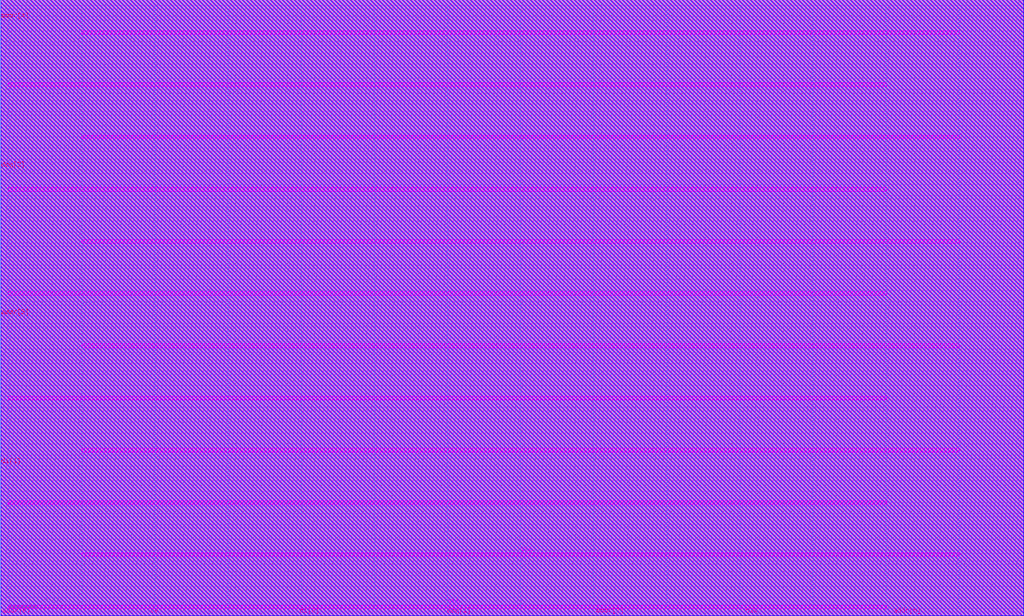
<source format=lef>
VERSION 5.8 ;
BUSBITCHARS "[]" ;
DIVIDERCHAR "/" ;
UNITS
    DATABASE MICRONS 2000 ;
END UNITS
MACRO memory4
  FOREIGN memory4 0 0 ;
  CLASS BLOCK ;
  SIZE 391.95 BY 235.97 ;
  PIN VSS
    USE GROUND ;
    DIRECTION INOUT ;
    PORT
      LAYER metal7 ;
        RECT  2.94 202.7 339.34 204.1 ;
        RECT  2.94 162.7 339.34 164.1 ;
        RECT  2.94 122.7 339.34 124.1 ;
        RECT  2.94 82.7 339.34 84.1 ;
        RECT  2.94 42.7 339.34 44.1 ;
        RECT  2.94 2.7 339.34 4.1 ;
      LAYER metal4 ;
        RECT  339.04 1.33 339.24 233.87 ;
        RECT  283.04 1.33 283.24 233.87 ;
        RECT  227.04 1.33 227.24 233.87 ;
        RECT  171.04 1.33 171.24 233.87 ;
        RECT  115.04 1.33 115.24 233.87 ;
        RECT  59.04 1.33 59.24 233.87 ;
        RECT  3.04 1.33 3.24 233.87 ;
      LAYER metal1 ;
        RECT  1.14 233.75 390.83 233.85 ;
        RECT  1.14 230.95 390.83 231.05 ;
        RECT  1.14 228.15 390.83 228.25 ;
        RECT  1.14 225.35 390.83 225.45 ;
        RECT  1.14 222.55 390.83 222.65 ;
        RECT  1.14 219.75 390.83 219.85 ;
        RECT  1.14 216.95 390.83 217.05 ;
        RECT  1.14 214.15 390.83 214.25 ;
        RECT  1.14 211.35 390.83 211.45 ;
        RECT  1.14 208.55 390.83 208.65 ;
        RECT  1.14 205.75 390.83 205.85 ;
        RECT  1.14 202.95 390.83 203.05 ;
        RECT  1.14 200.15 390.83 200.25 ;
        RECT  1.14 197.35 390.83 197.45 ;
        RECT  1.14 194.55 390.83 194.65 ;
        RECT  1.14 191.75 390.83 191.85 ;
        RECT  1.14 188.95 390.83 189.05 ;
        RECT  1.14 186.15 390.83 186.25 ;
        RECT  1.14 183.35 390.83 183.45 ;
        RECT  1.14 180.55 390.83 180.65 ;
        RECT  1.14 177.75 390.83 177.85 ;
        RECT  1.14 174.95 390.83 175.05 ;
        RECT  1.14 172.15 390.83 172.25 ;
        RECT  1.14 169.35 390.83 169.45 ;
        RECT  1.14 166.55 390.83 166.65 ;
        RECT  1.14 163.75 390.83 163.85 ;
        RECT  1.14 160.95 390.83 161.05 ;
        RECT  1.14 158.15 390.83 158.25 ;
        RECT  1.14 155.35 390.83 155.45 ;
        RECT  1.14 152.55 390.83 152.65 ;
        RECT  1.14 149.75 390.83 149.85 ;
        RECT  1.14 146.95 390.83 147.05 ;
        RECT  1.14 144.15 390.83 144.25 ;
        RECT  1.14 141.35 390.83 141.45 ;
        RECT  1.14 138.55 390.83 138.65 ;
        RECT  1.14 135.75 390.83 135.85 ;
        RECT  1.14 132.95 390.83 133.05 ;
        RECT  1.14 130.15 390.83 130.25 ;
        RECT  1.14 127.35 390.83 127.45 ;
        RECT  1.14 124.55 390.83 124.65 ;
        RECT  1.14 121.75 390.83 121.85 ;
        RECT  1.14 118.95 390.83 119.05 ;
        RECT  1.14 116.15 390.83 116.25 ;
        RECT  1.14 113.35 390.83 113.45 ;
        RECT  1.14 110.55 390.83 110.65 ;
        RECT  1.14 107.75 390.83 107.85 ;
        RECT  1.14 104.95 390.83 105.05 ;
        RECT  1.14 102.15 390.83 102.25 ;
        RECT  1.14 99.35 390.83 99.45 ;
        RECT  1.14 96.55 390.83 96.65 ;
        RECT  1.14 93.75 390.83 93.85 ;
        RECT  1.14 90.95 390.83 91.05 ;
        RECT  1.14 88.15 390.83 88.25 ;
        RECT  1.14 85.35 390.83 85.45 ;
        RECT  1.14 82.55 390.83 82.65 ;
        RECT  1.14 79.75 390.83 79.85 ;
        RECT  1.14 76.95 390.83 77.05 ;
        RECT  1.14 74.15 390.83 74.25 ;
        RECT  1.14 71.35 390.83 71.45 ;
        RECT  1.14 68.55 390.83 68.65 ;
        RECT  1.14 65.75 390.83 65.85 ;
        RECT  1.14 62.95 390.83 63.05 ;
        RECT  1.14 60.15 390.83 60.25 ;
        RECT  1.14 57.35 390.83 57.45 ;
        RECT  1.14 54.55 390.83 54.65 ;
        RECT  1.14 51.75 390.83 51.85 ;
        RECT  1.14 48.95 390.83 49.05 ;
        RECT  1.14 46.15 390.83 46.25 ;
        RECT  1.14 43.35 390.83 43.45 ;
        RECT  1.14 40.55 390.83 40.65 ;
        RECT  1.14 37.75 390.83 37.85 ;
        RECT  1.14 34.95 390.83 35.05 ;
        RECT  1.14 32.15 390.83 32.25 ;
        RECT  1.14 29.35 390.83 29.45 ;
        RECT  1.14 26.55 390.83 26.65 ;
        RECT  1.14 23.75 390.83 23.85 ;
        RECT  1.14 20.95 390.83 21.05 ;
        RECT  1.14 18.15 390.83 18.25 ;
        RECT  1.14 15.35 390.83 15.45 ;
        RECT  1.14 12.55 390.83 12.65 ;
        RECT  1.14 9.75 390.83 9.85 ;
        RECT  1.14 6.95 390.83 7.05 ;
        RECT  1.14 4.15 390.83 4.25 ;
        RECT  1.14 1.35 390.83 1.45 ;
      VIA 339.14 203.4 via6_7_400_2800_4_1_600_600 ;
      VIA 339.14 203.4 via5_6_400_2800_5_1_600_600 ;
      VIA 339.14 203.4 via4_5_400_2800_5_1_600_600 ;
      VIA 339.14 163.4 via6_7_400_2800_4_1_600_600 ;
      VIA 339.14 163.4 via5_6_400_2800_5_1_600_600 ;
      VIA 339.14 163.4 via4_5_400_2800_5_1_600_600 ;
      VIA 339.14 123.4 via6_7_400_2800_4_1_600_600 ;
      VIA 339.14 123.4 via5_6_400_2800_5_1_600_600 ;
      VIA 339.14 123.4 via4_5_400_2800_5_1_600_600 ;
      VIA 339.14 83.4 via6_7_400_2800_4_1_600_600 ;
      VIA 339.14 83.4 via5_6_400_2800_5_1_600_600 ;
      VIA 339.14 83.4 via4_5_400_2800_5_1_600_600 ;
      VIA 339.14 43.4 via6_7_400_2800_4_1_600_600 ;
      VIA 339.14 43.4 via5_6_400_2800_5_1_600_600 ;
      VIA 339.14 43.4 via4_5_400_2800_5_1_600_600 ;
      VIA 339.14 3.4 via6_7_400_2800_4_1_600_600 ;
      VIA 339.14 3.4 via5_6_400_2800_5_1_600_600 ;
      VIA 339.14 3.4 via4_5_400_2800_5_1_600_600 ;
      VIA 283.14 203.4 via6_7_400_2800_4_1_600_600 ;
      VIA 283.14 203.4 via5_6_400_2800_5_1_600_600 ;
      VIA 283.14 203.4 via4_5_400_2800_5_1_600_600 ;
      VIA 283.14 163.4 via6_7_400_2800_4_1_600_600 ;
      VIA 283.14 163.4 via5_6_400_2800_5_1_600_600 ;
      VIA 283.14 163.4 via4_5_400_2800_5_1_600_600 ;
      VIA 283.14 123.4 via6_7_400_2800_4_1_600_600 ;
      VIA 283.14 123.4 via5_6_400_2800_5_1_600_600 ;
      VIA 283.14 123.4 via4_5_400_2800_5_1_600_600 ;
      VIA 283.14 83.4 via6_7_400_2800_4_1_600_600 ;
      VIA 283.14 83.4 via5_6_400_2800_5_1_600_600 ;
      VIA 283.14 83.4 via4_5_400_2800_5_1_600_600 ;
      VIA 283.14 43.4 via6_7_400_2800_4_1_600_600 ;
      VIA 283.14 43.4 via5_6_400_2800_5_1_600_600 ;
      VIA 283.14 43.4 via4_5_400_2800_5_1_600_600 ;
      VIA 283.14 3.4 via6_7_400_2800_4_1_600_600 ;
      VIA 283.14 3.4 via5_6_400_2800_5_1_600_600 ;
      VIA 283.14 3.4 via4_5_400_2800_5_1_600_600 ;
      VIA 227.14 203.4 via6_7_400_2800_4_1_600_600 ;
      VIA 227.14 203.4 via5_6_400_2800_5_1_600_600 ;
      VIA 227.14 203.4 via4_5_400_2800_5_1_600_600 ;
      VIA 227.14 163.4 via6_7_400_2800_4_1_600_600 ;
      VIA 227.14 163.4 via5_6_400_2800_5_1_600_600 ;
      VIA 227.14 163.4 via4_5_400_2800_5_1_600_600 ;
      VIA 227.14 123.4 via6_7_400_2800_4_1_600_600 ;
      VIA 227.14 123.4 via5_6_400_2800_5_1_600_600 ;
      VIA 227.14 123.4 via4_5_400_2800_5_1_600_600 ;
      VIA 227.14 83.4 via6_7_400_2800_4_1_600_600 ;
      VIA 227.14 83.4 via5_6_400_2800_5_1_600_600 ;
      VIA 227.14 83.4 via4_5_400_2800_5_1_600_600 ;
      VIA 227.14 43.4 via6_7_400_2800_4_1_600_600 ;
      VIA 227.14 43.4 via5_6_400_2800_5_1_600_600 ;
      VIA 227.14 43.4 via4_5_400_2800_5_1_600_600 ;
      VIA 227.14 3.4 via6_7_400_2800_4_1_600_600 ;
      VIA 227.14 3.4 via5_6_400_2800_5_1_600_600 ;
      VIA 227.14 3.4 via4_5_400_2800_5_1_600_600 ;
      VIA 171.14 203.4 via6_7_400_2800_4_1_600_600 ;
      VIA 171.14 203.4 via5_6_400_2800_5_1_600_600 ;
      VIA 171.14 203.4 via4_5_400_2800_5_1_600_600 ;
      VIA 171.14 163.4 via6_7_400_2800_4_1_600_600 ;
      VIA 171.14 163.4 via5_6_400_2800_5_1_600_600 ;
      VIA 171.14 163.4 via4_5_400_2800_5_1_600_600 ;
      VIA 171.14 123.4 via6_7_400_2800_4_1_600_600 ;
      VIA 171.14 123.4 via5_6_400_2800_5_1_600_600 ;
      VIA 171.14 123.4 via4_5_400_2800_5_1_600_600 ;
      VIA 171.14 83.4 via6_7_400_2800_4_1_600_600 ;
      VIA 171.14 83.4 via5_6_400_2800_5_1_600_600 ;
      VIA 171.14 83.4 via4_5_400_2800_5_1_600_600 ;
      VIA 171.14 43.4 via6_7_400_2800_4_1_600_600 ;
      VIA 171.14 43.4 via5_6_400_2800_5_1_600_600 ;
      VIA 171.14 43.4 via4_5_400_2800_5_1_600_600 ;
      VIA 171.14 3.4 via6_7_400_2800_4_1_600_600 ;
      VIA 171.14 3.4 via5_6_400_2800_5_1_600_600 ;
      VIA 171.14 3.4 via4_5_400_2800_5_1_600_600 ;
      VIA 115.14 203.4 via6_7_400_2800_4_1_600_600 ;
      VIA 115.14 203.4 via5_6_400_2800_5_1_600_600 ;
      VIA 115.14 203.4 via4_5_400_2800_5_1_600_600 ;
      VIA 115.14 163.4 via6_7_400_2800_4_1_600_600 ;
      VIA 115.14 163.4 via5_6_400_2800_5_1_600_600 ;
      VIA 115.14 163.4 via4_5_400_2800_5_1_600_600 ;
      VIA 115.14 123.4 via6_7_400_2800_4_1_600_600 ;
      VIA 115.14 123.4 via5_6_400_2800_5_1_600_600 ;
      VIA 115.14 123.4 via4_5_400_2800_5_1_600_600 ;
      VIA 115.14 83.4 via6_7_400_2800_4_1_600_600 ;
      VIA 115.14 83.4 via5_6_400_2800_5_1_600_600 ;
      VIA 115.14 83.4 via4_5_400_2800_5_1_600_600 ;
      VIA 115.14 43.4 via6_7_400_2800_4_1_600_600 ;
      VIA 115.14 43.4 via5_6_400_2800_5_1_600_600 ;
      VIA 115.14 43.4 via4_5_400_2800_5_1_600_600 ;
      VIA 115.14 3.4 via6_7_400_2800_4_1_600_600 ;
      VIA 115.14 3.4 via5_6_400_2800_5_1_600_600 ;
      VIA 115.14 3.4 via4_5_400_2800_5_1_600_600 ;
      VIA 59.14 203.4 via6_7_400_2800_4_1_600_600 ;
      VIA 59.14 203.4 via5_6_400_2800_5_1_600_600 ;
      VIA 59.14 203.4 via4_5_400_2800_5_1_600_600 ;
      VIA 59.14 163.4 via6_7_400_2800_4_1_600_600 ;
      VIA 59.14 163.4 via5_6_400_2800_5_1_600_600 ;
      VIA 59.14 163.4 via4_5_400_2800_5_1_600_600 ;
      VIA 59.14 123.4 via6_7_400_2800_4_1_600_600 ;
      VIA 59.14 123.4 via5_6_400_2800_5_1_600_600 ;
      VIA 59.14 123.4 via4_5_400_2800_5_1_600_600 ;
      VIA 59.14 83.4 via6_7_400_2800_4_1_600_600 ;
      VIA 59.14 83.4 via5_6_400_2800_5_1_600_600 ;
      VIA 59.14 83.4 via4_5_400_2800_5_1_600_600 ;
      VIA 59.14 43.4 via6_7_400_2800_4_1_600_600 ;
      VIA 59.14 43.4 via5_6_400_2800_5_1_600_600 ;
      VIA 59.14 43.4 via4_5_400_2800_5_1_600_600 ;
      VIA 59.14 3.4 via6_7_400_2800_4_1_600_600 ;
      VIA 59.14 3.4 via5_6_400_2800_5_1_600_600 ;
      VIA 59.14 3.4 via4_5_400_2800_5_1_600_600 ;
      VIA 3.14 203.4 via6_7_400_2800_4_1_600_600 ;
      VIA 3.14 203.4 via5_6_400_2800_5_1_600_600 ;
      VIA 3.14 203.4 via4_5_400_2800_5_1_600_600 ;
      VIA 3.14 163.4 via6_7_400_2800_4_1_600_600 ;
      VIA 3.14 163.4 via5_6_400_2800_5_1_600_600 ;
      VIA 3.14 163.4 via4_5_400_2800_5_1_600_600 ;
      VIA 3.14 123.4 via6_7_400_2800_4_1_600_600 ;
      VIA 3.14 123.4 via5_6_400_2800_5_1_600_600 ;
      VIA 3.14 123.4 via4_5_400_2800_5_1_600_600 ;
      VIA 3.14 83.4 via6_7_400_2800_4_1_600_600 ;
      VIA 3.14 83.4 via5_6_400_2800_5_1_600_600 ;
      VIA 3.14 83.4 via4_5_400_2800_5_1_600_600 ;
      VIA 3.14 43.4 via6_7_400_2800_4_1_600_600 ;
      VIA 3.14 43.4 via5_6_400_2800_5_1_600_600 ;
      VIA 3.14 43.4 via4_5_400_2800_5_1_600_600 ;
      VIA 3.14 3.4 via6_7_400_2800_4_1_600_600 ;
      VIA 3.14 3.4 via5_6_400_2800_5_1_600_600 ;
      VIA 3.14 3.4 via4_5_400_2800_5_1_600_600 ;
      VIA 339.14 233.8 via3_4_400_200_1_1_320_320 ;
      VIA 339.14 233.8 via2_3_400_200_1_1_320_320 ;
      VIA 339.14 233.8 via1_2_400_200_1_1_300_300 ;
      VIA 339.14 231 via3_4_400_200_1_1_320_320 ;
      VIA 339.14 231 via2_3_400_200_1_1_320_320 ;
      VIA 339.14 231 via1_2_400_200_1_1_300_300 ;
      VIA 339.14 228.2 via3_4_400_200_1_1_320_320 ;
      VIA 339.14 228.2 via2_3_400_200_1_1_320_320 ;
      VIA 339.14 228.2 via1_2_400_200_1_1_300_300 ;
      VIA 339.14 225.4 via3_4_400_200_1_1_320_320 ;
      VIA 339.14 225.4 via2_3_400_200_1_1_320_320 ;
      VIA 339.14 225.4 via1_2_400_200_1_1_300_300 ;
      VIA 339.14 222.6 via3_4_400_200_1_1_320_320 ;
      VIA 339.14 222.6 via2_3_400_200_1_1_320_320 ;
      VIA 339.14 222.6 via1_2_400_200_1_1_300_300 ;
      VIA 339.14 219.8 via3_4_400_200_1_1_320_320 ;
      VIA 339.14 219.8 via2_3_400_200_1_1_320_320 ;
      VIA 339.14 219.8 via1_2_400_200_1_1_300_300 ;
      VIA 339.14 217 via3_4_400_200_1_1_320_320 ;
      VIA 339.14 217 via2_3_400_200_1_1_320_320 ;
      VIA 339.14 217 via1_2_400_200_1_1_300_300 ;
      VIA 339.14 214.2 via3_4_400_200_1_1_320_320 ;
      VIA 339.14 214.2 via2_3_400_200_1_1_320_320 ;
      VIA 339.14 214.2 via1_2_400_200_1_1_300_300 ;
      VIA 339.14 211.4 via3_4_400_200_1_1_320_320 ;
      VIA 339.14 211.4 via2_3_400_200_1_1_320_320 ;
      VIA 339.14 211.4 via1_2_400_200_1_1_300_300 ;
      VIA 339.14 208.6 via3_4_400_200_1_1_320_320 ;
      VIA 339.14 208.6 via2_3_400_200_1_1_320_320 ;
      VIA 339.14 208.6 via1_2_400_200_1_1_300_300 ;
      VIA 339.14 205.8 via3_4_400_200_1_1_320_320 ;
      VIA 339.14 205.8 via2_3_400_200_1_1_320_320 ;
      VIA 339.14 205.8 via1_2_400_200_1_1_300_300 ;
      VIA 339.14 203 via3_4_400_200_1_1_320_320 ;
      VIA 339.14 203 via2_3_400_200_1_1_320_320 ;
      VIA 339.14 203 via1_2_400_200_1_1_300_300 ;
      VIA 339.14 200.2 via3_4_400_200_1_1_320_320 ;
      VIA 339.14 200.2 via2_3_400_200_1_1_320_320 ;
      VIA 339.14 200.2 via1_2_400_200_1_1_300_300 ;
      VIA 339.14 197.4 via3_4_400_200_1_1_320_320 ;
      VIA 339.14 197.4 via2_3_400_200_1_1_320_320 ;
      VIA 339.14 197.4 via1_2_400_200_1_1_300_300 ;
      VIA 339.14 194.6 via3_4_400_200_1_1_320_320 ;
      VIA 339.14 194.6 via2_3_400_200_1_1_320_320 ;
      VIA 339.14 194.6 via1_2_400_200_1_1_300_300 ;
      VIA 339.14 191.8 via3_4_400_200_1_1_320_320 ;
      VIA 339.14 191.8 via2_3_400_200_1_1_320_320 ;
      VIA 339.14 191.8 via1_2_400_200_1_1_300_300 ;
      VIA 339.14 189 via3_4_400_200_1_1_320_320 ;
      VIA 339.14 189 via2_3_400_200_1_1_320_320 ;
      VIA 339.14 189 via1_2_400_200_1_1_300_300 ;
      VIA 339.14 186.2 via3_4_400_200_1_1_320_320 ;
      VIA 339.14 186.2 via2_3_400_200_1_1_320_320 ;
      VIA 339.14 186.2 via1_2_400_200_1_1_300_300 ;
      VIA 339.14 183.4 via3_4_400_200_1_1_320_320 ;
      VIA 339.14 183.4 via2_3_400_200_1_1_320_320 ;
      VIA 339.14 183.4 via1_2_400_200_1_1_300_300 ;
      VIA 339.14 180.6 via3_4_400_200_1_1_320_320 ;
      VIA 339.14 180.6 via2_3_400_200_1_1_320_320 ;
      VIA 339.14 180.6 via1_2_400_200_1_1_300_300 ;
      VIA 339.14 177.8 via3_4_400_200_1_1_320_320 ;
      VIA 339.14 177.8 via2_3_400_200_1_1_320_320 ;
      VIA 339.14 177.8 via1_2_400_200_1_1_300_300 ;
      VIA 339.14 175 via3_4_400_200_1_1_320_320 ;
      VIA 339.14 175 via2_3_400_200_1_1_320_320 ;
      VIA 339.14 175 via1_2_400_200_1_1_300_300 ;
      VIA 339.14 172.2 via3_4_400_200_1_1_320_320 ;
      VIA 339.14 172.2 via2_3_400_200_1_1_320_320 ;
      VIA 339.14 172.2 via1_2_400_200_1_1_300_300 ;
      VIA 339.14 169.4 via3_4_400_200_1_1_320_320 ;
      VIA 339.14 169.4 via2_3_400_200_1_1_320_320 ;
      VIA 339.14 169.4 via1_2_400_200_1_1_300_300 ;
      VIA 339.14 166.6 via3_4_400_200_1_1_320_320 ;
      VIA 339.14 166.6 via2_3_400_200_1_1_320_320 ;
      VIA 339.14 166.6 via1_2_400_200_1_1_300_300 ;
      VIA 339.14 163.8 via3_4_400_200_1_1_320_320 ;
      VIA 339.14 163.8 via2_3_400_200_1_1_320_320 ;
      VIA 339.14 163.8 via1_2_400_200_1_1_300_300 ;
      VIA 339.14 161 via3_4_400_200_1_1_320_320 ;
      VIA 339.14 161 via2_3_400_200_1_1_320_320 ;
      VIA 339.14 161 via1_2_400_200_1_1_300_300 ;
      VIA 339.14 158.2 via3_4_400_200_1_1_320_320 ;
      VIA 339.14 158.2 via2_3_400_200_1_1_320_320 ;
      VIA 339.14 158.2 via1_2_400_200_1_1_300_300 ;
      VIA 339.14 155.4 via3_4_400_200_1_1_320_320 ;
      VIA 339.14 155.4 via2_3_400_200_1_1_320_320 ;
      VIA 339.14 155.4 via1_2_400_200_1_1_300_300 ;
      VIA 339.14 152.6 via3_4_400_200_1_1_320_320 ;
      VIA 339.14 152.6 via2_3_400_200_1_1_320_320 ;
      VIA 339.14 152.6 via1_2_400_200_1_1_300_300 ;
      VIA 339.14 149.8 via3_4_400_200_1_1_320_320 ;
      VIA 339.14 149.8 via2_3_400_200_1_1_320_320 ;
      VIA 339.14 149.8 via1_2_400_200_1_1_300_300 ;
      VIA 339.14 147 via3_4_400_200_1_1_320_320 ;
      VIA 339.14 147 via2_3_400_200_1_1_320_320 ;
      VIA 339.14 147 via1_2_400_200_1_1_300_300 ;
      VIA 339.14 144.2 via3_4_400_200_1_1_320_320 ;
      VIA 339.14 144.2 via2_3_400_200_1_1_320_320 ;
      VIA 339.14 144.2 via1_2_400_200_1_1_300_300 ;
      VIA 339.14 141.4 via3_4_400_200_1_1_320_320 ;
      VIA 339.14 141.4 via2_3_400_200_1_1_320_320 ;
      VIA 339.14 141.4 via1_2_400_200_1_1_300_300 ;
      VIA 339.14 138.6 via3_4_400_200_1_1_320_320 ;
      VIA 339.14 138.6 via2_3_400_200_1_1_320_320 ;
      VIA 339.14 138.6 via1_2_400_200_1_1_300_300 ;
      VIA 339.14 135.8 via3_4_400_200_1_1_320_320 ;
      VIA 339.14 135.8 via2_3_400_200_1_1_320_320 ;
      VIA 339.14 135.8 via1_2_400_200_1_1_300_300 ;
      VIA 339.14 133 via3_4_400_200_1_1_320_320 ;
      VIA 339.14 133 via2_3_400_200_1_1_320_320 ;
      VIA 339.14 133 via1_2_400_200_1_1_300_300 ;
      VIA 339.14 130.2 via3_4_400_200_1_1_320_320 ;
      VIA 339.14 130.2 via2_3_400_200_1_1_320_320 ;
      VIA 339.14 130.2 via1_2_400_200_1_1_300_300 ;
      VIA 339.14 127.4 via3_4_400_200_1_1_320_320 ;
      VIA 339.14 127.4 via2_3_400_200_1_1_320_320 ;
      VIA 339.14 127.4 via1_2_400_200_1_1_300_300 ;
      VIA 339.14 124.6 via3_4_400_200_1_1_320_320 ;
      VIA 339.14 124.6 via2_3_400_200_1_1_320_320 ;
      VIA 339.14 124.6 via1_2_400_200_1_1_300_300 ;
      VIA 339.14 121.8 via3_4_400_200_1_1_320_320 ;
      VIA 339.14 121.8 via2_3_400_200_1_1_320_320 ;
      VIA 339.14 121.8 via1_2_400_200_1_1_300_300 ;
      VIA 339.14 119 via3_4_400_200_1_1_320_320 ;
      VIA 339.14 119 via2_3_400_200_1_1_320_320 ;
      VIA 339.14 119 via1_2_400_200_1_1_300_300 ;
      VIA 339.14 116.2 via3_4_400_200_1_1_320_320 ;
      VIA 339.14 116.2 via2_3_400_200_1_1_320_320 ;
      VIA 339.14 116.2 via1_2_400_200_1_1_300_300 ;
      VIA 339.14 113.4 via3_4_400_200_1_1_320_320 ;
      VIA 339.14 113.4 via2_3_400_200_1_1_320_320 ;
      VIA 339.14 113.4 via1_2_400_200_1_1_300_300 ;
      VIA 339.14 110.6 via3_4_400_200_1_1_320_320 ;
      VIA 339.14 110.6 via2_3_400_200_1_1_320_320 ;
      VIA 339.14 110.6 via1_2_400_200_1_1_300_300 ;
      VIA 339.14 107.8 via3_4_400_200_1_1_320_320 ;
      VIA 339.14 107.8 via2_3_400_200_1_1_320_320 ;
      VIA 339.14 107.8 via1_2_400_200_1_1_300_300 ;
      VIA 339.14 105 via3_4_400_200_1_1_320_320 ;
      VIA 339.14 105 via2_3_400_200_1_1_320_320 ;
      VIA 339.14 105 via1_2_400_200_1_1_300_300 ;
      VIA 339.14 102.2 via3_4_400_200_1_1_320_320 ;
      VIA 339.14 102.2 via2_3_400_200_1_1_320_320 ;
      VIA 339.14 102.2 via1_2_400_200_1_1_300_300 ;
      VIA 339.14 99.4 via3_4_400_200_1_1_320_320 ;
      VIA 339.14 99.4 via2_3_400_200_1_1_320_320 ;
      VIA 339.14 99.4 via1_2_400_200_1_1_300_300 ;
      VIA 339.14 96.6 via3_4_400_200_1_1_320_320 ;
      VIA 339.14 96.6 via2_3_400_200_1_1_320_320 ;
      VIA 339.14 96.6 via1_2_400_200_1_1_300_300 ;
      VIA 339.14 93.8 via3_4_400_200_1_1_320_320 ;
      VIA 339.14 93.8 via2_3_400_200_1_1_320_320 ;
      VIA 339.14 93.8 via1_2_400_200_1_1_300_300 ;
      VIA 339.14 91 via3_4_400_200_1_1_320_320 ;
      VIA 339.14 91 via2_3_400_200_1_1_320_320 ;
      VIA 339.14 91 via1_2_400_200_1_1_300_300 ;
      VIA 339.14 88.2 via3_4_400_200_1_1_320_320 ;
      VIA 339.14 88.2 via2_3_400_200_1_1_320_320 ;
      VIA 339.14 88.2 via1_2_400_200_1_1_300_300 ;
      VIA 339.14 85.4 via3_4_400_200_1_1_320_320 ;
      VIA 339.14 85.4 via2_3_400_200_1_1_320_320 ;
      VIA 339.14 85.4 via1_2_400_200_1_1_300_300 ;
      VIA 339.14 82.6 via3_4_400_200_1_1_320_320 ;
      VIA 339.14 82.6 via2_3_400_200_1_1_320_320 ;
      VIA 339.14 82.6 via1_2_400_200_1_1_300_300 ;
      VIA 339.14 79.8 via3_4_400_200_1_1_320_320 ;
      VIA 339.14 79.8 via2_3_400_200_1_1_320_320 ;
      VIA 339.14 79.8 via1_2_400_200_1_1_300_300 ;
      VIA 339.14 77 via3_4_400_200_1_1_320_320 ;
      VIA 339.14 77 via2_3_400_200_1_1_320_320 ;
      VIA 339.14 77 via1_2_400_200_1_1_300_300 ;
      VIA 339.14 74.2 via3_4_400_200_1_1_320_320 ;
      VIA 339.14 74.2 via2_3_400_200_1_1_320_320 ;
      VIA 339.14 74.2 via1_2_400_200_1_1_300_300 ;
      VIA 339.14 71.4 via3_4_400_200_1_1_320_320 ;
      VIA 339.14 71.4 via2_3_400_200_1_1_320_320 ;
      VIA 339.14 71.4 via1_2_400_200_1_1_300_300 ;
      VIA 339.14 68.6 via3_4_400_200_1_1_320_320 ;
      VIA 339.14 68.6 via2_3_400_200_1_1_320_320 ;
      VIA 339.14 68.6 via1_2_400_200_1_1_300_300 ;
      VIA 339.14 65.8 via3_4_400_200_1_1_320_320 ;
      VIA 339.14 65.8 via2_3_400_200_1_1_320_320 ;
      VIA 339.14 65.8 via1_2_400_200_1_1_300_300 ;
      VIA 339.14 63 via3_4_400_200_1_1_320_320 ;
      VIA 339.14 63 via2_3_400_200_1_1_320_320 ;
      VIA 339.14 63 via1_2_400_200_1_1_300_300 ;
      VIA 339.14 60.2 via3_4_400_200_1_1_320_320 ;
      VIA 339.14 60.2 via2_3_400_200_1_1_320_320 ;
      VIA 339.14 60.2 via1_2_400_200_1_1_300_300 ;
      VIA 339.14 57.4 via3_4_400_200_1_1_320_320 ;
      VIA 339.14 57.4 via2_3_400_200_1_1_320_320 ;
      VIA 339.14 57.4 via1_2_400_200_1_1_300_300 ;
      VIA 339.14 54.6 via3_4_400_200_1_1_320_320 ;
      VIA 339.14 54.6 via2_3_400_200_1_1_320_320 ;
      VIA 339.14 54.6 via1_2_400_200_1_1_300_300 ;
      VIA 339.14 51.8 via3_4_400_200_1_1_320_320 ;
      VIA 339.14 51.8 via2_3_400_200_1_1_320_320 ;
      VIA 339.14 51.8 via1_2_400_200_1_1_300_300 ;
      VIA 339.14 49 via3_4_400_200_1_1_320_320 ;
      VIA 339.14 49 via2_3_400_200_1_1_320_320 ;
      VIA 339.14 49 via1_2_400_200_1_1_300_300 ;
      VIA 339.14 46.2 via3_4_400_200_1_1_320_320 ;
      VIA 339.14 46.2 via2_3_400_200_1_1_320_320 ;
      VIA 339.14 46.2 via1_2_400_200_1_1_300_300 ;
      VIA 339.14 43.4 via3_4_400_200_1_1_320_320 ;
      VIA 339.14 43.4 via2_3_400_200_1_1_320_320 ;
      VIA 339.14 43.4 via1_2_400_200_1_1_300_300 ;
      VIA 339.14 40.6 via3_4_400_200_1_1_320_320 ;
      VIA 339.14 40.6 via2_3_400_200_1_1_320_320 ;
      VIA 339.14 40.6 via1_2_400_200_1_1_300_300 ;
      VIA 339.14 37.8 via3_4_400_200_1_1_320_320 ;
      VIA 339.14 37.8 via2_3_400_200_1_1_320_320 ;
      VIA 339.14 37.8 via1_2_400_200_1_1_300_300 ;
      VIA 339.14 35 via3_4_400_200_1_1_320_320 ;
      VIA 339.14 35 via2_3_400_200_1_1_320_320 ;
      VIA 339.14 35 via1_2_400_200_1_1_300_300 ;
      VIA 339.14 32.2 via3_4_400_200_1_1_320_320 ;
      VIA 339.14 32.2 via2_3_400_200_1_1_320_320 ;
      VIA 339.14 32.2 via1_2_400_200_1_1_300_300 ;
      VIA 339.14 29.4 via3_4_400_200_1_1_320_320 ;
      VIA 339.14 29.4 via2_3_400_200_1_1_320_320 ;
      VIA 339.14 29.4 via1_2_400_200_1_1_300_300 ;
      VIA 339.14 26.6 via3_4_400_200_1_1_320_320 ;
      VIA 339.14 26.6 via2_3_400_200_1_1_320_320 ;
      VIA 339.14 26.6 via1_2_400_200_1_1_300_300 ;
      VIA 339.14 23.8 via3_4_400_200_1_1_320_320 ;
      VIA 339.14 23.8 via2_3_400_200_1_1_320_320 ;
      VIA 339.14 23.8 via1_2_400_200_1_1_300_300 ;
      VIA 339.14 21 via3_4_400_200_1_1_320_320 ;
      VIA 339.14 21 via2_3_400_200_1_1_320_320 ;
      VIA 339.14 21 via1_2_400_200_1_1_300_300 ;
      VIA 339.14 18.2 via3_4_400_200_1_1_320_320 ;
      VIA 339.14 18.2 via2_3_400_200_1_1_320_320 ;
      VIA 339.14 18.2 via1_2_400_200_1_1_300_300 ;
      VIA 339.14 15.4 via3_4_400_200_1_1_320_320 ;
      VIA 339.14 15.4 via2_3_400_200_1_1_320_320 ;
      VIA 339.14 15.4 via1_2_400_200_1_1_300_300 ;
      VIA 339.14 12.6 via3_4_400_200_1_1_320_320 ;
      VIA 339.14 12.6 via2_3_400_200_1_1_320_320 ;
      VIA 339.14 12.6 via1_2_400_200_1_1_300_300 ;
      VIA 339.14 9.8 via3_4_400_200_1_1_320_320 ;
      VIA 339.14 9.8 via2_3_400_200_1_1_320_320 ;
      VIA 339.14 9.8 via1_2_400_200_1_1_300_300 ;
      VIA 339.14 7 via3_4_400_200_1_1_320_320 ;
      VIA 339.14 7 via2_3_400_200_1_1_320_320 ;
      VIA 339.14 7 via1_2_400_200_1_1_300_300 ;
      VIA 339.14 4.2 via3_4_400_200_1_1_320_320 ;
      VIA 339.14 4.2 via2_3_400_200_1_1_320_320 ;
      VIA 339.14 4.2 via1_2_400_200_1_1_300_300 ;
      VIA 339.14 1.4 via3_4_400_200_1_1_320_320 ;
      VIA 339.14 1.4 via2_3_400_200_1_1_320_320 ;
      VIA 339.14 1.4 via1_2_400_200_1_1_300_300 ;
      VIA 283.14 233.8 via3_4_400_200_1_1_320_320 ;
      VIA 283.14 233.8 via2_3_400_200_1_1_320_320 ;
      VIA 283.14 233.8 via1_2_400_200_1_1_300_300 ;
      VIA 283.14 231 via3_4_400_200_1_1_320_320 ;
      VIA 283.14 231 via2_3_400_200_1_1_320_320 ;
      VIA 283.14 231 via1_2_400_200_1_1_300_300 ;
      VIA 283.14 228.2 via3_4_400_200_1_1_320_320 ;
      VIA 283.14 228.2 via2_3_400_200_1_1_320_320 ;
      VIA 283.14 228.2 via1_2_400_200_1_1_300_300 ;
      VIA 283.14 225.4 via3_4_400_200_1_1_320_320 ;
      VIA 283.14 225.4 via2_3_400_200_1_1_320_320 ;
      VIA 283.14 225.4 via1_2_400_200_1_1_300_300 ;
      VIA 283.14 222.6 via3_4_400_200_1_1_320_320 ;
      VIA 283.14 222.6 via2_3_400_200_1_1_320_320 ;
      VIA 283.14 222.6 via1_2_400_200_1_1_300_300 ;
      VIA 283.14 219.8 via3_4_400_200_1_1_320_320 ;
      VIA 283.14 219.8 via2_3_400_200_1_1_320_320 ;
      VIA 283.14 219.8 via1_2_400_200_1_1_300_300 ;
      VIA 283.14 217 via3_4_400_200_1_1_320_320 ;
      VIA 283.14 217 via2_3_400_200_1_1_320_320 ;
      VIA 283.14 217 via1_2_400_200_1_1_300_300 ;
      VIA 283.14 214.2 via3_4_400_200_1_1_320_320 ;
      VIA 283.14 214.2 via2_3_400_200_1_1_320_320 ;
      VIA 283.14 214.2 via1_2_400_200_1_1_300_300 ;
      VIA 283.14 211.4 via3_4_400_200_1_1_320_320 ;
      VIA 283.14 211.4 via2_3_400_200_1_1_320_320 ;
      VIA 283.14 211.4 via1_2_400_200_1_1_300_300 ;
      VIA 283.14 208.6 via3_4_400_200_1_1_320_320 ;
      VIA 283.14 208.6 via2_3_400_200_1_1_320_320 ;
      VIA 283.14 208.6 via1_2_400_200_1_1_300_300 ;
      VIA 283.14 205.8 via3_4_400_200_1_1_320_320 ;
      VIA 283.14 205.8 via2_3_400_200_1_1_320_320 ;
      VIA 283.14 205.8 via1_2_400_200_1_1_300_300 ;
      VIA 283.14 203 via3_4_400_200_1_1_320_320 ;
      VIA 283.14 203 via2_3_400_200_1_1_320_320 ;
      VIA 283.14 203 via1_2_400_200_1_1_300_300 ;
      VIA 283.14 200.2 via3_4_400_200_1_1_320_320 ;
      VIA 283.14 200.2 via2_3_400_200_1_1_320_320 ;
      VIA 283.14 200.2 via1_2_400_200_1_1_300_300 ;
      VIA 283.14 197.4 via3_4_400_200_1_1_320_320 ;
      VIA 283.14 197.4 via2_3_400_200_1_1_320_320 ;
      VIA 283.14 197.4 via1_2_400_200_1_1_300_300 ;
      VIA 283.14 194.6 via3_4_400_200_1_1_320_320 ;
      VIA 283.14 194.6 via2_3_400_200_1_1_320_320 ;
      VIA 283.14 194.6 via1_2_400_200_1_1_300_300 ;
      VIA 283.14 191.8 via3_4_400_200_1_1_320_320 ;
      VIA 283.14 191.8 via2_3_400_200_1_1_320_320 ;
      VIA 283.14 191.8 via1_2_400_200_1_1_300_300 ;
      VIA 283.14 189 via3_4_400_200_1_1_320_320 ;
      VIA 283.14 189 via2_3_400_200_1_1_320_320 ;
      VIA 283.14 189 via1_2_400_200_1_1_300_300 ;
      VIA 283.14 186.2 via3_4_400_200_1_1_320_320 ;
      VIA 283.14 186.2 via2_3_400_200_1_1_320_320 ;
      VIA 283.14 186.2 via1_2_400_200_1_1_300_300 ;
      VIA 283.14 183.4 via3_4_400_200_1_1_320_320 ;
      VIA 283.14 183.4 via2_3_400_200_1_1_320_320 ;
      VIA 283.14 183.4 via1_2_400_200_1_1_300_300 ;
      VIA 283.14 180.6 via3_4_400_200_1_1_320_320 ;
      VIA 283.14 180.6 via2_3_400_200_1_1_320_320 ;
      VIA 283.14 180.6 via1_2_400_200_1_1_300_300 ;
      VIA 283.14 177.8 via3_4_400_200_1_1_320_320 ;
      VIA 283.14 177.8 via2_3_400_200_1_1_320_320 ;
      VIA 283.14 177.8 via1_2_400_200_1_1_300_300 ;
      VIA 283.14 175 via3_4_400_200_1_1_320_320 ;
      VIA 283.14 175 via2_3_400_200_1_1_320_320 ;
      VIA 283.14 175 via1_2_400_200_1_1_300_300 ;
      VIA 283.14 172.2 via3_4_400_200_1_1_320_320 ;
      VIA 283.14 172.2 via2_3_400_200_1_1_320_320 ;
      VIA 283.14 172.2 via1_2_400_200_1_1_300_300 ;
      VIA 283.14 169.4 via3_4_400_200_1_1_320_320 ;
      VIA 283.14 169.4 via2_3_400_200_1_1_320_320 ;
      VIA 283.14 169.4 via1_2_400_200_1_1_300_300 ;
      VIA 283.14 166.6 via3_4_400_200_1_1_320_320 ;
      VIA 283.14 166.6 via2_3_400_200_1_1_320_320 ;
      VIA 283.14 166.6 via1_2_400_200_1_1_300_300 ;
      VIA 283.14 163.8 via3_4_400_200_1_1_320_320 ;
      VIA 283.14 163.8 via2_3_400_200_1_1_320_320 ;
      VIA 283.14 163.8 via1_2_400_200_1_1_300_300 ;
      VIA 283.14 161 via3_4_400_200_1_1_320_320 ;
      VIA 283.14 161 via2_3_400_200_1_1_320_320 ;
      VIA 283.14 161 via1_2_400_200_1_1_300_300 ;
      VIA 283.14 158.2 via3_4_400_200_1_1_320_320 ;
      VIA 283.14 158.2 via2_3_400_200_1_1_320_320 ;
      VIA 283.14 158.2 via1_2_400_200_1_1_300_300 ;
      VIA 283.14 155.4 via3_4_400_200_1_1_320_320 ;
      VIA 283.14 155.4 via2_3_400_200_1_1_320_320 ;
      VIA 283.14 155.4 via1_2_400_200_1_1_300_300 ;
      VIA 283.14 152.6 via3_4_400_200_1_1_320_320 ;
      VIA 283.14 152.6 via2_3_400_200_1_1_320_320 ;
      VIA 283.14 152.6 via1_2_400_200_1_1_300_300 ;
      VIA 283.14 149.8 via3_4_400_200_1_1_320_320 ;
      VIA 283.14 149.8 via2_3_400_200_1_1_320_320 ;
      VIA 283.14 149.8 via1_2_400_200_1_1_300_300 ;
      VIA 283.14 147 via3_4_400_200_1_1_320_320 ;
      VIA 283.14 147 via2_3_400_200_1_1_320_320 ;
      VIA 283.14 147 via1_2_400_200_1_1_300_300 ;
      VIA 283.14 144.2 via3_4_400_200_1_1_320_320 ;
      VIA 283.14 144.2 via2_3_400_200_1_1_320_320 ;
      VIA 283.14 144.2 via1_2_400_200_1_1_300_300 ;
      VIA 283.14 141.4 via3_4_400_200_1_1_320_320 ;
      VIA 283.14 141.4 via2_3_400_200_1_1_320_320 ;
      VIA 283.14 141.4 via1_2_400_200_1_1_300_300 ;
      VIA 283.14 138.6 via3_4_400_200_1_1_320_320 ;
      VIA 283.14 138.6 via2_3_400_200_1_1_320_320 ;
      VIA 283.14 138.6 via1_2_400_200_1_1_300_300 ;
      VIA 283.14 135.8 via3_4_400_200_1_1_320_320 ;
      VIA 283.14 135.8 via2_3_400_200_1_1_320_320 ;
      VIA 283.14 135.8 via1_2_400_200_1_1_300_300 ;
      VIA 283.14 133 via3_4_400_200_1_1_320_320 ;
      VIA 283.14 133 via2_3_400_200_1_1_320_320 ;
      VIA 283.14 133 via1_2_400_200_1_1_300_300 ;
      VIA 283.14 130.2 via3_4_400_200_1_1_320_320 ;
      VIA 283.14 130.2 via2_3_400_200_1_1_320_320 ;
      VIA 283.14 130.2 via1_2_400_200_1_1_300_300 ;
      VIA 283.14 127.4 via3_4_400_200_1_1_320_320 ;
      VIA 283.14 127.4 via2_3_400_200_1_1_320_320 ;
      VIA 283.14 127.4 via1_2_400_200_1_1_300_300 ;
      VIA 283.14 124.6 via3_4_400_200_1_1_320_320 ;
      VIA 283.14 124.6 via2_3_400_200_1_1_320_320 ;
      VIA 283.14 124.6 via1_2_400_200_1_1_300_300 ;
      VIA 283.14 121.8 via3_4_400_200_1_1_320_320 ;
      VIA 283.14 121.8 via2_3_400_200_1_1_320_320 ;
      VIA 283.14 121.8 via1_2_400_200_1_1_300_300 ;
      VIA 283.14 119 via3_4_400_200_1_1_320_320 ;
      VIA 283.14 119 via2_3_400_200_1_1_320_320 ;
      VIA 283.14 119 via1_2_400_200_1_1_300_300 ;
      VIA 283.14 116.2 via3_4_400_200_1_1_320_320 ;
      VIA 283.14 116.2 via2_3_400_200_1_1_320_320 ;
      VIA 283.14 116.2 via1_2_400_200_1_1_300_300 ;
      VIA 283.14 113.4 via3_4_400_200_1_1_320_320 ;
      VIA 283.14 113.4 via2_3_400_200_1_1_320_320 ;
      VIA 283.14 113.4 via1_2_400_200_1_1_300_300 ;
      VIA 283.14 110.6 via3_4_400_200_1_1_320_320 ;
      VIA 283.14 110.6 via2_3_400_200_1_1_320_320 ;
      VIA 283.14 110.6 via1_2_400_200_1_1_300_300 ;
      VIA 283.14 107.8 via3_4_400_200_1_1_320_320 ;
      VIA 283.14 107.8 via2_3_400_200_1_1_320_320 ;
      VIA 283.14 107.8 via1_2_400_200_1_1_300_300 ;
      VIA 283.14 105 via3_4_400_200_1_1_320_320 ;
      VIA 283.14 105 via2_3_400_200_1_1_320_320 ;
      VIA 283.14 105 via1_2_400_200_1_1_300_300 ;
      VIA 283.14 102.2 via3_4_400_200_1_1_320_320 ;
      VIA 283.14 102.2 via2_3_400_200_1_1_320_320 ;
      VIA 283.14 102.2 via1_2_400_200_1_1_300_300 ;
      VIA 283.14 99.4 via3_4_400_200_1_1_320_320 ;
      VIA 283.14 99.4 via2_3_400_200_1_1_320_320 ;
      VIA 283.14 99.4 via1_2_400_200_1_1_300_300 ;
      VIA 283.14 96.6 via3_4_400_200_1_1_320_320 ;
      VIA 283.14 96.6 via2_3_400_200_1_1_320_320 ;
      VIA 283.14 96.6 via1_2_400_200_1_1_300_300 ;
      VIA 283.14 93.8 via3_4_400_200_1_1_320_320 ;
      VIA 283.14 93.8 via2_3_400_200_1_1_320_320 ;
      VIA 283.14 93.8 via1_2_400_200_1_1_300_300 ;
      VIA 283.14 91 via3_4_400_200_1_1_320_320 ;
      VIA 283.14 91 via2_3_400_200_1_1_320_320 ;
      VIA 283.14 91 via1_2_400_200_1_1_300_300 ;
      VIA 283.14 88.2 via3_4_400_200_1_1_320_320 ;
      VIA 283.14 88.2 via2_3_400_200_1_1_320_320 ;
      VIA 283.14 88.2 via1_2_400_200_1_1_300_300 ;
      VIA 283.14 85.4 via3_4_400_200_1_1_320_320 ;
      VIA 283.14 85.4 via2_3_400_200_1_1_320_320 ;
      VIA 283.14 85.4 via1_2_400_200_1_1_300_300 ;
      VIA 283.14 82.6 via3_4_400_200_1_1_320_320 ;
      VIA 283.14 82.6 via2_3_400_200_1_1_320_320 ;
      VIA 283.14 82.6 via1_2_400_200_1_1_300_300 ;
      VIA 283.14 79.8 via3_4_400_200_1_1_320_320 ;
      VIA 283.14 79.8 via2_3_400_200_1_1_320_320 ;
      VIA 283.14 79.8 via1_2_400_200_1_1_300_300 ;
      VIA 283.14 77 via3_4_400_200_1_1_320_320 ;
      VIA 283.14 77 via2_3_400_200_1_1_320_320 ;
      VIA 283.14 77 via1_2_400_200_1_1_300_300 ;
      VIA 283.14 74.2 via3_4_400_200_1_1_320_320 ;
      VIA 283.14 74.2 via2_3_400_200_1_1_320_320 ;
      VIA 283.14 74.2 via1_2_400_200_1_1_300_300 ;
      VIA 283.14 71.4 via3_4_400_200_1_1_320_320 ;
      VIA 283.14 71.4 via2_3_400_200_1_1_320_320 ;
      VIA 283.14 71.4 via1_2_400_200_1_1_300_300 ;
      VIA 283.14 68.6 via3_4_400_200_1_1_320_320 ;
      VIA 283.14 68.6 via2_3_400_200_1_1_320_320 ;
      VIA 283.14 68.6 via1_2_400_200_1_1_300_300 ;
      VIA 283.14 65.8 via3_4_400_200_1_1_320_320 ;
      VIA 283.14 65.8 via2_3_400_200_1_1_320_320 ;
      VIA 283.14 65.8 via1_2_400_200_1_1_300_300 ;
      VIA 283.14 63 via3_4_400_200_1_1_320_320 ;
      VIA 283.14 63 via2_3_400_200_1_1_320_320 ;
      VIA 283.14 63 via1_2_400_200_1_1_300_300 ;
      VIA 283.14 60.2 via3_4_400_200_1_1_320_320 ;
      VIA 283.14 60.2 via2_3_400_200_1_1_320_320 ;
      VIA 283.14 60.2 via1_2_400_200_1_1_300_300 ;
      VIA 283.14 57.4 via3_4_400_200_1_1_320_320 ;
      VIA 283.14 57.4 via2_3_400_200_1_1_320_320 ;
      VIA 283.14 57.4 via1_2_400_200_1_1_300_300 ;
      VIA 283.14 54.6 via3_4_400_200_1_1_320_320 ;
      VIA 283.14 54.6 via2_3_400_200_1_1_320_320 ;
      VIA 283.14 54.6 via1_2_400_200_1_1_300_300 ;
      VIA 283.14 51.8 via3_4_400_200_1_1_320_320 ;
      VIA 283.14 51.8 via2_3_400_200_1_1_320_320 ;
      VIA 283.14 51.8 via1_2_400_200_1_1_300_300 ;
      VIA 283.14 49 via3_4_400_200_1_1_320_320 ;
      VIA 283.14 49 via2_3_400_200_1_1_320_320 ;
      VIA 283.14 49 via1_2_400_200_1_1_300_300 ;
      VIA 283.14 46.2 via3_4_400_200_1_1_320_320 ;
      VIA 283.14 46.2 via2_3_400_200_1_1_320_320 ;
      VIA 283.14 46.2 via1_2_400_200_1_1_300_300 ;
      VIA 283.14 43.4 via3_4_400_200_1_1_320_320 ;
      VIA 283.14 43.4 via2_3_400_200_1_1_320_320 ;
      VIA 283.14 43.4 via1_2_400_200_1_1_300_300 ;
      VIA 283.14 40.6 via3_4_400_200_1_1_320_320 ;
      VIA 283.14 40.6 via2_3_400_200_1_1_320_320 ;
      VIA 283.14 40.6 via1_2_400_200_1_1_300_300 ;
      VIA 283.14 37.8 via3_4_400_200_1_1_320_320 ;
      VIA 283.14 37.8 via2_3_400_200_1_1_320_320 ;
      VIA 283.14 37.8 via1_2_400_200_1_1_300_300 ;
      VIA 283.14 35 via3_4_400_200_1_1_320_320 ;
      VIA 283.14 35 via2_3_400_200_1_1_320_320 ;
      VIA 283.14 35 via1_2_400_200_1_1_300_300 ;
      VIA 283.14 32.2 via3_4_400_200_1_1_320_320 ;
      VIA 283.14 32.2 via2_3_400_200_1_1_320_320 ;
      VIA 283.14 32.2 via1_2_400_200_1_1_300_300 ;
      VIA 283.14 29.4 via3_4_400_200_1_1_320_320 ;
      VIA 283.14 29.4 via2_3_400_200_1_1_320_320 ;
      VIA 283.14 29.4 via1_2_400_200_1_1_300_300 ;
      VIA 283.14 26.6 via3_4_400_200_1_1_320_320 ;
      VIA 283.14 26.6 via2_3_400_200_1_1_320_320 ;
      VIA 283.14 26.6 via1_2_400_200_1_1_300_300 ;
      VIA 283.14 23.8 via3_4_400_200_1_1_320_320 ;
      VIA 283.14 23.8 via2_3_400_200_1_1_320_320 ;
      VIA 283.14 23.8 via1_2_400_200_1_1_300_300 ;
      VIA 283.14 21 via3_4_400_200_1_1_320_320 ;
      VIA 283.14 21 via2_3_400_200_1_1_320_320 ;
      VIA 283.14 21 via1_2_400_200_1_1_300_300 ;
      VIA 283.14 18.2 via3_4_400_200_1_1_320_320 ;
      VIA 283.14 18.2 via2_3_400_200_1_1_320_320 ;
      VIA 283.14 18.2 via1_2_400_200_1_1_300_300 ;
      VIA 283.14 15.4 via3_4_400_200_1_1_320_320 ;
      VIA 283.14 15.4 via2_3_400_200_1_1_320_320 ;
      VIA 283.14 15.4 via1_2_400_200_1_1_300_300 ;
      VIA 283.14 12.6 via3_4_400_200_1_1_320_320 ;
      VIA 283.14 12.6 via2_3_400_200_1_1_320_320 ;
      VIA 283.14 12.6 via1_2_400_200_1_1_300_300 ;
      VIA 283.14 9.8 via3_4_400_200_1_1_320_320 ;
      VIA 283.14 9.8 via2_3_400_200_1_1_320_320 ;
      VIA 283.14 9.8 via1_2_400_200_1_1_300_300 ;
      VIA 283.14 7 via3_4_400_200_1_1_320_320 ;
      VIA 283.14 7 via2_3_400_200_1_1_320_320 ;
      VIA 283.14 7 via1_2_400_200_1_1_300_300 ;
      VIA 283.14 4.2 via3_4_400_200_1_1_320_320 ;
      VIA 283.14 4.2 via2_3_400_200_1_1_320_320 ;
      VIA 283.14 4.2 via1_2_400_200_1_1_300_300 ;
      VIA 283.14 1.4 via3_4_400_200_1_1_320_320 ;
      VIA 283.14 1.4 via2_3_400_200_1_1_320_320 ;
      VIA 283.14 1.4 via1_2_400_200_1_1_300_300 ;
      VIA 227.14 233.8 via3_4_400_200_1_1_320_320 ;
      VIA 227.14 233.8 via2_3_400_200_1_1_320_320 ;
      VIA 227.14 233.8 via1_2_400_200_1_1_300_300 ;
      VIA 227.14 231 via3_4_400_200_1_1_320_320 ;
      VIA 227.14 231 via2_3_400_200_1_1_320_320 ;
      VIA 227.14 231 via1_2_400_200_1_1_300_300 ;
      VIA 227.14 228.2 via3_4_400_200_1_1_320_320 ;
      VIA 227.14 228.2 via2_3_400_200_1_1_320_320 ;
      VIA 227.14 228.2 via1_2_400_200_1_1_300_300 ;
      VIA 227.14 225.4 via3_4_400_200_1_1_320_320 ;
      VIA 227.14 225.4 via2_3_400_200_1_1_320_320 ;
      VIA 227.14 225.4 via1_2_400_200_1_1_300_300 ;
      VIA 227.14 222.6 via3_4_400_200_1_1_320_320 ;
      VIA 227.14 222.6 via2_3_400_200_1_1_320_320 ;
      VIA 227.14 222.6 via1_2_400_200_1_1_300_300 ;
      VIA 227.14 219.8 via3_4_400_200_1_1_320_320 ;
      VIA 227.14 219.8 via2_3_400_200_1_1_320_320 ;
      VIA 227.14 219.8 via1_2_400_200_1_1_300_300 ;
      VIA 227.14 217 via3_4_400_200_1_1_320_320 ;
      VIA 227.14 217 via2_3_400_200_1_1_320_320 ;
      VIA 227.14 217 via1_2_400_200_1_1_300_300 ;
      VIA 227.14 214.2 via3_4_400_200_1_1_320_320 ;
      VIA 227.14 214.2 via2_3_400_200_1_1_320_320 ;
      VIA 227.14 214.2 via1_2_400_200_1_1_300_300 ;
      VIA 227.14 211.4 via3_4_400_200_1_1_320_320 ;
      VIA 227.14 211.4 via2_3_400_200_1_1_320_320 ;
      VIA 227.14 211.4 via1_2_400_200_1_1_300_300 ;
      VIA 227.14 208.6 via3_4_400_200_1_1_320_320 ;
      VIA 227.14 208.6 via2_3_400_200_1_1_320_320 ;
      VIA 227.14 208.6 via1_2_400_200_1_1_300_300 ;
      VIA 227.14 205.8 via3_4_400_200_1_1_320_320 ;
      VIA 227.14 205.8 via2_3_400_200_1_1_320_320 ;
      VIA 227.14 205.8 via1_2_400_200_1_1_300_300 ;
      VIA 227.14 203 via3_4_400_200_1_1_320_320 ;
      VIA 227.14 203 via2_3_400_200_1_1_320_320 ;
      VIA 227.14 203 via1_2_400_200_1_1_300_300 ;
      VIA 227.14 200.2 via3_4_400_200_1_1_320_320 ;
      VIA 227.14 200.2 via2_3_400_200_1_1_320_320 ;
      VIA 227.14 200.2 via1_2_400_200_1_1_300_300 ;
      VIA 227.14 197.4 via3_4_400_200_1_1_320_320 ;
      VIA 227.14 197.4 via2_3_400_200_1_1_320_320 ;
      VIA 227.14 197.4 via1_2_400_200_1_1_300_300 ;
      VIA 227.14 194.6 via3_4_400_200_1_1_320_320 ;
      VIA 227.14 194.6 via2_3_400_200_1_1_320_320 ;
      VIA 227.14 194.6 via1_2_400_200_1_1_300_300 ;
      VIA 227.14 191.8 via3_4_400_200_1_1_320_320 ;
      VIA 227.14 191.8 via2_3_400_200_1_1_320_320 ;
      VIA 227.14 191.8 via1_2_400_200_1_1_300_300 ;
      VIA 227.14 189 via3_4_400_200_1_1_320_320 ;
      VIA 227.14 189 via2_3_400_200_1_1_320_320 ;
      VIA 227.14 189 via1_2_400_200_1_1_300_300 ;
      VIA 227.14 186.2 via3_4_400_200_1_1_320_320 ;
      VIA 227.14 186.2 via2_3_400_200_1_1_320_320 ;
      VIA 227.14 186.2 via1_2_400_200_1_1_300_300 ;
      VIA 227.14 183.4 via3_4_400_200_1_1_320_320 ;
      VIA 227.14 183.4 via2_3_400_200_1_1_320_320 ;
      VIA 227.14 183.4 via1_2_400_200_1_1_300_300 ;
      VIA 227.14 180.6 via3_4_400_200_1_1_320_320 ;
      VIA 227.14 180.6 via2_3_400_200_1_1_320_320 ;
      VIA 227.14 180.6 via1_2_400_200_1_1_300_300 ;
      VIA 227.14 177.8 via3_4_400_200_1_1_320_320 ;
      VIA 227.14 177.8 via2_3_400_200_1_1_320_320 ;
      VIA 227.14 177.8 via1_2_400_200_1_1_300_300 ;
      VIA 227.14 175 via3_4_400_200_1_1_320_320 ;
      VIA 227.14 175 via2_3_400_200_1_1_320_320 ;
      VIA 227.14 175 via1_2_400_200_1_1_300_300 ;
      VIA 227.14 172.2 via3_4_400_200_1_1_320_320 ;
      VIA 227.14 172.2 via2_3_400_200_1_1_320_320 ;
      VIA 227.14 172.2 via1_2_400_200_1_1_300_300 ;
      VIA 227.14 169.4 via3_4_400_200_1_1_320_320 ;
      VIA 227.14 169.4 via2_3_400_200_1_1_320_320 ;
      VIA 227.14 169.4 via1_2_400_200_1_1_300_300 ;
      VIA 227.14 166.6 via3_4_400_200_1_1_320_320 ;
      VIA 227.14 166.6 via2_3_400_200_1_1_320_320 ;
      VIA 227.14 166.6 via1_2_400_200_1_1_300_300 ;
      VIA 227.14 163.8 via3_4_400_200_1_1_320_320 ;
      VIA 227.14 163.8 via2_3_400_200_1_1_320_320 ;
      VIA 227.14 163.8 via1_2_400_200_1_1_300_300 ;
      VIA 227.14 161 via3_4_400_200_1_1_320_320 ;
      VIA 227.14 161 via2_3_400_200_1_1_320_320 ;
      VIA 227.14 161 via1_2_400_200_1_1_300_300 ;
      VIA 227.14 158.2 via3_4_400_200_1_1_320_320 ;
      VIA 227.14 158.2 via2_3_400_200_1_1_320_320 ;
      VIA 227.14 158.2 via1_2_400_200_1_1_300_300 ;
      VIA 227.14 155.4 via3_4_400_200_1_1_320_320 ;
      VIA 227.14 155.4 via2_3_400_200_1_1_320_320 ;
      VIA 227.14 155.4 via1_2_400_200_1_1_300_300 ;
      VIA 227.14 152.6 via3_4_400_200_1_1_320_320 ;
      VIA 227.14 152.6 via2_3_400_200_1_1_320_320 ;
      VIA 227.14 152.6 via1_2_400_200_1_1_300_300 ;
      VIA 227.14 149.8 via3_4_400_200_1_1_320_320 ;
      VIA 227.14 149.8 via2_3_400_200_1_1_320_320 ;
      VIA 227.14 149.8 via1_2_400_200_1_1_300_300 ;
      VIA 227.14 147 via3_4_400_200_1_1_320_320 ;
      VIA 227.14 147 via2_3_400_200_1_1_320_320 ;
      VIA 227.14 147 via1_2_400_200_1_1_300_300 ;
      VIA 227.14 144.2 via3_4_400_200_1_1_320_320 ;
      VIA 227.14 144.2 via2_3_400_200_1_1_320_320 ;
      VIA 227.14 144.2 via1_2_400_200_1_1_300_300 ;
      VIA 227.14 141.4 via3_4_400_200_1_1_320_320 ;
      VIA 227.14 141.4 via2_3_400_200_1_1_320_320 ;
      VIA 227.14 141.4 via1_2_400_200_1_1_300_300 ;
      VIA 227.14 138.6 via3_4_400_200_1_1_320_320 ;
      VIA 227.14 138.6 via2_3_400_200_1_1_320_320 ;
      VIA 227.14 138.6 via1_2_400_200_1_1_300_300 ;
      VIA 227.14 135.8 via3_4_400_200_1_1_320_320 ;
      VIA 227.14 135.8 via2_3_400_200_1_1_320_320 ;
      VIA 227.14 135.8 via1_2_400_200_1_1_300_300 ;
      VIA 227.14 133 via3_4_400_200_1_1_320_320 ;
      VIA 227.14 133 via2_3_400_200_1_1_320_320 ;
      VIA 227.14 133 via1_2_400_200_1_1_300_300 ;
      VIA 227.14 130.2 via3_4_400_200_1_1_320_320 ;
      VIA 227.14 130.2 via2_3_400_200_1_1_320_320 ;
      VIA 227.14 130.2 via1_2_400_200_1_1_300_300 ;
      VIA 227.14 127.4 via3_4_400_200_1_1_320_320 ;
      VIA 227.14 127.4 via2_3_400_200_1_1_320_320 ;
      VIA 227.14 127.4 via1_2_400_200_1_1_300_300 ;
      VIA 227.14 124.6 via3_4_400_200_1_1_320_320 ;
      VIA 227.14 124.6 via2_3_400_200_1_1_320_320 ;
      VIA 227.14 124.6 via1_2_400_200_1_1_300_300 ;
      VIA 227.14 121.8 via3_4_400_200_1_1_320_320 ;
      VIA 227.14 121.8 via2_3_400_200_1_1_320_320 ;
      VIA 227.14 121.8 via1_2_400_200_1_1_300_300 ;
      VIA 227.14 119 via3_4_400_200_1_1_320_320 ;
      VIA 227.14 119 via2_3_400_200_1_1_320_320 ;
      VIA 227.14 119 via1_2_400_200_1_1_300_300 ;
      VIA 227.14 116.2 via3_4_400_200_1_1_320_320 ;
      VIA 227.14 116.2 via2_3_400_200_1_1_320_320 ;
      VIA 227.14 116.2 via1_2_400_200_1_1_300_300 ;
      VIA 227.14 113.4 via3_4_400_200_1_1_320_320 ;
      VIA 227.14 113.4 via2_3_400_200_1_1_320_320 ;
      VIA 227.14 113.4 via1_2_400_200_1_1_300_300 ;
      VIA 227.14 110.6 via3_4_400_200_1_1_320_320 ;
      VIA 227.14 110.6 via2_3_400_200_1_1_320_320 ;
      VIA 227.14 110.6 via1_2_400_200_1_1_300_300 ;
      VIA 227.14 107.8 via3_4_400_200_1_1_320_320 ;
      VIA 227.14 107.8 via2_3_400_200_1_1_320_320 ;
      VIA 227.14 107.8 via1_2_400_200_1_1_300_300 ;
      VIA 227.14 105 via3_4_400_200_1_1_320_320 ;
      VIA 227.14 105 via2_3_400_200_1_1_320_320 ;
      VIA 227.14 105 via1_2_400_200_1_1_300_300 ;
      VIA 227.14 102.2 via3_4_400_200_1_1_320_320 ;
      VIA 227.14 102.2 via2_3_400_200_1_1_320_320 ;
      VIA 227.14 102.2 via1_2_400_200_1_1_300_300 ;
      VIA 227.14 99.4 via3_4_400_200_1_1_320_320 ;
      VIA 227.14 99.4 via2_3_400_200_1_1_320_320 ;
      VIA 227.14 99.4 via1_2_400_200_1_1_300_300 ;
      VIA 227.14 96.6 via3_4_400_200_1_1_320_320 ;
      VIA 227.14 96.6 via2_3_400_200_1_1_320_320 ;
      VIA 227.14 96.6 via1_2_400_200_1_1_300_300 ;
      VIA 227.14 93.8 via3_4_400_200_1_1_320_320 ;
      VIA 227.14 93.8 via2_3_400_200_1_1_320_320 ;
      VIA 227.14 93.8 via1_2_400_200_1_1_300_300 ;
      VIA 227.14 91 via3_4_400_200_1_1_320_320 ;
      VIA 227.14 91 via2_3_400_200_1_1_320_320 ;
      VIA 227.14 91 via1_2_400_200_1_1_300_300 ;
      VIA 227.14 88.2 via3_4_400_200_1_1_320_320 ;
      VIA 227.14 88.2 via2_3_400_200_1_1_320_320 ;
      VIA 227.14 88.2 via1_2_400_200_1_1_300_300 ;
      VIA 227.14 85.4 via3_4_400_200_1_1_320_320 ;
      VIA 227.14 85.4 via2_3_400_200_1_1_320_320 ;
      VIA 227.14 85.4 via1_2_400_200_1_1_300_300 ;
      VIA 227.14 82.6 via3_4_400_200_1_1_320_320 ;
      VIA 227.14 82.6 via2_3_400_200_1_1_320_320 ;
      VIA 227.14 82.6 via1_2_400_200_1_1_300_300 ;
      VIA 227.14 79.8 via3_4_400_200_1_1_320_320 ;
      VIA 227.14 79.8 via2_3_400_200_1_1_320_320 ;
      VIA 227.14 79.8 via1_2_400_200_1_1_300_300 ;
      VIA 227.14 77 via3_4_400_200_1_1_320_320 ;
      VIA 227.14 77 via2_3_400_200_1_1_320_320 ;
      VIA 227.14 77 via1_2_400_200_1_1_300_300 ;
      VIA 227.14 74.2 via3_4_400_200_1_1_320_320 ;
      VIA 227.14 74.2 via2_3_400_200_1_1_320_320 ;
      VIA 227.14 74.2 via1_2_400_200_1_1_300_300 ;
      VIA 227.14 71.4 via3_4_400_200_1_1_320_320 ;
      VIA 227.14 71.4 via2_3_400_200_1_1_320_320 ;
      VIA 227.14 71.4 via1_2_400_200_1_1_300_300 ;
      VIA 227.14 68.6 via3_4_400_200_1_1_320_320 ;
      VIA 227.14 68.6 via2_3_400_200_1_1_320_320 ;
      VIA 227.14 68.6 via1_2_400_200_1_1_300_300 ;
      VIA 227.14 65.8 via3_4_400_200_1_1_320_320 ;
      VIA 227.14 65.8 via2_3_400_200_1_1_320_320 ;
      VIA 227.14 65.8 via1_2_400_200_1_1_300_300 ;
      VIA 227.14 63 via3_4_400_200_1_1_320_320 ;
      VIA 227.14 63 via2_3_400_200_1_1_320_320 ;
      VIA 227.14 63 via1_2_400_200_1_1_300_300 ;
      VIA 227.14 60.2 via3_4_400_200_1_1_320_320 ;
      VIA 227.14 60.2 via2_3_400_200_1_1_320_320 ;
      VIA 227.14 60.2 via1_2_400_200_1_1_300_300 ;
      VIA 227.14 57.4 via3_4_400_200_1_1_320_320 ;
      VIA 227.14 57.4 via2_3_400_200_1_1_320_320 ;
      VIA 227.14 57.4 via1_2_400_200_1_1_300_300 ;
      VIA 227.14 54.6 via3_4_400_200_1_1_320_320 ;
      VIA 227.14 54.6 via2_3_400_200_1_1_320_320 ;
      VIA 227.14 54.6 via1_2_400_200_1_1_300_300 ;
      VIA 227.14 51.8 via3_4_400_200_1_1_320_320 ;
      VIA 227.14 51.8 via2_3_400_200_1_1_320_320 ;
      VIA 227.14 51.8 via1_2_400_200_1_1_300_300 ;
      VIA 227.14 49 via3_4_400_200_1_1_320_320 ;
      VIA 227.14 49 via2_3_400_200_1_1_320_320 ;
      VIA 227.14 49 via1_2_400_200_1_1_300_300 ;
      VIA 227.14 46.2 via3_4_400_200_1_1_320_320 ;
      VIA 227.14 46.2 via2_3_400_200_1_1_320_320 ;
      VIA 227.14 46.2 via1_2_400_200_1_1_300_300 ;
      VIA 227.14 43.4 via3_4_400_200_1_1_320_320 ;
      VIA 227.14 43.4 via2_3_400_200_1_1_320_320 ;
      VIA 227.14 43.4 via1_2_400_200_1_1_300_300 ;
      VIA 227.14 40.6 via3_4_400_200_1_1_320_320 ;
      VIA 227.14 40.6 via2_3_400_200_1_1_320_320 ;
      VIA 227.14 40.6 via1_2_400_200_1_1_300_300 ;
      VIA 227.14 37.8 via3_4_400_200_1_1_320_320 ;
      VIA 227.14 37.8 via2_3_400_200_1_1_320_320 ;
      VIA 227.14 37.8 via1_2_400_200_1_1_300_300 ;
      VIA 227.14 35 via3_4_400_200_1_1_320_320 ;
      VIA 227.14 35 via2_3_400_200_1_1_320_320 ;
      VIA 227.14 35 via1_2_400_200_1_1_300_300 ;
      VIA 227.14 32.2 via3_4_400_200_1_1_320_320 ;
      VIA 227.14 32.2 via2_3_400_200_1_1_320_320 ;
      VIA 227.14 32.2 via1_2_400_200_1_1_300_300 ;
      VIA 227.14 29.4 via3_4_400_200_1_1_320_320 ;
      VIA 227.14 29.4 via2_3_400_200_1_1_320_320 ;
      VIA 227.14 29.4 via1_2_400_200_1_1_300_300 ;
      VIA 227.14 26.6 via3_4_400_200_1_1_320_320 ;
      VIA 227.14 26.6 via2_3_400_200_1_1_320_320 ;
      VIA 227.14 26.6 via1_2_400_200_1_1_300_300 ;
      VIA 227.14 23.8 via3_4_400_200_1_1_320_320 ;
      VIA 227.14 23.8 via2_3_400_200_1_1_320_320 ;
      VIA 227.14 23.8 via1_2_400_200_1_1_300_300 ;
      VIA 227.14 21 via3_4_400_200_1_1_320_320 ;
      VIA 227.14 21 via2_3_400_200_1_1_320_320 ;
      VIA 227.14 21 via1_2_400_200_1_1_300_300 ;
      VIA 227.14 18.2 via3_4_400_200_1_1_320_320 ;
      VIA 227.14 18.2 via2_3_400_200_1_1_320_320 ;
      VIA 227.14 18.2 via1_2_400_200_1_1_300_300 ;
      VIA 227.14 15.4 via3_4_400_200_1_1_320_320 ;
      VIA 227.14 15.4 via2_3_400_200_1_1_320_320 ;
      VIA 227.14 15.4 via1_2_400_200_1_1_300_300 ;
      VIA 227.14 12.6 via3_4_400_200_1_1_320_320 ;
      VIA 227.14 12.6 via2_3_400_200_1_1_320_320 ;
      VIA 227.14 12.6 via1_2_400_200_1_1_300_300 ;
      VIA 227.14 9.8 via3_4_400_200_1_1_320_320 ;
      VIA 227.14 9.8 via2_3_400_200_1_1_320_320 ;
      VIA 227.14 9.8 via1_2_400_200_1_1_300_300 ;
      VIA 227.14 7 via3_4_400_200_1_1_320_320 ;
      VIA 227.14 7 via2_3_400_200_1_1_320_320 ;
      VIA 227.14 7 via1_2_400_200_1_1_300_300 ;
      VIA 227.14 4.2 via3_4_400_200_1_1_320_320 ;
      VIA 227.14 4.2 via2_3_400_200_1_1_320_320 ;
      VIA 227.14 4.2 via1_2_400_200_1_1_300_300 ;
      VIA 227.14 1.4 via3_4_400_200_1_1_320_320 ;
      VIA 227.14 1.4 via2_3_400_200_1_1_320_320 ;
      VIA 227.14 1.4 via1_2_400_200_1_1_300_300 ;
      VIA 171.14 233.8 via3_4_400_200_1_1_320_320 ;
      VIA 171.14 233.8 via2_3_400_200_1_1_320_320 ;
      VIA 171.14 233.8 via1_2_400_200_1_1_300_300 ;
      VIA 171.14 231 via3_4_400_200_1_1_320_320 ;
      VIA 171.14 231 via2_3_400_200_1_1_320_320 ;
      VIA 171.14 231 via1_2_400_200_1_1_300_300 ;
      VIA 171.14 228.2 via3_4_400_200_1_1_320_320 ;
      VIA 171.14 228.2 via2_3_400_200_1_1_320_320 ;
      VIA 171.14 228.2 via1_2_400_200_1_1_300_300 ;
      VIA 171.14 225.4 via3_4_400_200_1_1_320_320 ;
      VIA 171.14 225.4 via2_3_400_200_1_1_320_320 ;
      VIA 171.14 225.4 via1_2_400_200_1_1_300_300 ;
      VIA 171.14 222.6 via3_4_400_200_1_1_320_320 ;
      VIA 171.14 222.6 via2_3_400_200_1_1_320_320 ;
      VIA 171.14 222.6 via1_2_400_200_1_1_300_300 ;
      VIA 171.14 219.8 via3_4_400_200_1_1_320_320 ;
      VIA 171.14 219.8 via2_3_400_200_1_1_320_320 ;
      VIA 171.14 219.8 via1_2_400_200_1_1_300_300 ;
      VIA 171.14 217 via3_4_400_200_1_1_320_320 ;
      VIA 171.14 217 via2_3_400_200_1_1_320_320 ;
      VIA 171.14 217 via1_2_400_200_1_1_300_300 ;
      VIA 171.14 214.2 via3_4_400_200_1_1_320_320 ;
      VIA 171.14 214.2 via2_3_400_200_1_1_320_320 ;
      VIA 171.14 214.2 via1_2_400_200_1_1_300_300 ;
      VIA 171.14 211.4 via3_4_400_200_1_1_320_320 ;
      VIA 171.14 211.4 via2_3_400_200_1_1_320_320 ;
      VIA 171.14 211.4 via1_2_400_200_1_1_300_300 ;
      VIA 171.14 208.6 via3_4_400_200_1_1_320_320 ;
      VIA 171.14 208.6 via2_3_400_200_1_1_320_320 ;
      VIA 171.14 208.6 via1_2_400_200_1_1_300_300 ;
      VIA 171.14 205.8 via3_4_400_200_1_1_320_320 ;
      VIA 171.14 205.8 via2_3_400_200_1_1_320_320 ;
      VIA 171.14 205.8 via1_2_400_200_1_1_300_300 ;
      VIA 171.14 203 via3_4_400_200_1_1_320_320 ;
      VIA 171.14 203 via2_3_400_200_1_1_320_320 ;
      VIA 171.14 203 via1_2_400_200_1_1_300_300 ;
      VIA 171.14 200.2 via3_4_400_200_1_1_320_320 ;
      VIA 171.14 200.2 via2_3_400_200_1_1_320_320 ;
      VIA 171.14 200.2 via1_2_400_200_1_1_300_300 ;
      VIA 171.14 197.4 via3_4_400_200_1_1_320_320 ;
      VIA 171.14 197.4 via2_3_400_200_1_1_320_320 ;
      VIA 171.14 197.4 via1_2_400_200_1_1_300_300 ;
      VIA 171.14 194.6 via3_4_400_200_1_1_320_320 ;
      VIA 171.14 194.6 via2_3_400_200_1_1_320_320 ;
      VIA 171.14 194.6 via1_2_400_200_1_1_300_300 ;
      VIA 171.14 191.8 via3_4_400_200_1_1_320_320 ;
      VIA 171.14 191.8 via2_3_400_200_1_1_320_320 ;
      VIA 171.14 191.8 via1_2_400_200_1_1_300_300 ;
      VIA 171.14 189 via3_4_400_200_1_1_320_320 ;
      VIA 171.14 189 via2_3_400_200_1_1_320_320 ;
      VIA 171.14 189 via1_2_400_200_1_1_300_300 ;
      VIA 171.14 186.2 via3_4_400_200_1_1_320_320 ;
      VIA 171.14 186.2 via2_3_400_200_1_1_320_320 ;
      VIA 171.14 186.2 via1_2_400_200_1_1_300_300 ;
      VIA 171.14 183.4 via3_4_400_200_1_1_320_320 ;
      VIA 171.14 183.4 via2_3_400_200_1_1_320_320 ;
      VIA 171.14 183.4 via1_2_400_200_1_1_300_300 ;
      VIA 171.14 180.6 via3_4_400_200_1_1_320_320 ;
      VIA 171.14 180.6 via2_3_400_200_1_1_320_320 ;
      VIA 171.14 180.6 via1_2_400_200_1_1_300_300 ;
      VIA 171.14 177.8 via3_4_400_200_1_1_320_320 ;
      VIA 171.14 177.8 via2_3_400_200_1_1_320_320 ;
      VIA 171.14 177.8 via1_2_400_200_1_1_300_300 ;
      VIA 171.14 175 via3_4_400_200_1_1_320_320 ;
      VIA 171.14 175 via2_3_400_200_1_1_320_320 ;
      VIA 171.14 175 via1_2_400_200_1_1_300_300 ;
      VIA 171.14 172.2 via3_4_400_200_1_1_320_320 ;
      VIA 171.14 172.2 via2_3_400_200_1_1_320_320 ;
      VIA 171.14 172.2 via1_2_400_200_1_1_300_300 ;
      VIA 171.14 169.4 via3_4_400_200_1_1_320_320 ;
      VIA 171.14 169.4 via2_3_400_200_1_1_320_320 ;
      VIA 171.14 169.4 via1_2_400_200_1_1_300_300 ;
      VIA 171.14 166.6 via3_4_400_200_1_1_320_320 ;
      VIA 171.14 166.6 via2_3_400_200_1_1_320_320 ;
      VIA 171.14 166.6 via1_2_400_200_1_1_300_300 ;
      VIA 171.14 163.8 via3_4_400_200_1_1_320_320 ;
      VIA 171.14 163.8 via2_3_400_200_1_1_320_320 ;
      VIA 171.14 163.8 via1_2_400_200_1_1_300_300 ;
      VIA 171.14 161 via3_4_400_200_1_1_320_320 ;
      VIA 171.14 161 via2_3_400_200_1_1_320_320 ;
      VIA 171.14 161 via1_2_400_200_1_1_300_300 ;
      VIA 171.14 158.2 via3_4_400_200_1_1_320_320 ;
      VIA 171.14 158.2 via2_3_400_200_1_1_320_320 ;
      VIA 171.14 158.2 via1_2_400_200_1_1_300_300 ;
      VIA 171.14 155.4 via3_4_400_200_1_1_320_320 ;
      VIA 171.14 155.4 via2_3_400_200_1_1_320_320 ;
      VIA 171.14 155.4 via1_2_400_200_1_1_300_300 ;
      VIA 171.14 152.6 via3_4_400_200_1_1_320_320 ;
      VIA 171.14 152.6 via2_3_400_200_1_1_320_320 ;
      VIA 171.14 152.6 via1_2_400_200_1_1_300_300 ;
      VIA 171.14 149.8 via3_4_400_200_1_1_320_320 ;
      VIA 171.14 149.8 via2_3_400_200_1_1_320_320 ;
      VIA 171.14 149.8 via1_2_400_200_1_1_300_300 ;
      VIA 171.14 147 via3_4_400_200_1_1_320_320 ;
      VIA 171.14 147 via2_3_400_200_1_1_320_320 ;
      VIA 171.14 147 via1_2_400_200_1_1_300_300 ;
      VIA 171.14 144.2 via3_4_400_200_1_1_320_320 ;
      VIA 171.14 144.2 via2_3_400_200_1_1_320_320 ;
      VIA 171.14 144.2 via1_2_400_200_1_1_300_300 ;
      VIA 171.14 141.4 via3_4_400_200_1_1_320_320 ;
      VIA 171.14 141.4 via2_3_400_200_1_1_320_320 ;
      VIA 171.14 141.4 via1_2_400_200_1_1_300_300 ;
      VIA 171.14 138.6 via3_4_400_200_1_1_320_320 ;
      VIA 171.14 138.6 via2_3_400_200_1_1_320_320 ;
      VIA 171.14 138.6 via1_2_400_200_1_1_300_300 ;
      VIA 171.14 135.8 via3_4_400_200_1_1_320_320 ;
      VIA 171.14 135.8 via2_3_400_200_1_1_320_320 ;
      VIA 171.14 135.8 via1_2_400_200_1_1_300_300 ;
      VIA 171.14 133 via3_4_400_200_1_1_320_320 ;
      VIA 171.14 133 via2_3_400_200_1_1_320_320 ;
      VIA 171.14 133 via1_2_400_200_1_1_300_300 ;
      VIA 171.14 130.2 via3_4_400_200_1_1_320_320 ;
      VIA 171.14 130.2 via2_3_400_200_1_1_320_320 ;
      VIA 171.14 130.2 via1_2_400_200_1_1_300_300 ;
      VIA 171.14 127.4 via3_4_400_200_1_1_320_320 ;
      VIA 171.14 127.4 via2_3_400_200_1_1_320_320 ;
      VIA 171.14 127.4 via1_2_400_200_1_1_300_300 ;
      VIA 171.14 124.6 via3_4_400_200_1_1_320_320 ;
      VIA 171.14 124.6 via2_3_400_200_1_1_320_320 ;
      VIA 171.14 124.6 via1_2_400_200_1_1_300_300 ;
      VIA 171.14 121.8 via3_4_400_200_1_1_320_320 ;
      VIA 171.14 121.8 via2_3_400_200_1_1_320_320 ;
      VIA 171.14 121.8 via1_2_400_200_1_1_300_300 ;
      VIA 171.14 119 via3_4_400_200_1_1_320_320 ;
      VIA 171.14 119 via2_3_400_200_1_1_320_320 ;
      VIA 171.14 119 via1_2_400_200_1_1_300_300 ;
      VIA 171.14 116.2 via3_4_400_200_1_1_320_320 ;
      VIA 171.14 116.2 via2_3_400_200_1_1_320_320 ;
      VIA 171.14 116.2 via1_2_400_200_1_1_300_300 ;
      VIA 171.14 113.4 via3_4_400_200_1_1_320_320 ;
      VIA 171.14 113.4 via2_3_400_200_1_1_320_320 ;
      VIA 171.14 113.4 via1_2_400_200_1_1_300_300 ;
      VIA 171.14 110.6 via3_4_400_200_1_1_320_320 ;
      VIA 171.14 110.6 via2_3_400_200_1_1_320_320 ;
      VIA 171.14 110.6 via1_2_400_200_1_1_300_300 ;
      VIA 171.14 107.8 via3_4_400_200_1_1_320_320 ;
      VIA 171.14 107.8 via2_3_400_200_1_1_320_320 ;
      VIA 171.14 107.8 via1_2_400_200_1_1_300_300 ;
      VIA 171.14 105 via3_4_400_200_1_1_320_320 ;
      VIA 171.14 105 via2_3_400_200_1_1_320_320 ;
      VIA 171.14 105 via1_2_400_200_1_1_300_300 ;
      VIA 171.14 102.2 via3_4_400_200_1_1_320_320 ;
      VIA 171.14 102.2 via2_3_400_200_1_1_320_320 ;
      VIA 171.14 102.2 via1_2_400_200_1_1_300_300 ;
      VIA 171.14 99.4 via3_4_400_200_1_1_320_320 ;
      VIA 171.14 99.4 via2_3_400_200_1_1_320_320 ;
      VIA 171.14 99.4 via1_2_400_200_1_1_300_300 ;
      VIA 171.14 96.6 via3_4_400_200_1_1_320_320 ;
      VIA 171.14 96.6 via2_3_400_200_1_1_320_320 ;
      VIA 171.14 96.6 via1_2_400_200_1_1_300_300 ;
      VIA 171.14 93.8 via3_4_400_200_1_1_320_320 ;
      VIA 171.14 93.8 via2_3_400_200_1_1_320_320 ;
      VIA 171.14 93.8 via1_2_400_200_1_1_300_300 ;
      VIA 171.14 91 via3_4_400_200_1_1_320_320 ;
      VIA 171.14 91 via2_3_400_200_1_1_320_320 ;
      VIA 171.14 91 via1_2_400_200_1_1_300_300 ;
      VIA 171.14 88.2 via3_4_400_200_1_1_320_320 ;
      VIA 171.14 88.2 via2_3_400_200_1_1_320_320 ;
      VIA 171.14 88.2 via1_2_400_200_1_1_300_300 ;
      VIA 171.14 85.4 via3_4_400_200_1_1_320_320 ;
      VIA 171.14 85.4 via2_3_400_200_1_1_320_320 ;
      VIA 171.14 85.4 via1_2_400_200_1_1_300_300 ;
      VIA 171.14 82.6 via3_4_400_200_1_1_320_320 ;
      VIA 171.14 82.6 via2_3_400_200_1_1_320_320 ;
      VIA 171.14 82.6 via1_2_400_200_1_1_300_300 ;
      VIA 171.14 79.8 via3_4_400_200_1_1_320_320 ;
      VIA 171.14 79.8 via2_3_400_200_1_1_320_320 ;
      VIA 171.14 79.8 via1_2_400_200_1_1_300_300 ;
      VIA 171.14 77 via3_4_400_200_1_1_320_320 ;
      VIA 171.14 77 via2_3_400_200_1_1_320_320 ;
      VIA 171.14 77 via1_2_400_200_1_1_300_300 ;
      VIA 171.14 74.2 via3_4_400_200_1_1_320_320 ;
      VIA 171.14 74.2 via2_3_400_200_1_1_320_320 ;
      VIA 171.14 74.2 via1_2_400_200_1_1_300_300 ;
      VIA 171.14 71.4 via3_4_400_200_1_1_320_320 ;
      VIA 171.14 71.4 via2_3_400_200_1_1_320_320 ;
      VIA 171.14 71.4 via1_2_400_200_1_1_300_300 ;
      VIA 171.14 68.6 via3_4_400_200_1_1_320_320 ;
      VIA 171.14 68.6 via2_3_400_200_1_1_320_320 ;
      VIA 171.14 68.6 via1_2_400_200_1_1_300_300 ;
      VIA 171.14 65.8 via3_4_400_200_1_1_320_320 ;
      VIA 171.14 65.8 via2_3_400_200_1_1_320_320 ;
      VIA 171.14 65.8 via1_2_400_200_1_1_300_300 ;
      VIA 171.14 63 via3_4_400_200_1_1_320_320 ;
      VIA 171.14 63 via2_3_400_200_1_1_320_320 ;
      VIA 171.14 63 via1_2_400_200_1_1_300_300 ;
      VIA 171.14 60.2 via3_4_400_200_1_1_320_320 ;
      VIA 171.14 60.2 via2_3_400_200_1_1_320_320 ;
      VIA 171.14 60.2 via1_2_400_200_1_1_300_300 ;
      VIA 171.14 57.4 via3_4_400_200_1_1_320_320 ;
      VIA 171.14 57.4 via2_3_400_200_1_1_320_320 ;
      VIA 171.14 57.4 via1_2_400_200_1_1_300_300 ;
      VIA 171.14 54.6 via3_4_400_200_1_1_320_320 ;
      VIA 171.14 54.6 via2_3_400_200_1_1_320_320 ;
      VIA 171.14 54.6 via1_2_400_200_1_1_300_300 ;
      VIA 171.14 51.8 via3_4_400_200_1_1_320_320 ;
      VIA 171.14 51.8 via2_3_400_200_1_1_320_320 ;
      VIA 171.14 51.8 via1_2_400_200_1_1_300_300 ;
      VIA 171.14 49 via3_4_400_200_1_1_320_320 ;
      VIA 171.14 49 via2_3_400_200_1_1_320_320 ;
      VIA 171.14 49 via1_2_400_200_1_1_300_300 ;
      VIA 171.14 46.2 via3_4_400_200_1_1_320_320 ;
      VIA 171.14 46.2 via2_3_400_200_1_1_320_320 ;
      VIA 171.14 46.2 via1_2_400_200_1_1_300_300 ;
      VIA 171.14 43.4 via3_4_400_200_1_1_320_320 ;
      VIA 171.14 43.4 via2_3_400_200_1_1_320_320 ;
      VIA 171.14 43.4 via1_2_400_200_1_1_300_300 ;
      VIA 171.14 40.6 via3_4_400_200_1_1_320_320 ;
      VIA 171.14 40.6 via2_3_400_200_1_1_320_320 ;
      VIA 171.14 40.6 via1_2_400_200_1_1_300_300 ;
      VIA 171.14 37.8 via3_4_400_200_1_1_320_320 ;
      VIA 171.14 37.8 via2_3_400_200_1_1_320_320 ;
      VIA 171.14 37.8 via1_2_400_200_1_1_300_300 ;
      VIA 171.14 35 via3_4_400_200_1_1_320_320 ;
      VIA 171.14 35 via2_3_400_200_1_1_320_320 ;
      VIA 171.14 35 via1_2_400_200_1_1_300_300 ;
      VIA 171.14 32.2 via3_4_400_200_1_1_320_320 ;
      VIA 171.14 32.2 via2_3_400_200_1_1_320_320 ;
      VIA 171.14 32.2 via1_2_400_200_1_1_300_300 ;
      VIA 171.14 29.4 via3_4_400_200_1_1_320_320 ;
      VIA 171.14 29.4 via2_3_400_200_1_1_320_320 ;
      VIA 171.14 29.4 via1_2_400_200_1_1_300_300 ;
      VIA 171.14 26.6 via3_4_400_200_1_1_320_320 ;
      VIA 171.14 26.6 via2_3_400_200_1_1_320_320 ;
      VIA 171.14 26.6 via1_2_400_200_1_1_300_300 ;
      VIA 171.14 23.8 via3_4_400_200_1_1_320_320 ;
      VIA 171.14 23.8 via2_3_400_200_1_1_320_320 ;
      VIA 171.14 23.8 via1_2_400_200_1_1_300_300 ;
      VIA 171.14 21 via3_4_400_200_1_1_320_320 ;
      VIA 171.14 21 via2_3_400_200_1_1_320_320 ;
      VIA 171.14 21 via1_2_400_200_1_1_300_300 ;
      VIA 171.14 18.2 via3_4_400_200_1_1_320_320 ;
      VIA 171.14 18.2 via2_3_400_200_1_1_320_320 ;
      VIA 171.14 18.2 via1_2_400_200_1_1_300_300 ;
      VIA 171.14 15.4 via3_4_400_200_1_1_320_320 ;
      VIA 171.14 15.4 via2_3_400_200_1_1_320_320 ;
      VIA 171.14 15.4 via1_2_400_200_1_1_300_300 ;
      VIA 171.14 12.6 via3_4_400_200_1_1_320_320 ;
      VIA 171.14 12.6 via2_3_400_200_1_1_320_320 ;
      VIA 171.14 12.6 via1_2_400_200_1_1_300_300 ;
      VIA 171.14 9.8 via3_4_400_200_1_1_320_320 ;
      VIA 171.14 9.8 via2_3_400_200_1_1_320_320 ;
      VIA 171.14 9.8 via1_2_400_200_1_1_300_300 ;
      VIA 171.14 7 via3_4_400_200_1_1_320_320 ;
      VIA 171.14 7 via2_3_400_200_1_1_320_320 ;
      VIA 171.14 7 via1_2_400_200_1_1_300_300 ;
      VIA 171.14 4.2 via3_4_400_200_1_1_320_320 ;
      VIA 171.14 4.2 via2_3_400_200_1_1_320_320 ;
      VIA 171.14 4.2 via1_2_400_200_1_1_300_300 ;
      VIA 171.14 1.4 via3_4_400_200_1_1_320_320 ;
      VIA 171.14 1.4 via2_3_400_200_1_1_320_320 ;
      VIA 171.14 1.4 via1_2_400_200_1_1_300_300 ;
      VIA 115.14 233.8 via3_4_400_200_1_1_320_320 ;
      VIA 115.14 233.8 via2_3_400_200_1_1_320_320 ;
      VIA 115.14 233.8 via1_2_400_200_1_1_300_300 ;
      VIA 115.14 231 via3_4_400_200_1_1_320_320 ;
      VIA 115.14 231 via2_3_400_200_1_1_320_320 ;
      VIA 115.14 231 via1_2_400_200_1_1_300_300 ;
      VIA 115.14 228.2 via3_4_400_200_1_1_320_320 ;
      VIA 115.14 228.2 via2_3_400_200_1_1_320_320 ;
      VIA 115.14 228.2 via1_2_400_200_1_1_300_300 ;
      VIA 115.14 225.4 via3_4_400_200_1_1_320_320 ;
      VIA 115.14 225.4 via2_3_400_200_1_1_320_320 ;
      VIA 115.14 225.4 via1_2_400_200_1_1_300_300 ;
      VIA 115.14 222.6 via3_4_400_200_1_1_320_320 ;
      VIA 115.14 222.6 via2_3_400_200_1_1_320_320 ;
      VIA 115.14 222.6 via1_2_400_200_1_1_300_300 ;
      VIA 115.14 219.8 via3_4_400_200_1_1_320_320 ;
      VIA 115.14 219.8 via2_3_400_200_1_1_320_320 ;
      VIA 115.14 219.8 via1_2_400_200_1_1_300_300 ;
      VIA 115.14 217 via3_4_400_200_1_1_320_320 ;
      VIA 115.14 217 via2_3_400_200_1_1_320_320 ;
      VIA 115.14 217 via1_2_400_200_1_1_300_300 ;
      VIA 115.14 214.2 via3_4_400_200_1_1_320_320 ;
      VIA 115.14 214.2 via2_3_400_200_1_1_320_320 ;
      VIA 115.14 214.2 via1_2_400_200_1_1_300_300 ;
      VIA 115.14 211.4 via3_4_400_200_1_1_320_320 ;
      VIA 115.14 211.4 via2_3_400_200_1_1_320_320 ;
      VIA 115.14 211.4 via1_2_400_200_1_1_300_300 ;
      VIA 115.14 208.6 via3_4_400_200_1_1_320_320 ;
      VIA 115.14 208.6 via2_3_400_200_1_1_320_320 ;
      VIA 115.14 208.6 via1_2_400_200_1_1_300_300 ;
      VIA 115.14 205.8 via3_4_400_200_1_1_320_320 ;
      VIA 115.14 205.8 via2_3_400_200_1_1_320_320 ;
      VIA 115.14 205.8 via1_2_400_200_1_1_300_300 ;
      VIA 115.14 203 via3_4_400_200_1_1_320_320 ;
      VIA 115.14 203 via2_3_400_200_1_1_320_320 ;
      VIA 115.14 203 via1_2_400_200_1_1_300_300 ;
      VIA 115.14 200.2 via3_4_400_200_1_1_320_320 ;
      VIA 115.14 200.2 via2_3_400_200_1_1_320_320 ;
      VIA 115.14 200.2 via1_2_400_200_1_1_300_300 ;
      VIA 115.14 197.4 via3_4_400_200_1_1_320_320 ;
      VIA 115.14 197.4 via2_3_400_200_1_1_320_320 ;
      VIA 115.14 197.4 via1_2_400_200_1_1_300_300 ;
      VIA 115.14 194.6 via3_4_400_200_1_1_320_320 ;
      VIA 115.14 194.6 via2_3_400_200_1_1_320_320 ;
      VIA 115.14 194.6 via1_2_400_200_1_1_300_300 ;
      VIA 115.14 191.8 via3_4_400_200_1_1_320_320 ;
      VIA 115.14 191.8 via2_3_400_200_1_1_320_320 ;
      VIA 115.14 191.8 via1_2_400_200_1_1_300_300 ;
      VIA 115.14 189 via3_4_400_200_1_1_320_320 ;
      VIA 115.14 189 via2_3_400_200_1_1_320_320 ;
      VIA 115.14 189 via1_2_400_200_1_1_300_300 ;
      VIA 115.14 186.2 via3_4_400_200_1_1_320_320 ;
      VIA 115.14 186.2 via2_3_400_200_1_1_320_320 ;
      VIA 115.14 186.2 via1_2_400_200_1_1_300_300 ;
      VIA 115.14 183.4 via3_4_400_200_1_1_320_320 ;
      VIA 115.14 183.4 via2_3_400_200_1_1_320_320 ;
      VIA 115.14 183.4 via1_2_400_200_1_1_300_300 ;
      VIA 115.14 180.6 via3_4_400_200_1_1_320_320 ;
      VIA 115.14 180.6 via2_3_400_200_1_1_320_320 ;
      VIA 115.14 180.6 via1_2_400_200_1_1_300_300 ;
      VIA 115.14 177.8 via3_4_400_200_1_1_320_320 ;
      VIA 115.14 177.8 via2_3_400_200_1_1_320_320 ;
      VIA 115.14 177.8 via1_2_400_200_1_1_300_300 ;
      VIA 115.14 175 via3_4_400_200_1_1_320_320 ;
      VIA 115.14 175 via2_3_400_200_1_1_320_320 ;
      VIA 115.14 175 via1_2_400_200_1_1_300_300 ;
      VIA 115.14 172.2 via3_4_400_200_1_1_320_320 ;
      VIA 115.14 172.2 via2_3_400_200_1_1_320_320 ;
      VIA 115.14 172.2 via1_2_400_200_1_1_300_300 ;
      VIA 115.14 169.4 via3_4_400_200_1_1_320_320 ;
      VIA 115.14 169.4 via2_3_400_200_1_1_320_320 ;
      VIA 115.14 169.4 via1_2_400_200_1_1_300_300 ;
      VIA 115.14 166.6 via3_4_400_200_1_1_320_320 ;
      VIA 115.14 166.6 via2_3_400_200_1_1_320_320 ;
      VIA 115.14 166.6 via1_2_400_200_1_1_300_300 ;
      VIA 115.14 163.8 via3_4_400_200_1_1_320_320 ;
      VIA 115.14 163.8 via2_3_400_200_1_1_320_320 ;
      VIA 115.14 163.8 via1_2_400_200_1_1_300_300 ;
      VIA 115.14 161 via3_4_400_200_1_1_320_320 ;
      VIA 115.14 161 via2_3_400_200_1_1_320_320 ;
      VIA 115.14 161 via1_2_400_200_1_1_300_300 ;
      VIA 115.14 158.2 via3_4_400_200_1_1_320_320 ;
      VIA 115.14 158.2 via2_3_400_200_1_1_320_320 ;
      VIA 115.14 158.2 via1_2_400_200_1_1_300_300 ;
      VIA 115.14 155.4 via3_4_400_200_1_1_320_320 ;
      VIA 115.14 155.4 via2_3_400_200_1_1_320_320 ;
      VIA 115.14 155.4 via1_2_400_200_1_1_300_300 ;
      VIA 115.14 152.6 via3_4_400_200_1_1_320_320 ;
      VIA 115.14 152.6 via2_3_400_200_1_1_320_320 ;
      VIA 115.14 152.6 via1_2_400_200_1_1_300_300 ;
      VIA 115.14 149.8 via3_4_400_200_1_1_320_320 ;
      VIA 115.14 149.8 via2_3_400_200_1_1_320_320 ;
      VIA 115.14 149.8 via1_2_400_200_1_1_300_300 ;
      VIA 115.14 147 via3_4_400_200_1_1_320_320 ;
      VIA 115.14 147 via2_3_400_200_1_1_320_320 ;
      VIA 115.14 147 via1_2_400_200_1_1_300_300 ;
      VIA 115.14 144.2 via3_4_400_200_1_1_320_320 ;
      VIA 115.14 144.2 via2_3_400_200_1_1_320_320 ;
      VIA 115.14 144.2 via1_2_400_200_1_1_300_300 ;
      VIA 115.14 141.4 via3_4_400_200_1_1_320_320 ;
      VIA 115.14 141.4 via2_3_400_200_1_1_320_320 ;
      VIA 115.14 141.4 via1_2_400_200_1_1_300_300 ;
      VIA 115.14 138.6 via3_4_400_200_1_1_320_320 ;
      VIA 115.14 138.6 via2_3_400_200_1_1_320_320 ;
      VIA 115.14 138.6 via1_2_400_200_1_1_300_300 ;
      VIA 115.14 135.8 via3_4_400_200_1_1_320_320 ;
      VIA 115.14 135.8 via2_3_400_200_1_1_320_320 ;
      VIA 115.14 135.8 via1_2_400_200_1_1_300_300 ;
      VIA 115.14 133 via3_4_400_200_1_1_320_320 ;
      VIA 115.14 133 via2_3_400_200_1_1_320_320 ;
      VIA 115.14 133 via1_2_400_200_1_1_300_300 ;
      VIA 115.14 130.2 via3_4_400_200_1_1_320_320 ;
      VIA 115.14 130.2 via2_3_400_200_1_1_320_320 ;
      VIA 115.14 130.2 via1_2_400_200_1_1_300_300 ;
      VIA 115.14 127.4 via3_4_400_200_1_1_320_320 ;
      VIA 115.14 127.4 via2_3_400_200_1_1_320_320 ;
      VIA 115.14 127.4 via1_2_400_200_1_1_300_300 ;
      VIA 115.14 124.6 via3_4_400_200_1_1_320_320 ;
      VIA 115.14 124.6 via2_3_400_200_1_1_320_320 ;
      VIA 115.14 124.6 via1_2_400_200_1_1_300_300 ;
      VIA 115.14 121.8 via3_4_400_200_1_1_320_320 ;
      VIA 115.14 121.8 via2_3_400_200_1_1_320_320 ;
      VIA 115.14 121.8 via1_2_400_200_1_1_300_300 ;
      VIA 115.14 119 via3_4_400_200_1_1_320_320 ;
      VIA 115.14 119 via2_3_400_200_1_1_320_320 ;
      VIA 115.14 119 via1_2_400_200_1_1_300_300 ;
      VIA 115.14 116.2 via3_4_400_200_1_1_320_320 ;
      VIA 115.14 116.2 via2_3_400_200_1_1_320_320 ;
      VIA 115.14 116.2 via1_2_400_200_1_1_300_300 ;
      VIA 115.14 113.4 via3_4_400_200_1_1_320_320 ;
      VIA 115.14 113.4 via2_3_400_200_1_1_320_320 ;
      VIA 115.14 113.4 via1_2_400_200_1_1_300_300 ;
      VIA 115.14 110.6 via3_4_400_200_1_1_320_320 ;
      VIA 115.14 110.6 via2_3_400_200_1_1_320_320 ;
      VIA 115.14 110.6 via1_2_400_200_1_1_300_300 ;
      VIA 115.14 107.8 via3_4_400_200_1_1_320_320 ;
      VIA 115.14 107.8 via2_3_400_200_1_1_320_320 ;
      VIA 115.14 107.8 via1_2_400_200_1_1_300_300 ;
      VIA 115.14 105 via3_4_400_200_1_1_320_320 ;
      VIA 115.14 105 via2_3_400_200_1_1_320_320 ;
      VIA 115.14 105 via1_2_400_200_1_1_300_300 ;
      VIA 115.14 102.2 via3_4_400_200_1_1_320_320 ;
      VIA 115.14 102.2 via2_3_400_200_1_1_320_320 ;
      VIA 115.14 102.2 via1_2_400_200_1_1_300_300 ;
      VIA 115.14 99.4 via3_4_400_200_1_1_320_320 ;
      VIA 115.14 99.4 via2_3_400_200_1_1_320_320 ;
      VIA 115.14 99.4 via1_2_400_200_1_1_300_300 ;
      VIA 115.14 96.6 via3_4_400_200_1_1_320_320 ;
      VIA 115.14 96.6 via2_3_400_200_1_1_320_320 ;
      VIA 115.14 96.6 via1_2_400_200_1_1_300_300 ;
      VIA 115.14 93.8 via3_4_400_200_1_1_320_320 ;
      VIA 115.14 93.8 via2_3_400_200_1_1_320_320 ;
      VIA 115.14 93.8 via1_2_400_200_1_1_300_300 ;
      VIA 115.14 91 via3_4_400_200_1_1_320_320 ;
      VIA 115.14 91 via2_3_400_200_1_1_320_320 ;
      VIA 115.14 91 via1_2_400_200_1_1_300_300 ;
      VIA 115.14 88.2 via3_4_400_200_1_1_320_320 ;
      VIA 115.14 88.2 via2_3_400_200_1_1_320_320 ;
      VIA 115.14 88.2 via1_2_400_200_1_1_300_300 ;
      VIA 115.14 85.4 via3_4_400_200_1_1_320_320 ;
      VIA 115.14 85.4 via2_3_400_200_1_1_320_320 ;
      VIA 115.14 85.4 via1_2_400_200_1_1_300_300 ;
      VIA 115.14 82.6 via3_4_400_200_1_1_320_320 ;
      VIA 115.14 82.6 via2_3_400_200_1_1_320_320 ;
      VIA 115.14 82.6 via1_2_400_200_1_1_300_300 ;
      VIA 115.14 79.8 via3_4_400_200_1_1_320_320 ;
      VIA 115.14 79.8 via2_3_400_200_1_1_320_320 ;
      VIA 115.14 79.8 via1_2_400_200_1_1_300_300 ;
      VIA 115.14 77 via3_4_400_200_1_1_320_320 ;
      VIA 115.14 77 via2_3_400_200_1_1_320_320 ;
      VIA 115.14 77 via1_2_400_200_1_1_300_300 ;
      VIA 115.14 74.2 via3_4_400_200_1_1_320_320 ;
      VIA 115.14 74.2 via2_3_400_200_1_1_320_320 ;
      VIA 115.14 74.2 via1_2_400_200_1_1_300_300 ;
      VIA 115.14 71.4 via3_4_400_200_1_1_320_320 ;
      VIA 115.14 71.4 via2_3_400_200_1_1_320_320 ;
      VIA 115.14 71.4 via1_2_400_200_1_1_300_300 ;
      VIA 115.14 68.6 via3_4_400_200_1_1_320_320 ;
      VIA 115.14 68.6 via2_3_400_200_1_1_320_320 ;
      VIA 115.14 68.6 via1_2_400_200_1_1_300_300 ;
      VIA 115.14 65.8 via3_4_400_200_1_1_320_320 ;
      VIA 115.14 65.8 via2_3_400_200_1_1_320_320 ;
      VIA 115.14 65.8 via1_2_400_200_1_1_300_300 ;
      VIA 115.14 63 via3_4_400_200_1_1_320_320 ;
      VIA 115.14 63 via2_3_400_200_1_1_320_320 ;
      VIA 115.14 63 via1_2_400_200_1_1_300_300 ;
      VIA 115.14 60.2 via3_4_400_200_1_1_320_320 ;
      VIA 115.14 60.2 via2_3_400_200_1_1_320_320 ;
      VIA 115.14 60.2 via1_2_400_200_1_1_300_300 ;
      VIA 115.14 57.4 via3_4_400_200_1_1_320_320 ;
      VIA 115.14 57.4 via2_3_400_200_1_1_320_320 ;
      VIA 115.14 57.4 via1_2_400_200_1_1_300_300 ;
      VIA 115.14 54.6 via3_4_400_200_1_1_320_320 ;
      VIA 115.14 54.6 via2_3_400_200_1_1_320_320 ;
      VIA 115.14 54.6 via1_2_400_200_1_1_300_300 ;
      VIA 115.14 51.8 via3_4_400_200_1_1_320_320 ;
      VIA 115.14 51.8 via2_3_400_200_1_1_320_320 ;
      VIA 115.14 51.8 via1_2_400_200_1_1_300_300 ;
      VIA 115.14 49 via3_4_400_200_1_1_320_320 ;
      VIA 115.14 49 via2_3_400_200_1_1_320_320 ;
      VIA 115.14 49 via1_2_400_200_1_1_300_300 ;
      VIA 115.14 46.2 via3_4_400_200_1_1_320_320 ;
      VIA 115.14 46.2 via2_3_400_200_1_1_320_320 ;
      VIA 115.14 46.2 via1_2_400_200_1_1_300_300 ;
      VIA 115.14 43.4 via3_4_400_200_1_1_320_320 ;
      VIA 115.14 43.4 via2_3_400_200_1_1_320_320 ;
      VIA 115.14 43.4 via1_2_400_200_1_1_300_300 ;
      VIA 115.14 40.6 via3_4_400_200_1_1_320_320 ;
      VIA 115.14 40.6 via2_3_400_200_1_1_320_320 ;
      VIA 115.14 40.6 via1_2_400_200_1_1_300_300 ;
      VIA 115.14 37.8 via3_4_400_200_1_1_320_320 ;
      VIA 115.14 37.8 via2_3_400_200_1_1_320_320 ;
      VIA 115.14 37.8 via1_2_400_200_1_1_300_300 ;
      VIA 115.14 35 via3_4_400_200_1_1_320_320 ;
      VIA 115.14 35 via2_3_400_200_1_1_320_320 ;
      VIA 115.14 35 via1_2_400_200_1_1_300_300 ;
      VIA 115.14 32.2 via3_4_400_200_1_1_320_320 ;
      VIA 115.14 32.2 via2_3_400_200_1_1_320_320 ;
      VIA 115.14 32.2 via1_2_400_200_1_1_300_300 ;
      VIA 115.14 29.4 via3_4_400_200_1_1_320_320 ;
      VIA 115.14 29.4 via2_3_400_200_1_1_320_320 ;
      VIA 115.14 29.4 via1_2_400_200_1_1_300_300 ;
      VIA 115.14 26.6 via3_4_400_200_1_1_320_320 ;
      VIA 115.14 26.6 via2_3_400_200_1_1_320_320 ;
      VIA 115.14 26.6 via1_2_400_200_1_1_300_300 ;
      VIA 115.14 23.8 via3_4_400_200_1_1_320_320 ;
      VIA 115.14 23.8 via2_3_400_200_1_1_320_320 ;
      VIA 115.14 23.8 via1_2_400_200_1_1_300_300 ;
      VIA 115.14 21 via3_4_400_200_1_1_320_320 ;
      VIA 115.14 21 via2_3_400_200_1_1_320_320 ;
      VIA 115.14 21 via1_2_400_200_1_1_300_300 ;
      VIA 115.14 18.2 via3_4_400_200_1_1_320_320 ;
      VIA 115.14 18.2 via2_3_400_200_1_1_320_320 ;
      VIA 115.14 18.2 via1_2_400_200_1_1_300_300 ;
      VIA 115.14 15.4 via3_4_400_200_1_1_320_320 ;
      VIA 115.14 15.4 via2_3_400_200_1_1_320_320 ;
      VIA 115.14 15.4 via1_2_400_200_1_1_300_300 ;
      VIA 115.14 12.6 via3_4_400_200_1_1_320_320 ;
      VIA 115.14 12.6 via2_3_400_200_1_1_320_320 ;
      VIA 115.14 12.6 via1_2_400_200_1_1_300_300 ;
      VIA 115.14 9.8 via3_4_400_200_1_1_320_320 ;
      VIA 115.14 9.8 via2_3_400_200_1_1_320_320 ;
      VIA 115.14 9.8 via1_2_400_200_1_1_300_300 ;
      VIA 115.14 7 via3_4_400_200_1_1_320_320 ;
      VIA 115.14 7 via2_3_400_200_1_1_320_320 ;
      VIA 115.14 7 via1_2_400_200_1_1_300_300 ;
      VIA 115.14 4.2 via3_4_400_200_1_1_320_320 ;
      VIA 115.14 4.2 via2_3_400_200_1_1_320_320 ;
      VIA 115.14 4.2 via1_2_400_200_1_1_300_300 ;
      VIA 115.14 1.4 via3_4_400_200_1_1_320_320 ;
      VIA 115.14 1.4 via2_3_400_200_1_1_320_320 ;
      VIA 115.14 1.4 via1_2_400_200_1_1_300_300 ;
      VIA 59.14 233.8 via3_4_400_200_1_1_320_320 ;
      VIA 59.14 233.8 via2_3_400_200_1_1_320_320 ;
      VIA 59.14 233.8 via1_2_400_200_1_1_300_300 ;
      VIA 59.14 231 via3_4_400_200_1_1_320_320 ;
      VIA 59.14 231 via2_3_400_200_1_1_320_320 ;
      VIA 59.14 231 via1_2_400_200_1_1_300_300 ;
      VIA 59.14 228.2 via3_4_400_200_1_1_320_320 ;
      VIA 59.14 228.2 via2_3_400_200_1_1_320_320 ;
      VIA 59.14 228.2 via1_2_400_200_1_1_300_300 ;
      VIA 59.14 225.4 via3_4_400_200_1_1_320_320 ;
      VIA 59.14 225.4 via2_3_400_200_1_1_320_320 ;
      VIA 59.14 225.4 via1_2_400_200_1_1_300_300 ;
      VIA 59.14 222.6 via3_4_400_200_1_1_320_320 ;
      VIA 59.14 222.6 via2_3_400_200_1_1_320_320 ;
      VIA 59.14 222.6 via1_2_400_200_1_1_300_300 ;
      VIA 59.14 219.8 via3_4_400_200_1_1_320_320 ;
      VIA 59.14 219.8 via2_3_400_200_1_1_320_320 ;
      VIA 59.14 219.8 via1_2_400_200_1_1_300_300 ;
      VIA 59.14 217 via3_4_400_200_1_1_320_320 ;
      VIA 59.14 217 via2_3_400_200_1_1_320_320 ;
      VIA 59.14 217 via1_2_400_200_1_1_300_300 ;
      VIA 59.14 214.2 via3_4_400_200_1_1_320_320 ;
      VIA 59.14 214.2 via2_3_400_200_1_1_320_320 ;
      VIA 59.14 214.2 via1_2_400_200_1_1_300_300 ;
      VIA 59.14 211.4 via3_4_400_200_1_1_320_320 ;
      VIA 59.14 211.4 via2_3_400_200_1_1_320_320 ;
      VIA 59.14 211.4 via1_2_400_200_1_1_300_300 ;
      VIA 59.14 208.6 via3_4_400_200_1_1_320_320 ;
      VIA 59.14 208.6 via2_3_400_200_1_1_320_320 ;
      VIA 59.14 208.6 via1_2_400_200_1_1_300_300 ;
      VIA 59.14 205.8 via3_4_400_200_1_1_320_320 ;
      VIA 59.14 205.8 via2_3_400_200_1_1_320_320 ;
      VIA 59.14 205.8 via1_2_400_200_1_1_300_300 ;
      VIA 59.14 203 via3_4_400_200_1_1_320_320 ;
      VIA 59.14 203 via2_3_400_200_1_1_320_320 ;
      VIA 59.14 203 via1_2_400_200_1_1_300_300 ;
      VIA 59.14 200.2 via3_4_400_200_1_1_320_320 ;
      VIA 59.14 200.2 via2_3_400_200_1_1_320_320 ;
      VIA 59.14 200.2 via1_2_400_200_1_1_300_300 ;
      VIA 59.14 197.4 via3_4_400_200_1_1_320_320 ;
      VIA 59.14 197.4 via2_3_400_200_1_1_320_320 ;
      VIA 59.14 197.4 via1_2_400_200_1_1_300_300 ;
      VIA 59.14 194.6 via3_4_400_200_1_1_320_320 ;
      VIA 59.14 194.6 via2_3_400_200_1_1_320_320 ;
      VIA 59.14 194.6 via1_2_400_200_1_1_300_300 ;
      VIA 59.14 191.8 via3_4_400_200_1_1_320_320 ;
      VIA 59.14 191.8 via2_3_400_200_1_1_320_320 ;
      VIA 59.14 191.8 via1_2_400_200_1_1_300_300 ;
      VIA 59.14 189 via3_4_400_200_1_1_320_320 ;
      VIA 59.14 189 via2_3_400_200_1_1_320_320 ;
      VIA 59.14 189 via1_2_400_200_1_1_300_300 ;
      VIA 59.14 186.2 via3_4_400_200_1_1_320_320 ;
      VIA 59.14 186.2 via2_3_400_200_1_1_320_320 ;
      VIA 59.14 186.2 via1_2_400_200_1_1_300_300 ;
      VIA 59.14 183.4 via3_4_400_200_1_1_320_320 ;
      VIA 59.14 183.4 via2_3_400_200_1_1_320_320 ;
      VIA 59.14 183.4 via1_2_400_200_1_1_300_300 ;
      VIA 59.14 180.6 via3_4_400_200_1_1_320_320 ;
      VIA 59.14 180.6 via2_3_400_200_1_1_320_320 ;
      VIA 59.14 180.6 via1_2_400_200_1_1_300_300 ;
      VIA 59.14 177.8 via3_4_400_200_1_1_320_320 ;
      VIA 59.14 177.8 via2_3_400_200_1_1_320_320 ;
      VIA 59.14 177.8 via1_2_400_200_1_1_300_300 ;
      VIA 59.14 175 via3_4_400_200_1_1_320_320 ;
      VIA 59.14 175 via2_3_400_200_1_1_320_320 ;
      VIA 59.14 175 via1_2_400_200_1_1_300_300 ;
      VIA 59.14 172.2 via3_4_400_200_1_1_320_320 ;
      VIA 59.14 172.2 via2_3_400_200_1_1_320_320 ;
      VIA 59.14 172.2 via1_2_400_200_1_1_300_300 ;
      VIA 59.14 169.4 via3_4_400_200_1_1_320_320 ;
      VIA 59.14 169.4 via2_3_400_200_1_1_320_320 ;
      VIA 59.14 169.4 via1_2_400_200_1_1_300_300 ;
      VIA 59.14 166.6 via3_4_400_200_1_1_320_320 ;
      VIA 59.14 166.6 via2_3_400_200_1_1_320_320 ;
      VIA 59.14 166.6 via1_2_400_200_1_1_300_300 ;
      VIA 59.14 163.8 via3_4_400_200_1_1_320_320 ;
      VIA 59.14 163.8 via2_3_400_200_1_1_320_320 ;
      VIA 59.14 163.8 via1_2_400_200_1_1_300_300 ;
      VIA 59.14 161 via3_4_400_200_1_1_320_320 ;
      VIA 59.14 161 via2_3_400_200_1_1_320_320 ;
      VIA 59.14 161 via1_2_400_200_1_1_300_300 ;
      VIA 59.14 158.2 via3_4_400_200_1_1_320_320 ;
      VIA 59.14 158.2 via2_3_400_200_1_1_320_320 ;
      VIA 59.14 158.2 via1_2_400_200_1_1_300_300 ;
      VIA 59.14 155.4 via3_4_400_200_1_1_320_320 ;
      VIA 59.14 155.4 via2_3_400_200_1_1_320_320 ;
      VIA 59.14 155.4 via1_2_400_200_1_1_300_300 ;
      VIA 59.14 152.6 via3_4_400_200_1_1_320_320 ;
      VIA 59.14 152.6 via2_3_400_200_1_1_320_320 ;
      VIA 59.14 152.6 via1_2_400_200_1_1_300_300 ;
      VIA 59.14 149.8 via3_4_400_200_1_1_320_320 ;
      VIA 59.14 149.8 via2_3_400_200_1_1_320_320 ;
      VIA 59.14 149.8 via1_2_400_200_1_1_300_300 ;
      VIA 59.14 147 via3_4_400_200_1_1_320_320 ;
      VIA 59.14 147 via2_3_400_200_1_1_320_320 ;
      VIA 59.14 147 via1_2_400_200_1_1_300_300 ;
      VIA 59.14 144.2 via3_4_400_200_1_1_320_320 ;
      VIA 59.14 144.2 via2_3_400_200_1_1_320_320 ;
      VIA 59.14 144.2 via1_2_400_200_1_1_300_300 ;
      VIA 59.14 141.4 via3_4_400_200_1_1_320_320 ;
      VIA 59.14 141.4 via2_3_400_200_1_1_320_320 ;
      VIA 59.14 141.4 via1_2_400_200_1_1_300_300 ;
      VIA 59.14 138.6 via3_4_400_200_1_1_320_320 ;
      VIA 59.14 138.6 via2_3_400_200_1_1_320_320 ;
      VIA 59.14 138.6 via1_2_400_200_1_1_300_300 ;
      VIA 59.14 135.8 via3_4_400_200_1_1_320_320 ;
      VIA 59.14 135.8 via2_3_400_200_1_1_320_320 ;
      VIA 59.14 135.8 via1_2_400_200_1_1_300_300 ;
      VIA 59.14 133 via3_4_400_200_1_1_320_320 ;
      VIA 59.14 133 via2_3_400_200_1_1_320_320 ;
      VIA 59.14 133 via1_2_400_200_1_1_300_300 ;
      VIA 59.14 130.2 via3_4_400_200_1_1_320_320 ;
      VIA 59.14 130.2 via2_3_400_200_1_1_320_320 ;
      VIA 59.14 130.2 via1_2_400_200_1_1_300_300 ;
      VIA 59.14 127.4 via3_4_400_200_1_1_320_320 ;
      VIA 59.14 127.4 via2_3_400_200_1_1_320_320 ;
      VIA 59.14 127.4 via1_2_400_200_1_1_300_300 ;
      VIA 59.14 124.6 via3_4_400_200_1_1_320_320 ;
      VIA 59.14 124.6 via2_3_400_200_1_1_320_320 ;
      VIA 59.14 124.6 via1_2_400_200_1_1_300_300 ;
      VIA 59.14 121.8 via3_4_400_200_1_1_320_320 ;
      VIA 59.14 121.8 via2_3_400_200_1_1_320_320 ;
      VIA 59.14 121.8 via1_2_400_200_1_1_300_300 ;
      VIA 59.14 119 via3_4_400_200_1_1_320_320 ;
      VIA 59.14 119 via2_3_400_200_1_1_320_320 ;
      VIA 59.14 119 via1_2_400_200_1_1_300_300 ;
      VIA 59.14 116.2 via3_4_400_200_1_1_320_320 ;
      VIA 59.14 116.2 via2_3_400_200_1_1_320_320 ;
      VIA 59.14 116.2 via1_2_400_200_1_1_300_300 ;
      VIA 59.14 113.4 via3_4_400_200_1_1_320_320 ;
      VIA 59.14 113.4 via2_3_400_200_1_1_320_320 ;
      VIA 59.14 113.4 via1_2_400_200_1_1_300_300 ;
      VIA 59.14 110.6 via3_4_400_200_1_1_320_320 ;
      VIA 59.14 110.6 via2_3_400_200_1_1_320_320 ;
      VIA 59.14 110.6 via1_2_400_200_1_1_300_300 ;
      VIA 59.14 107.8 via3_4_400_200_1_1_320_320 ;
      VIA 59.14 107.8 via2_3_400_200_1_1_320_320 ;
      VIA 59.14 107.8 via1_2_400_200_1_1_300_300 ;
      VIA 59.14 105 via3_4_400_200_1_1_320_320 ;
      VIA 59.14 105 via2_3_400_200_1_1_320_320 ;
      VIA 59.14 105 via1_2_400_200_1_1_300_300 ;
      VIA 59.14 102.2 via3_4_400_200_1_1_320_320 ;
      VIA 59.14 102.2 via2_3_400_200_1_1_320_320 ;
      VIA 59.14 102.2 via1_2_400_200_1_1_300_300 ;
      VIA 59.14 99.4 via3_4_400_200_1_1_320_320 ;
      VIA 59.14 99.4 via2_3_400_200_1_1_320_320 ;
      VIA 59.14 99.4 via1_2_400_200_1_1_300_300 ;
      VIA 59.14 96.6 via3_4_400_200_1_1_320_320 ;
      VIA 59.14 96.6 via2_3_400_200_1_1_320_320 ;
      VIA 59.14 96.6 via1_2_400_200_1_1_300_300 ;
      VIA 59.14 93.8 via3_4_400_200_1_1_320_320 ;
      VIA 59.14 93.8 via2_3_400_200_1_1_320_320 ;
      VIA 59.14 93.8 via1_2_400_200_1_1_300_300 ;
      VIA 59.14 91 via3_4_400_200_1_1_320_320 ;
      VIA 59.14 91 via2_3_400_200_1_1_320_320 ;
      VIA 59.14 91 via1_2_400_200_1_1_300_300 ;
      VIA 59.14 88.2 via3_4_400_200_1_1_320_320 ;
      VIA 59.14 88.2 via2_3_400_200_1_1_320_320 ;
      VIA 59.14 88.2 via1_2_400_200_1_1_300_300 ;
      VIA 59.14 85.4 via3_4_400_200_1_1_320_320 ;
      VIA 59.14 85.4 via2_3_400_200_1_1_320_320 ;
      VIA 59.14 85.4 via1_2_400_200_1_1_300_300 ;
      VIA 59.14 82.6 via3_4_400_200_1_1_320_320 ;
      VIA 59.14 82.6 via2_3_400_200_1_1_320_320 ;
      VIA 59.14 82.6 via1_2_400_200_1_1_300_300 ;
      VIA 59.14 79.8 via3_4_400_200_1_1_320_320 ;
      VIA 59.14 79.8 via2_3_400_200_1_1_320_320 ;
      VIA 59.14 79.8 via1_2_400_200_1_1_300_300 ;
      VIA 59.14 77 via3_4_400_200_1_1_320_320 ;
      VIA 59.14 77 via2_3_400_200_1_1_320_320 ;
      VIA 59.14 77 via1_2_400_200_1_1_300_300 ;
      VIA 59.14 74.2 via3_4_400_200_1_1_320_320 ;
      VIA 59.14 74.2 via2_3_400_200_1_1_320_320 ;
      VIA 59.14 74.2 via1_2_400_200_1_1_300_300 ;
      VIA 59.14 71.4 via3_4_400_200_1_1_320_320 ;
      VIA 59.14 71.4 via2_3_400_200_1_1_320_320 ;
      VIA 59.14 71.4 via1_2_400_200_1_1_300_300 ;
      VIA 59.14 68.6 via3_4_400_200_1_1_320_320 ;
      VIA 59.14 68.6 via2_3_400_200_1_1_320_320 ;
      VIA 59.14 68.6 via1_2_400_200_1_1_300_300 ;
      VIA 59.14 65.8 via3_4_400_200_1_1_320_320 ;
      VIA 59.14 65.8 via2_3_400_200_1_1_320_320 ;
      VIA 59.14 65.8 via1_2_400_200_1_1_300_300 ;
      VIA 59.14 63 via3_4_400_200_1_1_320_320 ;
      VIA 59.14 63 via2_3_400_200_1_1_320_320 ;
      VIA 59.14 63 via1_2_400_200_1_1_300_300 ;
      VIA 59.14 60.2 via3_4_400_200_1_1_320_320 ;
      VIA 59.14 60.2 via2_3_400_200_1_1_320_320 ;
      VIA 59.14 60.2 via1_2_400_200_1_1_300_300 ;
      VIA 59.14 57.4 via3_4_400_200_1_1_320_320 ;
      VIA 59.14 57.4 via2_3_400_200_1_1_320_320 ;
      VIA 59.14 57.4 via1_2_400_200_1_1_300_300 ;
      VIA 59.14 54.6 via3_4_400_200_1_1_320_320 ;
      VIA 59.14 54.6 via2_3_400_200_1_1_320_320 ;
      VIA 59.14 54.6 via1_2_400_200_1_1_300_300 ;
      VIA 59.14 51.8 via3_4_400_200_1_1_320_320 ;
      VIA 59.14 51.8 via2_3_400_200_1_1_320_320 ;
      VIA 59.14 51.8 via1_2_400_200_1_1_300_300 ;
      VIA 59.14 49 via3_4_400_200_1_1_320_320 ;
      VIA 59.14 49 via2_3_400_200_1_1_320_320 ;
      VIA 59.14 49 via1_2_400_200_1_1_300_300 ;
      VIA 59.14 46.2 via3_4_400_200_1_1_320_320 ;
      VIA 59.14 46.2 via2_3_400_200_1_1_320_320 ;
      VIA 59.14 46.2 via1_2_400_200_1_1_300_300 ;
      VIA 59.14 43.4 via3_4_400_200_1_1_320_320 ;
      VIA 59.14 43.4 via2_3_400_200_1_1_320_320 ;
      VIA 59.14 43.4 via1_2_400_200_1_1_300_300 ;
      VIA 59.14 40.6 via3_4_400_200_1_1_320_320 ;
      VIA 59.14 40.6 via2_3_400_200_1_1_320_320 ;
      VIA 59.14 40.6 via1_2_400_200_1_1_300_300 ;
      VIA 59.14 37.8 via3_4_400_200_1_1_320_320 ;
      VIA 59.14 37.8 via2_3_400_200_1_1_320_320 ;
      VIA 59.14 37.8 via1_2_400_200_1_1_300_300 ;
      VIA 59.14 35 via3_4_400_200_1_1_320_320 ;
      VIA 59.14 35 via2_3_400_200_1_1_320_320 ;
      VIA 59.14 35 via1_2_400_200_1_1_300_300 ;
      VIA 59.14 32.2 via3_4_400_200_1_1_320_320 ;
      VIA 59.14 32.2 via2_3_400_200_1_1_320_320 ;
      VIA 59.14 32.2 via1_2_400_200_1_1_300_300 ;
      VIA 59.14 29.4 via3_4_400_200_1_1_320_320 ;
      VIA 59.14 29.4 via2_3_400_200_1_1_320_320 ;
      VIA 59.14 29.4 via1_2_400_200_1_1_300_300 ;
      VIA 59.14 26.6 via3_4_400_200_1_1_320_320 ;
      VIA 59.14 26.6 via2_3_400_200_1_1_320_320 ;
      VIA 59.14 26.6 via1_2_400_200_1_1_300_300 ;
      VIA 59.14 23.8 via3_4_400_200_1_1_320_320 ;
      VIA 59.14 23.8 via2_3_400_200_1_1_320_320 ;
      VIA 59.14 23.8 via1_2_400_200_1_1_300_300 ;
      VIA 59.14 21 via3_4_400_200_1_1_320_320 ;
      VIA 59.14 21 via2_3_400_200_1_1_320_320 ;
      VIA 59.14 21 via1_2_400_200_1_1_300_300 ;
      VIA 59.14 18.2 via3_4_400_200_1_1_320_320 ;
      VIA 59.14 18.2 via2_3_400_200_1_1_320_320 ;
      VIA 59.14 18.2 via1_2_400_200_1_1_300_300 ;
      VIA 59.14 15.4 via3_4_400_200_1_1_320_320 ;
      VIA 59.14 15.4 via2_3_400_200_1_1_320_320 ;
      VIA 59.14 15.4 via1_2_400_200_1_1_300_300 ;
      VIA 59.14 12.6 via3_4_400_200_1_1_320_320 ;
      VIA 59.14 12.6 via2_3_400_200_1_1_320_320 ;
      VIA 59.14 12.6 via1_2_400_200_1_1_300_300 ;
      VIA 59.14 9.8 via3_4_400_200_1_1_320_320 ;
      VIA 59.14 9.8 via2_3_400_200_1_1_320_320 ;
      VIA 59.14 9.8 via1_2_400_200_1_1_300_300 ;
      VIA 59.14 7 via3_4_400_200_1_1_320_320 ;
      VIA 59.14 7 via2_3_400_200_1_1_320_320 ;
      VIA 59.14 7 via1_2_400_200_1_1_300_300 ;
      VIA 59.14 4.2 via3_4_400_200_1_1_320_320 ;
      VIA 59.14 4.2 via2_3_400_200_1_1_320_320 ;
      VIA 59.14 4.2 via1_2_400_200_1_1_300_300 ;
      VIA 59.14 1.4 via3_4_400_200_1_1_320_320 ;
      VIA 59.14 1.4 via2_3_400_200_1_1_320_320 ;
      VIA 59.14 1.4 via1_2_400_200_1_1_300_300 ;
      VIA 3.14 233.8 via3_4_400_200_1_1_320_320 ;
      VIA 3.14 233.8 via2_3_400_200_1_1_320_320 ;
      VIA 3.14 233.8 via1_2_400_200_1_1_300_300 ;
      VIA 3.14 231 via3_4_400_200_1_1_320_320 ;
      VIA 3.14 231 via2_3_400_200_1_1_320_320 ;
      VIA 3.14 231 via1_2_400_200_1_1_300_300 ;
      VIA 3.14 228.2 via3_4_400_200_1_1_320_320 ;
      VIA 3.14 228.2 via2_3_400_200_1_1_320_320 ;
      VIA 3.14 228.2 via1_2_400_200_1_1_300_300 ;
      VIA 3.14 225.4 via3_4_400_200_1_1_320_320 ;
      VIA 3.14 225.4 via2_3_400_200_1_1_320_320 ;
      VIA 3.14 225.4 via1_2_400_200_1_1_300_300 ;
      VIA 3.14 222.6 via3_4_400_200_1_1_320_320 ;
      VIA 3.14 222.6 via2_3_400_200_1_1_320_320 ;
      VIA 3.14 222.6 via1_2_400_200_1_1_300_300 ;
      VIA 3.14 219.8 via3_4_400_200_1_1_320_320 ;
      VIA 3.14 219.8 via2_3_400_200_1_1_320_320 ;
      VIA 3.14 219.8 via1_2_400_200_1_1_300_300 ;
      VIA 3.14 217 via3_4_400_200_1_1_320_320 ;
      VIA 3.14 217 via2_3_400_200_1_1_320_320 ;
      VIA 3.14 217 via1_2_400_200_1_1_300_300 ;
      VIA 3.14 214.2 via3_4_400_200_1_1_320_320 ;
      VIA 3.14 214.2 via2_3_400_200_1_1_320_320 ;
      VIA 3.14 214.2 via1_2_400_200_1_1_300_300 ;
      VIA 3.14 211.4 via3_4_400_200_1_1_320_320 ;
      VIA 3.14 211.4 via2_3_400_200_1_1_320_320 ;
      VIA 3.14 211.4 via1_2_400_200_1_1_300_300 ;
      VIA 3.14 208.6 via3_4_400_200_1_1_320_320 ;
      VIA 3.14 208.6 via2_3_400_200_1_1_320_320 ;
      VIA 3.14 208.6 via1_2_400_200_1_1_300_300 ;
      VIA 3.14 205.8 via3_4_400_200_1_1_320_320 ;
      VIA 3.14 205.8 via2_3_400_200_1_1_320_320 ;
      VIA 3.14 205.8 via1_2_400_200_1_1_300_300 ;
      VIA 3.14 203 via3_4_400_200_1_1_320_320 ;
      VIA 3.14 203 via2_3_400_200_1_1_320_320 ;
      VIA 3.14 203 via1_2_400_200_1_1_300_300 ;
      VIA 3.14 200.2 via3_4_400_200_1_1_320_320 ;
      VIA 3.14 200.2 via2_3_400_200_1_1_320_320 ;
      VIA 3.14 200.2 via1_2_400_200_1_1_300_300 ;
      VIA 3.14 197.4 via3_4_400_200_1_1_320_320 ;
      VIA 3.14 197.4 via2_3_400_200_1_1_320_320 ;
      VIA 3.14 197.4 via1_2_400_200_1_1_300_300 ;
      VIA 3.14 194.6 via3_4_400_200_1_1_320_320 ;
      VIA 3.14 194.6 via2_3_400_200_1_1_320_320 ;
      VIA 3.14 194.6 via1_2_400_200_1_1_300_300 ;
      VIA 3.14 191.8 via3_4_400_200_1_1_320_320 ;
      VIA 3.14 191.8 via2_3_400_200_1_1_320_320 ;
      VIA 3.14 191.8 via1_2_400_200_1_1_300_300 ;
      VIA 3.14 189 via3_4_400_200_1_1_320_320 ;
      VIA 3.14 189 via2_3_400_200_1_1_320_320 ;
      VIA 3.14 189 via1_2_400_200_1_1_300_300 ;
      VIA 3.14 186.2 via3_4_400_200_1_1_320_320 ;
      VIA 3.14 186.2 via2_3_400_200_1_1_320_320 ;
      VIA 3.14 186.2 via1_2_400_200_1_1_300_300 ;
      VIA 3.14 183.4 via3_4_400_200_1_1_320_320 ;
      VIA 3.14 183.4 via2_3_400_200_1_1_320_320 ;
      VIA 3.14 183.4 via1_2_400_200_1_1_300_300 ;
      VIA 3.14 180.6 via3_4_400_200_1_1_320_320 ;
      VIA 3.14 180.6 via2_3_400_200_1_1_320_320 ;
      VIA 3.14 180.6 via1_2_400_200_1_1_300_300 ;
      VIA 3.14 177.8 via3_4_400_200_1_1_320_320 ;
      VIA 3.14 177.8 via2_3_400_200_1_1_320_320 ;
      VIA 3.14 177.8 via1_2_400_200_1_1_300_300 ;
      VIA 3.14 175 via3_4_400_200_1_1_320_320 ;
      VIA 3.14 175 via2_3_400_200_1_1_320_320 ;
      VIA 3.14 175 via1_2_400_200_1_1_300_300 ;
      VIA 3.14 172.2 via3_4_400_200_1_1_320_320 ;
      VIA 3.14 172.2 via2_3_400_200_1_1_320_320 ;
      VIA 3.14 172.2 via1_2_400_200_1_1_300_300 ;
      VIA 3.14 169.4 via3_4_400_200_1_1_320_320 ;
      VIA 3.14 169.4 via2_3_400_200_1_1_320_320 ;
      VIA 3.14 169.4 via1_2_400_200_1_1_300_300 ;
      VIA 3.14 166.6 via3_4_400_200_1_1_320_320 ;
      VIA 3.14 166.6 via2_3_400_200_1_1_320_320 ;
      VIA 3.14 166.6 via1_2_400_200_1_1_300_300 ;
      VIA 3.14 163.8 via3_4_400_200_1_1_320_320 ;
      VIA 3.14 163.8 via2_3_400_200_1_1_320_320 ;
      VIA 3.14 163.8 via1_2_400_200_1_1_300_300 ;
      VIA 3.14 161 via3_4_400_200_1_1_320_320 ;
      VIA 3.14 161 via2_3_400_200_1_1_320_320 ;
      VIA 3.14 161 via1_2_400_200_1_1_300_300 ;
      VIA 3.14 158.2 via3_4_400_200_1_1_320_320 ;
      VIA 3.14 158.2 via2_3_400_200_1_1_320_320 ;
      VIA 3.14 158.2 via1_2_400_200_1_1_300_300 ;
      VIA 3.14 155.4 via3_4_400_200_1_1_320_320 ;
      VIA 3.14 155.4 via2_3_400_200_1_1_320_320 ;
      VIA 3.14 155.4 via1_2_400_200_1_1_300_300 ;
      VIA 3.14 152.6 via3_4_400_200_1_1_320_320 ;
      VIA 3.14 152.6 via2_3_400_200_1_1_320_320 ;
      VIA 3.14 152.6 via1_2_400_200_1_1_300_300 ;
      VIA 3.14 149.8 via3_4_400_200_1_1_320_320 ;
      VIA 3.14 149.8 via2_3_400_200_1_1_320_320 ;
      VIA 3.14 149.8 via1_2_400_200_1_1_300_300 ;
      VIA 3.14 147 via3_4_400_200_1_1_320_320 ;
      VIA 3.14 147 via2_3_400_200_1_1_320_320 ;
      VIA 3.14 147 via1_2_400_200_1_1_300_300 ;
      VIA 3.14 144.2 via3_4_400_200_1_1_320_320 ;
      VIA 3.14 144.2 via2_3_400_200_1_1_320_320 ;
      VIA 3.14 144.2 via1_2_400_200_1_1_300_300 ;
      VIA 3.14 141.4 via3_4_400_200_1_1_320_320 ;
      VIA 3.14 141.4 via2_3_400_200_1_1_320_320 ;
      VIA 3.14 141.4 via1_2_400_200_1_1_300_300 ;
      VIA 3.14 138.6 via3_4_400_200_1_1_320_320 ;
      VIA 3.14 138.6 via2_3_400_200_1_1_320_320 ;
      VIA 3.14 138.6 via1_2_400_200_1_1_300_300 ;
      VIA 3.14 135.8 via3_4_400_200_1_1_320_320 ;
      VIA 3.14 135.8 via2_3_400_200_1_1_320_320 ;
      VIA 3.14 135.8 via1_2_400_200_1_1_300_300 ;
      VIA 3.14 133 via3_4_400_200_1_1_320_320 ;
      VIA 3.14 133 via2_3_400_200_1_1_320_320 ;
      VIA 3.14 133 via1_2_400_200_1_1_300_300 ;
      VIA 3.14 130.2 via3_4_400_200_1_1_320_320 ;
      VIA 3.14 130.2 via2_3_400_200_1_1_320_320 ;
      VIA 3.14 130.2 via1_2_400_200_1_1_300_300 ;
      VIA 3.14 127.4 via3_4_400_200_1_1_320_320 ;
      VIA 3.14 127.4 via2_3_400_200_1_1_320_320 ;
      VIA 3.14 127.4 via1_2_400_200_1_1_300_300 ;
      VIA 3.14 124.6 via3_4_400_200_1_1_320_320 ;
      VIA 3.14 124.6 via2_3_400_200_1_1_320_320 ;
      VIA 3.14 124.6 via1_2_400_200_1_1_300_300 ;
      VIA 3.14 121.8 via3_4_400_200_1_1_320_320 ;
      VIA 3.14 121.8 via2_3_400_200_1_1_320_320 ;
      VIA 3.14 121.8 via1_2_400_200_1_1_300_300 ;
      VIA 3.14 119 via3_4_400_200_1_1_320_320 ;
      VIA 3.14 119 via2_3_400_200_1_1_320_320 ;
      VIA 3.14 119 via1_2_400_200_1_1_300_300 ;
      VIA 3.14 116.2 via3_4_400_200_1_1_320_320 ;
      VIA 3.14 116.2 via2_3_400_200_1_1_320_320 ;
      VIA 3.14 116.2 via1_2_400_200_1_1_300_300 ;
      VIA 3.14 113.4 via3_4_400_200_1_1_320_320 ;
      VIA 3.14 113.4 via2_3_400_200_1_1_320_320 ;
      VIA 3.14 113.4 via1_2_400_200_1_1_300_300 ;
      VIA 3.14 110.6 via3_4_400_200_1_1_320_320 ;
      VIA 3.14 110.6 via2_3_400_200_1_1_320_320 ;
      VIA 3.14 110.6 via1_2_400_200_1_1_300_300 ;
      VIA 3.14 107.8 via3_4_400_200_1_1_320_320 ;
      VIA 3.14 107.8 via2_3_400_200_1_1_320_320 ;
      VIA 3.14 107.8 via1_2_400_200_1_1_300_300 ;
      VIA 3.14 105 via3_4_400_200_1_1_320_320 ;
      VIA 3.14 105 via2_3_400_200_1_1_320_320 ;
      VIA 3.14 105 via1_2_400_200_1_1_300_300 ;
      VIA 3.14 102.2 via3_4_400_200_1_1_320_320 ;
      VIA 3.14 102.2 via2_3_400_200_1_1_320_320 ;
      VIA 3.14 102.2 via1_2_400_200_1_1_300_300 ;
      VIA 3.14 99.4 via3_4_400_200_1_1_320_320 ;
      VIA 3.14 99.4 via2_3_400_200_1_1_320_320 ;
      VIA 3.14 99.4 via1_2_400_200_1_1_300_300 ;
      VIA 3.14 96.6 via3_4_400_200_1_1_320_320 ;
      VIA 3.14 96.6 via2_3_400_200_1_1_320_320 ;
      VIA 3.14 96.6 via1_2_400_200_1_1_300_300 ;
      VIA 3.14 93.8 via3_4_400_200_1_1_320_320 ;
      VIA 3.14 93.8 via2_3_400_200_1_1_320_320 ;
      VIA 3.14 93.8 via1_2_400_200_1_1_300_300 ;
      VIA 3.14 91 via3_4_400_200_1_1_320_320 ;
      VIA 3.14 91 via2_3_400_200_1_1_320_320 ;
      VIA 3.14 91 via1_2_400_200_1_1_300_300 ;
      VIA 3.14 88.2 via3_4_400_200_1_1_320_320 ;
      VIA 3.14 88.2 via2_3_400_200_1_1_320_320 ;
      VIA 3.14 88.2 via1_2_400_200_1_1_300_300 ;
      VIA 3.14 85.4 via3_4_400_200_1_1_320_320 ;
      VIA 3.14 85.4 via2_3_400_200_1_1_320_320 ;
      VIA 3.14 85.4 via1_2_400_200_1_1_300_300 ;
      VIA 3.14 82.6 via3_4_400_200_1_1_320_320 ;
      VIA 3.14 82.6 via2_3_400_200_1_1_320_320 ;
      VIA 3.14 82.6 via1_2_400_200_1_1_300_300 ;
      VIA 3.14 79.8 via3_4_400_200_1_1_320_320 ;
      VIA 3.14 79.8 via2_3_400_200_1_1_320_320 ;
      VIA 3.14 79.8 via1_2_400_200_1_1_300_300 ;
      VIA 3.14 77 via3_4_400_200_1_1_320_320 ;
      VIA 3.14 77 via2_3_400_200_1_1_320_320 ;
      VIA 3.14 77 via1_2_400_200_1_1_300_300 ;
      VIA 3.14 74.2 via3_4_400_200_1_1_320_320 ;
      VIA 3.14 74.2 via2_3_400_200_1_1_320_320 ;
      VIA 3.14 74.2 via1_2_400_200_1_1_300_300 ;
      VIA 3.14 71.4 via3_4_400_200_1_1_320_320 ;
      VIA 3.14 71.4 via2_3_400_200_1_1_320_320 ;
      VIA 3.14 71.4 via1_2_400_200_1_1_300_300 ;
      VIA 3.14 68.6 via3_4_400_200_1_1_320_320 ;
      VIA 3.14 68.6 via2_3_400_200_1_1_320_320 ;
      VIA 3.14 68.6 via1_2_400_200_1_1_300_300 ;
      VIA 3.14 65.8 via3_4_400_200_1_1_320_320 ;
      VIA 3.14 65.8 via2_3_400_200_1_1_320_320 ;
      VIA 3.14 65.8 via1_2_400_200_1_1_300_300 ;
      VIA 3.14 63 via3_4_400_200_1_1_320_320 ;
      VIA 3.14 63 via2_3_400_200_1_1_320_320 ;
      VIA 3.14 63 via1_2_400_200_1_1_300_300 ;
      VIA 3.14 60.2 via3_4_400_200_1_1_320_320 ;
      VIA 3.14 60.2 via2_3_400_200_1_1_320_320 ;
      VIA 3.14 60.2 via1_2_400_200_1_1_300_300 ;
      VIA 3.14 57.4 via3_4_400_200_1_1_320_320 ;
      VIA 3.14 57.4 via2_3_400_200_1_1_320_320 ;
      VIA 3.14 57.4 via1_2_400_200_1_1_300_300 ;
      VIA 3.14 54.6 via3_4_400_200_1_1_320_320 ;
      VIA 3.14 54.6 via2_3_400_200_1_1_320_320 ;
      VIA 3.14 54.6 via1_2_400_200_1_1_300_300 ;
      VIA 3.14 51.8 via3_4_400_200_1_1_320_320 ;
      VIA 3.14 51.8 via2_3_400_200_1_1_320_320 ;
      VIA 3.14 51.8 via1_2_400_200_1_1_300_300 ;
      VIA 3.14 49 via3_4_400_200_1_1_320_320 ;
      VIA 3.14 49 via2_3_400_200_1_1_320_320 ;
      VIA 3.14 49 via1_2_400_200_1_1_300_300 ;
      VIA 3.14 46.2 via3_4_400_200_1_1_320_320 ;
      VIA 3.14 46.2 via2_3_400_200_1_1_320_320 ;
      VIA 3.14 46.2 via1_2_400_200_1_1_300_300 ;
      VIA 3.14 43.4 via3_4_400_200_1_1_320_320 ;
      VIA 3.14 43.4 via2_3_400_200_1_1_320_320 ;
      VIA 3.14 43.4 via1_2_400_200_1_1_300_300 ;
      VIA 3.14 40.6 via3_4_400_200_1_1_320_320 ;
      VIA 3.14 40.6 via2_3_400_200_1_1_320_320 ;
      VIA 3.14 40.6 via1_2_400_200_1_1_300_300 ;
      VIA 3.14 37.8 via3_4_400_200_1_1_320_320 ;
      VIA 3.14 37.8 via2_3_400_200_1_1_320_320 ;
      VIA 3.14 37.8 via1_2_400_200_1_1_300_300 ;
      VIA 3.14 35 via3_4_400_200_1_1_320_320 ;
      VIA 3.14 35 via2_3_400_200_1_1_320_320 ;
      VIA 3.14 35 via1_2_400_200_1_1_300_300 ;
      VIA 3.14 32.2 via3_4_400_200_1_1_320_320 ;
      VIA 3.14 32.2 via2_3_400_200_1_1_320_320 ;
      VIA 3.14 32.2 via1_2_400_200_1_1_300_300 ;
      VIA 3.14 29.4 via3_4_400_200_1_1_320_320 ;
      VIA 3.14 29.4 via2_3_400_200_1_1_320_320 ;
      VIA 3.14 29.4 via1_2_400_200_1_1_300_300 ;
      VIA 3.14 26.6 via3_4_400_200_1_1_320_320 ;
      VIA 3.14 26.6 via2_3_400_200_1_1_320_320 ;
      VIA 3.14 26.6 via1_2_400_200_1_1_300_300 ;
      VIA 3.14 23.8 via3_4_400_200_1_1_320_320 ;
      VIA 3.14 23.8 via2_3_400_200_1_1_320_320 ;
      VIA 3.14 23.8 via1_2_400_200_1_1_300_300 ;
      VIA 3.14 21 via3_4_400_200_1_1_320_320 ;
      VIA 3.14 21 via2_3_400_200_1_1_320_320 ;
      VIA 3.14 21 via1_2_400_200_1_1_300_300 ;
      VIA 3.14 18.2 via3_4_400_200_1_1_320_320 ;
      VIA 3.14 18.2 via2_3_400_200_1_1_320_320 ;
      VIA 3.14 18.2 via1_2_400_200_1_1_300_300 ;
      VIA 3.14 15.4 via3_4_400_200_1_1_320_320 ;
      VIA 3.14 15.4 via2_3_400_200_1_1_320_320 ;
      VIA 3.14 15.4 via1_2_400_200_1_1_300_300 ;
      VIA 3.14 12.6 via3_4_400_200_1_1_320_320 ;
      VIA 3.14 12.6 via2_3_400_200_1_1_320_320 ;
      VIA 3.14 12.6 via1_2_400_200_1_1_300_300 ;
      VIA 3.14 9.8 via3_4_400_200_1_1_320_320 ;
      VIA 3.14 9.8 via2_3_400_200_1_1_320_320 ;
      VIA 3.14 9.8 via1_2_400_200_1_1_300_300 ;
      VIA 3.14 7 via3_4_400_200_1_1_320_320 ;
      VIA 3.14 7 via2_3_400_200_1_1_320_320 ;
      VIA 3.14 7 via1_2_400_200_1_1_300_300 ;
      VIA 3.14 4.2 via3_4_400_200_1_1_320_320 ;
      VIA 3.14 4.2 via2_3_400_200_1_1_320_320 ;
      VIA 3.14 4.2 via1_2_400_200_1_1_300_300 ;
      VIA 3.14 1.4 via3_4_400_200_1_1_320_320 ;
      VIA 3.14 1.4 via2_3_400_200_1_1_320_320 ;
      VIA 3.14 1.4 via1_2_400_200_1_1_300_300 ;
    END
  END VSS
  PIN VDD
    USE POWER ;
    DIRECTION INOUT ;
    PORT
      LAYER metal7 ;
        RECT  30.94 222.7 367.34 224.1 ;
        RECT  30.94 182.7 367.34 184.1 ;
        RECT  30.94 142.7 367.34 144.1 ;
        RECT  30.94 102.7 367.34 104.1 ;
        RECT  30.94 62.7 367.34 64.1 ;
        RECT  30.94 22.7 367.34 24.1 ;
      LAYER metal4 ;
        RECT  367.04 2.73 367.24 232.47 ;
        RECT  311.04 2.73 311.24 232.47 ;
        RECT  255.04 2.73 255.24 232.47 ;
        RECT  199.04 2.73 199.24 232.47 ;
        RECT  143.04 2.73 143.24 232.47 ;
        RECT  87.04 2.73 87.24 232.47 ;
        RECT  31.04 2.73 31.24 232.47 ;
      LAYER metal1 ;
        RECT  1.14 232.35 390.83 232.45 ;
        RECT  1.14 229.55 390.83 229.65 ;
        RECT  1.14 226.75 390.83 226.85 ;
        RECT  1.14 223.95 390.83 224.05 ;
        RECT  1.14 221.15 390.83 221.25 ;
        RECT  1.14 218.35 390.83 218.45 ;
        RECT  1.14 215.55 390.83 215.65 ;
        RECT  1.14 212.75 390.83 212.85 ;
        RECT  1.14 209.95 390.83 210.05 ;
        RECT  1.14 207.15 390.83 207.25 ;
        RECT  1.14 204.35 390.83 204.45 ;
        RECT  1.14 201.55 390.83 201.65 ;
        RECT  1.14 198.75 390.83 198.85 ;
        RECT  1.14 195.95 390.83 196.05 ;
        RECT  1.14 193.15 390.83 193.25 ;
        RECT  1.14 190.35 390.83 190.45 ;
        RECT  1.14 187.55 390.83 187.65 ;
        RECT  1.14 184.75 390.83 184.85 ;
        RECT  1.14 181.95 390.83 182.05 ;
        RECT  1.14 179.15 390.83 179.25 ;
        RECT  1.14 176.35 390.83 176.45 ;
        RECT  1.14 173.55 390.83 173.65 ;
        RECT  1.14 170.75 390.83 170.85 ;
        RECT  1.14 167.95 390.83 168.05 ;
        RECT  1.14 165.15 390.83 165.25 ;
        RECT  1.14 162.35 390.83 162.45 ;
        RECT  1.14 159.55 390.83 159.65 ;
        RECT  1.14 156.75 390.83 156.85 ;
        RECT  1.14 153.95 390.83 154.05 ;
        RECT  1.14 151.15 390.83 151.25 ;
        RECT  1.14 148.35 390.83 148.45 ;
        RECT  1.14 145.55 390.83 145.65 ;
        RECT  1.14 142.75 390.83 142.85 ;
        RECT  1.14 139.95 390.83 140.05 ;
        RECT  1.14 137.15 390.83 137.25 ;
        RECT  1.14 134.35 390.83 134.45 ;
        RECT  1.14 131.55 390.83 131.65 ;
        RECT  1.14 128.75 390.83 128.85 ;
        RECT  1.14 125.95 390.83 126.05 ;
        RECT  1.14 123.15 390.83 123.25 ;
        RECT  1.14 120.35 390.83 120.45 ;
        RECT  1.14 117.55 390.83 117.65 ;
        RECT  1.14 114.75 390.83 114.85 ;
        RECT  1.14 111.95 390.83 112.05 ;
        RECT  1.14 109.15 390.83 109.25 ;
        RECT  1.14 106.35 390.83 106.45 ;
        RECT  1.14 103.55 390.83 103.65 ;
        RECT  1.14 100.75 390.83 100.85 ;
        RECT  1.14 97.95 390.83 98.05 ;
        RECT  1.14 95.15 390.83 95.25 ;
        RECT  1.14 92.35 390.83 92.45 ;
        RECT  1.14 89.55 390.83 89.65 ;
        RECT  1.14 86.75 390.83 86.85 ;
        RECT  1.14 83.95 390.83 84.05 ;
        RECT  1.14 81.15 390.83 81.25 ;
        RECT  1.14 78.35 390.83 78.45 ;
        RECT  1.14 75.55 390.83 75.65 ;
        RECT  1.14 72.75 390.83 72.85 ;
        RECT  1.14 69.95 390.83 70.05 ;
        RECT  1.14 67.15 390.83 67.25 ;
        RECT  1.14 64.35 390.83 64.45 ;
        RECT  1.14 61.55 390.83 61.65 ;
        RECT  1.14 58.75 390.83 58.85 ;
        RECT  1.14 55.95 390.83 56.05 ;
        RECT  1.14 53.15 390.83 53.25 ;
        RECT  1.14 50.35 390.83 50.45 ;
        RECT  1.14 47.55 390.83 47.65 ;
        RECT  1.14 44.75 390.83 44.85 ;
        RECT  1.14 41.95 390.83 42.05 ;
        RECT  1.14 39.15 390.83 39.25 ;
        RECT  1.14 36.35 390.83 36.45 ;
        RECT  1.14 33.55 390.83 33.65 ;
        RECT  1.14 30.75 390.83 30.85 ;
        RECT  1.14 27.95 390.83 28.05 ;
        RECT  1.14 25.15 390.83 25.25 ;
        RECT  1.14 22.35 390.83 22.45 ;
        RECT  1.14 19.55 390.83 19.65 ;
        RECT  1.14 16.75 390.83 16.85 ;
        RECT  1.14 13.95 390.83 14.05 ;
        RECT  1.14 11.15 390.83 11.25 ;
        RECT  1.14 8.35 390.83 8.45 ;
        RECT  1.14 5.55 390.83 5.65 ;
        RECT  1.14 2.75 390.83 2.85 ;
      VIA 367.14 223.4 via6_7_400_2800_4_1_600_600 ;
      VIA 367.14 223.4 via5_6_400_2800_5_1_600_600 ;
      VIA 367.14 223.4 via4_5_400_2800_5_1_600_600 ;
      VIA 367.14 183.4 via6_7_400_2800_4_1_600_600 ;
      VIA 367.14 183.4 via5_6_400_2800_5_1_600_600 ;
      VIA 367.14 183.4 via4_5_400_2800_5_1_600_600 ;
      VIA 367.14 143.4 via6_7_400_2800_4_1_600_600 ;
      VIA 367.14 143.4 via5_6_400_2800_5_1_600_600 ;
      VIA 367.14 143.4 via4_5_400_2800_5_1_600_600 ;
      VIA 367.14 103.4 via6_7_400_2800_4_1_600_600 ;
      VIA 367.14 103.4 via5_6_400_2800_5_1_600_600 ;
      VIA 367.14 103.4 via4_5_400_2800_5_1_600_600 ;
      VIA 367.14 63.4 via6_7_400_2800_4_1_600_600 ;
      VIA 367.14 63.4 via5_6_400_2800_5_1_600_600 ;
      VIA 367.14 63.4 via4_5_400_2800_5_1_600_600 ;
      VIA 367.14 23.4 via6_7_400_2800_4_1_600_600 ;
      VIA 367.14 23.4 via5_6_400_2800_5_1_600_600 ;
      VIA 367.14 23.4 via4_5_400_2800_5_1_600_600 ;
      VIA 311.14 223.4 via6_7_400_2800_4_1_600_600 ;
      VIA 311.14 223.4 via5_6_400_2800_5_1_600_600 ;
      VIA 311.14 223.4 via4_5_400_2800_5_1_600_600 ;
      VIA 311.14 183.4 via6_7_400_2800_4_1_600_600 ;
      VIA 311.14 183.4 via5_6_400_2800_5_1_600_600 ;
      VIA 311.14 183.4 via4_5_400_2800_5_1_600_600 ;
      VIA 311.14 143.4 via6_7_400_2800_4_1_600_600 ;
      VIA 311.14 143.4 via5_6_400_2800_5_1_600_600 ;
      VIA 311.14 143.4 via4_5_400_2800_5_1_600_600 ;
      VIA 311.14 103.4 via6_7_400_2800_4_1_600_600 ;
      VIA 311.14 103.4 via5_6_400_2800_5_1_600_600 ;
      VIA 311.14 103.4 via4_5_400_2800_5_1_600_600 ;
      VIA 311.14 63.4 via6_7_400_2800_4_1_600_600 ;
      VIA 311.14 63.4 via5_6_400_2800_5_1_600_600 ;
      VIA 311.14 63.4 via4_5_400_2800_5_1_600_600 ;
      VIA 311.14 23.4 via6_7_400_2800_4_1_600_600 ;
      VIA 311.14 23.4 via5_6_400_2800_5_1_600_600 ;
      VIA 311.14 23.4 via4_5_400_2800_5_1_600_600 ;
      VIA 255.14 223.4 via6_7_400_2800_4_1_600_600 ;
      VIA 255.14 223.4 via5_6_400_2800_5_1_600_600 ;
      VIA 255.14 223.4 via4_5_400_2800_5_1_600_600 ;
      VIA 255.14 183.4 via6_7_400_2800_4_1_600_600 ;
      VIA 255.14 183.4 via5_6_400_2800_5_1_600_600 ;
      VIA 255.14 183.4 via4_5_400_2800_5_1_600_600 ;
      VIA 255.14 143.4 via6_7_400_2800_4_1_600_600 ;
      VIA 255.14 143.4 via5_6_400_2800_5_1_600_600 ;
      VIA 255.14 143.4 via4_5_400_2800_5_1_600_600 ;
      VIA 255.14 103.4 via6_7_400_2800_4_1_600_600 ;
      VIA 255.14 103.4 via5_6_400_2800_5_1_600_600 ;
      VIA 255.14 103.4 via4_5_400_2800_5_1_600_600 ;
      VIA 255.14 63.4 via6_7_400_2800_4_1_600_600 ;
      VIA 255.14 63.4 via5_6_400_2800_5_1_600_600 ;
      VIA 255.14 63.4 via4_5_400_2800_5_1_600_600 ;
      VIA 255.14 23.4 via6_7_400_2800_4_1_600_600 ;
      VIA 255.14 23.4 via5_6_400_2800_5_1_600_600 ;
      VIA 255.14 23.4 via4_5_400_2800_5_1_600_600 ;
      VIA 199.14 223.4 via6_7_400_2800_4_1_600_600 ;
      VIA 199.14 223.4 via5_6_400_2800_5_1_600_600 ;
      VIA 199.14 223.4 via4_5_400_2800_5_1_600_600 ;
      VIA 199.14 183.4 via6_7_400_2800_4_1_600_600 ;
      VIA 199.14 183.4 via5_6_400_2800_5_1_600_600 ;
      VIA 199.14 183.4 via4_5_400_2800_5_1_600_600 ;
      VIA 199.14 143.4 via6_7_400_2800_4_1_600_600 ;
      VIA 199.14 143.4 via5_6_400_2800_5_1_600_600 ;
      VIA 199.14 143.4 via4_5_400_2800_5_1_600_600 ;
      VIA 199.14 103.4 via6_7_400_2800_4_1_600_600 ;
      VIA 199.14 103.4 via5_6_400_2800_5_1_600_600 ;
      VIA 199.14 103.4 via4_5_400_2800_5_1_600_600 ;
      VIA 199.14 63.4 via6_7_400_2800_4_1_600_600 ;
      VIA 199.14 63.4 via5_6_400_2800_5_1_600_600 ;
      VIA 199.14 63.4 via4_5_400_2800_5_1_600_600 ;
      VIA 199.14 23.4 via6_7_400_2800_4_1_600_600 ;
      VIA 199.14 23.4 via5_6_400_2800_5_1_600_600 ;
      VIA 199.14 23.4 via4_5_400_2800_5_1_600_600 ;
      VIA 143.14 223.4 via6_7_400_2800_4_1_600_600 ;
      VIA 143.14 223.4 via5_6_400_2800_5_1_600_600 ;
      VIA 143.14 223.4 via4_5_400_2800_5_1_600_600 ;
      VIA 143.14 183.4 via6_7_400_2800_4_1_600_600 ;
      VIA 143.14 183.4 via5_6_400_2800_5_1_600_600 ;
      VIA 143.14 183.4 via4_5_400_2800_5_1_600_600 ;
      VIA 143.14 143.4 via6_7_400_2800_4_1_600_600 ;
      VIA 143.14 143.4 via5_6_400_2800_5_1_600_600 ;
      VIA 143.14 143.4 via4_5_400_2800_5_1_600_600 ;
      VIA 143.14 103.4 via6_7_400_2800_4_1_600_600 ;
      VIA 143.14 103.4 via5_6_400_2800_5_1_600_600 ;
      VIA 143.14 103.4 via4_5_400_2800_5_1_600_600 ;
      VIA 143.14 63.4 via6_7_400_2800_4_1_600_600 ;
      VIA 143.14 63.4 via5_6_400_2800_5_1_600_600 ;
      VIA 143.14 63.4 via4_5_400_2800_5_1_600_600 ;
      VIA 143.14 23.4 via6_7_400_2800_4_1_600_600 ;
      VIA 143.14 23.4 via5_6_400_2800_5_1_600_600 ;
      VIA 143.14 23.4 via4_5_400_2800_5_1_600_600 ;
      VIA 87.14 223.4 via6_7_400_2800_4_1_600_600 ;
      VIA 87.14 223.4 via5_6_400_2800_5_1_600_600 ;
      VIA 87.14 223.4 via4_5_400_2800_5_1_600_600 ;
      VIA 87.14 183.4 via6_7_400_2800_4_1_600_600 ;
      VIA 87.14 183.4 via5_6_400_2800_5_1_600_600 ;
      VIA 87.14 183.4 via4_5_400_2800_5_1_600_600 ;
      VIA 87.14 143.4 via6_7_400_2800_4_1_600_600 ;
      VIA 87.14 143.4 via5_6_400_2800_5_1_600_600 ;
      VIA 87.14 143.4 via4_5_400_2800_5_1_600_600 ;
      VIA 87.14 103.4 via6_7_400_2800_4_1_600_600 ;
      VIA 87.14 103.4 via5_6_400_2800_5_1_600_600 ;
      VIA 87.14 103.4 via4_5_400_2800_5_1_600_600 ;
      VIA 87.14 63.4 via6_7_400_2800_4_1_600_600 ;
      VIA 87.14 63.4 via5_6_400_2800_5_1_600_600 ;
      VIA 87.14 63.4 via4_5_400_2800_5_1_600_600 ;
      VIA 87.14 23.4 via6_7_400_2800_4_1_600_600 ;
      VIA 87.14 23.4 via5_6_400_2800_5_1_600_600 ;
      VIA 87.14 23.4 via4_5_400_2800_5_1_600_600 ;
      VIA 31.14 223.4 via6_7_400_2800_4_1_600_600 ;
      VIA 31.14 223.4 via5_6_400_2800_5_1_600_600 ;
      VIA 31.14 223.4 via4_5_400_2800_5_1_600_600 ;
      VIA 31.14 183.4 via6_7_400_2800_4_1_600_600 ;
      VIA 31.14 183.4 via5_6_400_2800_5_1_600_600 ;
      VIA 31.14 183.4 via4_5_400_2800_5_1_600_600 ;
      VIA 31.14 143.4 via6_7_400_2800_4_1_600_600 ;
      VIA 31.14 143.4 via5_6_400_2800_5_1_600_600 ;
      VIA 31.14 143.4 via4_5_400_2800_5_1_600_600 ;
      VIA 31.14 103.4 via6_7_400_2800_4_1_600_600 ;
      VIA 31.14 103.4 via5_6_400_2800_5_1_600_600 ;
      VIA 31.14 103.4 via4_5_400_2800_5_1_600_600 ;
      VIA 31.14 63.4 via6_7_400_2800_4_1_600_600 ;
      VIA 31.14 63.4 via5_6_400_2800_5_1_600_600 ;
      VIA 31.14 63.4 via4_5_400_2800_5_1_600_600 ;
      VIA 31.14 23.4 via6_7_400_2800_4_1_600_600 ;
      VIA 31.14 23.4 via5_6_400_2800_5_1_600_600 ;
      VIA 31.14 23.4 via4_5_400_2800_5_1_600_600 ;
      VIA 367.14 232.4 via3_4_400_200_1_1_320_320 ;
      VIA 367.14 232.4 via2_3_400_200_1_1_320_320 ;
      VIA 367.14 232.4 via1_2_400_200_1_1_300_300 ;
      VIA 367.14 229.6 via3_4_400_200_1_1_320_320 ;
      VIA 367.14 229.6 via2_3_400_200_1_1_320_320 ;
      VIA 367.14 229.6 via1_2_400_200_1_1_300_300 ;
      VIA 367.14 226.8 via3_4_400_200_1_1_320_320 ;
      VIA 367.14 226.8 via2_3_400_200_1_1_320_320 ;
      VIA 367.14 226.8 via1_2_400_200_1_1_300_300 ;
      VIA 367.14 224 via3_4_400_200_1_1_320_320 ;
      VIA 367.14 224 via2_3_400_200_1_1_320_320 ;
      VIA 367.14 224 via1_2_400_200_1_1_300_300 ;
      VIA 367.14 221.2 via3_4_400_200_1_1_320_320 ;
      VIA 367.14 221.2 via2_3_400_200_1_1_320_320 ;
      VIA 367.14 221.2 via1_2_400_200_1_1_300_300 ;
      VIA 367.14 218.4 via3_4_400_200_1_1_320_320 ;
      VIA 367.14 218.4 via2_3_400_200_1_1_320_320 ;
      VIA 367.14 218.4 via1_2_400_200_1_1_300_300 ;
      VIA 367.14 215.6 via3_4_400_200_1_1_320_320 ;
      VIA 367.14 215.6 via2_3_400_200_1_1_320_320 ;
      VIA 367.14 215.6 via1_2_400_200_1_1_300_300 ;
      VIA 367.14 212.8 via3_4_400_200_1_1_320_320 ;
      VIA 367.14 212.8 via2_3_400_200_1_1_320_320 ;
      VIA 367.14 212.8 via1_2_400_200_1_1_300_300 ;
      VIA 367.14 210 via3_4_400_200_1_1_320_320 ;
      VIA 367.14 210 via2_3_400_200_1_1_320_320 ;
      VIA 367.14 210 via1_2_400_200_1_1_300_300 ;
      VIA 367.14 207.2 via3_4_400_200_1_1_320_320 ;
      VIA 367.14 207.2 via2_3_400_200_1_1_320_320 ;
      VIA 367.14 207.2 via1_2_400_200_1_1_300_300 ;
      VIA 367.14 204.4 via3_4_400_200_1_1_320_320 ;
      VIA 367.14 204.4 via2_3_400_200_1_1_320_320 ;
      VIA 367.14 204.4 via1_2_400_200_1_1_300_300 ;
      VIA 367.14 201.6 via3_4_400_200_1_1_320_320 ;
      VIA 367.14 201.6 via2_3_400_200_1_1_320_320 ;
      VIA 367.14 201.6 via1_2_400_200_1_1_300_300 ;
      VIA 367.14 198.8 via3_4_400_200_1_1_320_320 ;
      VIA 367.14 198.8 via2_3_400_200_1_1_320_320 ;
      VIA 367.14 198.8 via1_2_400_200_1_1_300_300 ;
      VIA 367.14 196 via3_4_400_200_1_1_320_320 ;
      VIA 367.14 196 via2_3_400_200_1_1_320_320 ;
      VIA 367.14 196 via1_2_400_200_1_1_300_300 ;
      VIA 367.14 193.2 via3_4_400_200_1_1_320_320 ;
      VIA 367.14 193.2 via2_3_400_200_1_1_320_320 ;
      VIA 367.14 193.2 via1_2_400_200_1_1_300_300 ;
      VIA 367.14 190.4 via3_4_400_200_1_1_320_320 ;
      VIA 367.14 190.4 via2_3_400_200_1_1_320_320 ;
      VIA 367.14 190.4 via1_2_400_200_1_1_300_300 ;
      VIA 367.14 187.6 via3_4_400_200_1_1_320_320 ;
      VIA 367.14 187.6 via2_3_400_200_1_1_320_320 ;
      VIA 367.14 187.6 via1_2_400_200_1_1_300_300 ;
      VIA 367.14 184.8 via3_4_400_200_1_1_320_320 ;
      VIA 367.14 184.8 via2_3_400_200_1_1_320_320 ;
      VIA 367.14 184.8 via1_2_400_200_1_1_300_300 ;
      VIA 367.14 182 via3_4_400_200_1_1_320_320 ;
      VIA 367.14 182 via2_3_400_200_1_1_320_320 ;
      VIA 367.14 182 via1_2_400_200_1_1_300_300 ;
      VIA 367.14 179.2 via3_4_400_200_1_1_320_320 ;
      VIA 367.14 179.2 via2_3_400_200_1_1_320_320 ;
      VIA 367.14 179.2 via1_2_400_200_1_1_300_300 ;
      VIA 367.14 176.4 via3_4_400_200_1_1_320_320 ;
      VIA 367.14 176.4 via2_3_400_200_1_1_320_320 ;
      VIA 367.14 176.4 via1_2_400_200_1_1_300_300 ;
      VIA 367.14 173.6 via3_4_400_200_1_1_320_320 ;
      VIA 367.14 173.6 via2_3_400_200_1_1_320_320 ;
      VIA 367.14 173.6 via1_2_400_200_1_1_300_300 ;
      VIA 367.14 170.8 via3_4_400_200_1_1_320_320 ;
      VIA 367.14 170.8 via2_3_400_200_1_1_320_320 ;
      VIA 367.14 170.8 via1_2_400_200_1_1_300_300 ;
      VIA 367.14 168 via3_4_400_200_1_1_320_320 ;
      VIA 367.14 168 via2_3_400_200_1_1_320_320 ;
      VIA 367.14 168 via1_2_400_200_1_1_300_300 ;
      VIA 367.14 165.2 via3_4_400_200_1_1_320_320 ;
      VIA 367.14 165.2 via2_3_400_200_1_1_320_320 ;
      VIA 367.14 165.2 via1_2_400_200_1_1_300_300 ;
      VIA 367.14 162.4 via3_4_400_200_1_1_320_320 ;
      VIA 367.14 162.4 via2_3_400_200_1_1_320_320 ;
      VIA 367.14 162.4 via1_2_400_200_1_1_300_300 ;
      VIA 367.14 159.6 via3_4_400_200_1_1_320_320 ;
      VIA 367.14 159.6 via2_3_400_200_1_1_320_320 ;
      VIA 367.14 159.6 via1_2_400_200_1_1_300_300 ;
      VIA 367.14 156.8 via3_4_400_200_1_1_320_320 ;
      VIA 367.14 156.8 via2_3_400_200_1_1_320_320 ;
      VIA 367.14 156.8 via1_2_400_200_1_1_300_300 ;
      VIA 367.14 154 via3_4_400_200_1_1_320_320 ;
      VIA 367.14 154 via2_3_400_200_1_1_320_320 ;
      VIA 367.14 154 via1_2_400_200_1_1_300_300 ;
      VIA 367.14 151.2 via3_4_400_200_1_1_320_320 ;
      VIA 367.14 151.2 via2_3_400_200_1_1_320_320 ;
      VIA 367.14 151.2 via1_2_400_200_1_1_300_300 ;
      VIA 367.14 148.4 via3_4_400_200_1_1_320_320 ;
      VIA 367.14 148.4 via2_3_400_200_1_1_320_320 ;
      VIA 367.14 148.4 via1_2_400_200_1_1_300_300 ;
      VIA 367.14 145.6 via3_4_400_200_1_1_320_320 ;
      VIA 367.14 145.6 via2_3_400_200_1_1_320_320 ;
      VIA 367.14 145.6 via1_2_400_200_1_1_300_300 ;
      VIA 367.14 142.8 via3_4_400_200_1_1_320_320 ;
      VIA 367.14 142.8 via2_3_400_200_1_1_320_320 ;
      VIA 367.14 142.8 via1_2_400_200_1_1_300_300 ;
      VIA 367.14 140 via3_4_400_200_1_1_320_320 ;
      VIA 367.14 140 via2_3_400_200_1_1_320_320 ;
      VIA 367.14 140 via1_2_400_200_1_1_300_300 ;
      VIA 367.14 137.2 via3_4_400_200_1_1_320_320 ;
      VIA 367.14 137.2 via2_3_400_200_1_1_320_320 ;
      VIA 367.14 137.2 via1_2_400_200_1_1_300_300 ;
      VIA 367.14 134.4 via3_4_400_200_1_1_320_320 ;
      VIA 367.14 134.4 via2_3_400_200_1_1_320_320 ;
      VIA 367.14 134.4 via1_2_400_200_1_1_300_300 ;
      VIA 367.14 131.6 via3_4_400_200_1_1_320_320 ;
      VIA 367.14 131.6 via2_3_400_200_1_1_320_320 ;
      VIA 367.14 131.6 via1_2_400_200_1_1_300_300 ;
      VIA 367.14 128.8 via3_4_400_200_1_1_320_320 ;
      VIA 367.14 128.8 via2_3_400_200_1_1_320_320 ;
      VIA 367.14 128.8 via1_2_400_200_1_1_300_300 ;
      VIA 367.14 126 via3_4_400_200_1_1_320_320 ;
      VIA 367.14 126 via2_3_400_200_1_1_320_320 ;
      VIA 367.14 126 via1_2_400_200_1_1_300_300 ;
      VIA 367.14 123.2 via3_4_400_200_1_1_320_320 ;
      VIA 367.14 123.2 via2_3_400_200_1_1_320_320 ;
      VIA 367.14 123.2 via1_2_400_200_1_1_300_300 ;
      VIA 367.14 120.4 via3_4_400_200_1_1_320_320 ;
      VIA 367.14 120.4 via2_3_400_200_1_1_320_320 ;
      VIA 367.14 120.4 via1_2_400_200_1_1_300_300 ;
      VIA 367.14 117.6 via3_4_400_200_1_1_320_320 ;
      VIA 367.14 117.6 via2_3_400_200_1_1_320_320 ;
      VIA 367.14 117.6 via1_2_400_200_1_1_300_300 ;
      VIA 367.14 114.8 via3_4_400_200_1_1_320_320 ;
      VIA 367.14 114.8 via2_3_400_200_1_1_320_320 ;
      VIA 367.14 114.8 via1_2_400_200_1_1_300_300 ;
      VIA 367.14 112 via3_4_400_200_1_1_320_320 ;
      VIA 367.14 112 via2_3_400_200_1_1_320_320 ;
      VIA 367.14 112 via1_2_400_200_1_1_300_300 ;
      VIA 367.14 109.2 via3_4_400_200_1_1_320_320 ;
      VIA 367.14 109.2 via2_3_400_200_1_1_320_320 ;
      VIA 367.14 109.2 via1_2_400_200_1_1_300_300 ;
      VIA 367.14 106.4 via3_4_400_200_1_1_320_320 ;
      VIA 367.14 106.4 via2_3_400_200_1_1_320_320 ;
      VIA 367.14 106.4 via1_2_400_200_1_1_300_300 ;
      VIA 367.14 103.6 via3_4_400_200_1_1_320_320 ;
      VIA 367.14 103.6 via2_3_400_200_1_1_320_320 ;
      VIA 367.14 103.6 via1_2_400_200_1_1_300_300 ;
      VIA 367.14 100.8 via3_4_400_200_1_1_320_320 ;
      VIA 367.14 100.8 via2_3_400_200_1_1_320_320 ;
      VIA 367.14 100.8 via1_2_400_200_1_1_300_300 ;
      VIA 367.14 98 via3_4_400_200_1_1_320_320 ;
      VIA 367.14 98 via2_3_400_200_1_1_320_320 ;
      VIA 367.14 98 via1_2_400_200_1_1_300_300 ;
      VIA 367.14 95.2 via3_4_400_200_1_1_320_320 ;
      VIA 367.14 95.2 via2_3_400_200_1_1_320_320 ;
      VIA 367.14 95.2 via1_2_400_200_1_1_300_300 ;
      VIA 367.14 92.4 via3_4_400_200_1_1_320_320 ;
      VIA 367.14 92.4 via2_3_400_200_1_1_320_320 ;
      VIA 367.14 92.4 via1_2_400_200_1_1_300_300 ;
      VIA 367.14 89.6 via3_4_400_200_1_1_320_320 ;
      VIA 367.14 89.6 via2_3_400_200_1_1_320_320 ;
      VIA 367.14 89.6 via1_2_400_200_1_1_300_300 ;
      VIA 367.14 86.8 via3_4_400_200_1_1_320_320 ;
      VIA 367.14 86.8 via2_3_400_200_1_1_320_320 ;
      VIA 367.14 86.8 via1_2_400_200_1_1_300_300 ;
      VIA 367.14 84 via3_4_400_200_1_1_320_320 ;
      VIA 367.14 84 via2_3_400_200_1_1_320_320 ;
      VIA 367.14 84 via1_2_400_200_1_1_300_300 ;
      VIA 367.14 81.2 via3_4_400_200_1_1_320_320 ;
      VIA 367.14 81.2 via2_3_400_200_1_1_320_320 ;
      VIA 367.14 81.2 via1_2_400_200_1_1_300_300 ;
      VIA 367.14 78.4 via3_4_400_200_1_1_320_320 ;
      VIA 367.14 78.4 via2_3_400_200_1_1_320_320 ;
      VIA 367.14 78.4 via1_2_400_200_1_1_300_300 ;
      VIA 367.14 75.6 via3_4_400_200_1_1_320_320 ;
      VIA 367.14 75.6 via2_3_400_200_1_1_320_320 ;
      VIA 367.14 75.6 via1_2_400_200_1_1_300_300 ;
      VIA 367.14 72.8 via3_4_400_200_1_1_320_320 ;
      VIA 367.14 72.8 via2_3_400_200_1_1_320_320 ;
      VIA 367.14 72.8 via1_2_400_200_1_1_300_300 ;
      VIA 367.14 70 via3_4_400_200_1_1_320_320 ;
      VIA 367.14 70 via2_3_400_200_1_1_320_320 ;
      VIA 367.14 70 via1_2_400_200_1_1_300_300 ;
      VIA 367.14 67.2 via3_4_400_200_1_1_320_320 ;
      VIA 367.14 67.2 via2_3_400_200_1_1_320_320 ;
      VIA 367.14 67.2 via1_2_400_200_1_1_300_300 ;
      VIA 367.14 64.4 via3_4_400_200_1_1_320_320 ;
      VIA 367.14 64.4 via2_3_400_200_1_1_320_320 ;
      VIA 367.14 64.4 via1_2_400_200_1_1_300_300 ;
      VIA 367.14 61.6 via3_4_400_200_1_1_320_320 ;
      VIA 367.14 61.6 via2_3_400_200_1_1_320_320 ;
      VIA 367.14 61.6 via1_2_400_200_1_1_300_300 ;
      VIA 367.14 58.8 via3_4_400_200_1_1_320_320 ;
      VIA 367.14 58.8 via2_3_400_200_1_1_320_320 ;
      VIA 367.14 58.8 via1_2_400_200_1_1_300_300 ;
      VIA 367.14 56 via3_4_400_200_1_1_320_320 ;
      VIA 367.14 56 via2_3_400_200_1_1_320_320 ;
      VIA 367.14 56 via1_2_400_200_1_1_300_300 ;
      VIA 367.14 53.2 via3_4_400_200_1_1_320_320 ;
      VIA 367.14 53.2 via2_3_400_200_1_1_320_320 ;
      VIA 367.14 53.2 via1_2_400_200_1_1_300_300 ;
      VIA 367.14 50.4 via3_4_400_200_1_1_320_320 ;
      VIA 367.14 50.4 via2_3_400_200_1_1_320_320 ;
      VIA 367.14 50.4 via1_2_400_200_1_1_300_300 ;
      VIA 367.14 47.6 via3_4_400_200_1_1_320_320 ;
      VIA 367.14 47.6 via2_3_400_200_1_1_320_320 ;
      VIA 367.14 47.6 via1_2_400_200_1_1_300_300 ;
      VIA 367.14 44.8 via3_4_400_200_1_1_320_320 ;
      VIA 367.14 44.8 via2_3_400_200_1_1_320_320 ;
      VIA 367.14 44.8 via1_2_400_200_1_1_300_300 ;
      VIA 367.14 42 via3_4_400_200_1_1_320_320 ;
      VIA 367.14 42 via2_3_400_200_1_1_320_320 ;
      VIA 367.14 42 via1_2_400_200_1_1_300_300 ;
      VIA 367.14 39.2 via3_4_400_200_1_1_320_320 ;
      VIA 367.14 39.2 via2_3_400_200_1_1_320_320 ;
      VIA 367.14 39.2 via1_2_400_200_1_1_300_300 ;
      VIA 367.14 36.4 via3_4_400_200_1_1_320_320 ;
      VIA 367.14 36.4 via2_3_400_200_1_1_320_320 ;
      VIA 367.14 36.4 via1_2_400_200_1_1_300_300 ;
      VIA 367.14 33.6 via3_4_400_200_1_1_320_320 ;
      VIA 367.14 33.6 via2_3_400_200_1_1_320_320 ;
      VIA 367.14 33.6 via1_2_400_200_1_1_300_300 ;
      VIA 367.14 30.8 via3_4_400_200_1_1_320_320 ;
      VIA 367.14 30.8 via2_3_400_200_1_1_320_320 ;
      VIA 367.14 30.8 via1_2_400_200_1_1_300_300 ;
      VIA 367.14 28 via3_4_400_200_1_1_320_320 ;
      VIA 367.14 28 via2_3_400_200_1_1_320_320 ;
      VIA 367.14 28 via1_2_400_200_1_1_300_300 ;
      VIA 367.14 25.2 via3_4_400_200_1_1_320_320 ;
      VIA 367.14 25.2 via2_3_400_200_1_1_320_320 ;
      VIA 367.14 25.2 via1_2_400_200_1_1_300_300 ;
      VIA 367.14 22.4 via3_4_400_200_1_1_320_320 ;
      VIA 367.14 22.4 via2_3_400_200_1_1_320_320 ;
      VIA 367.14 22.4 via1_2_400_200_1_1_300_300 ;
      VIA 367.14 19.6 via3_4_400_200_1_1_320_320 ;
      VIA 367.14 19.6 via2_3_400_200_1_1_320_320 ;
      VIA 367.14 19.6 via1_2_400_200_1_1_300_300 ;
      VIA 367.14 16.8 via3_4_400_200_1_1_320_320 ;
      VIA 367.14 16.8 via2_3_400_200_1_1_320_320 ;
      VIA 367.14 16.8 via1_2_400_200_1_1_300_300 ;
      VIA 367.14 14 via3_4_400_200_1_1_320_320 ;
      VIA 367.14 14 via2_3_400_200_1_1_320_320 ;
      VIA 367.14 14 via1_2_400_200_1_1_300_300 ;
      VIA 367.14 11.2 via3_4_400_200_1_1_320_320 ;
      VIA 367.14 11.2 via2_3_400_200_1_1_320_320 ;
      VIA 367.14 11.2 via1_2_400_200_1_1_300_300 ;
      VIA 367.14 8.4 via3_4_400_200_1_1_320_320 ;
      VIA 367.14 8.4 via2_3_400_200_1_1_320_320 ;
      VIA 367.14 8.4 via1_2_400_200_1_1_300_300 ;
      VIA 367.14 5.6 via3_4_400_200_1_1_320_320 ;
      VIA 367.14 5.6 via2_3_400_200_1_1_320_320 ;
      VIA 367.14 5.6 via1_2_400_200_1_1_300_300 ;
      VIA 367.14 2.8 via3_4_400_200_1_1_320_320 ;
      VIA 367.14 2.8 via2_3_400_200_1_1_320_320 ;
      VIA 367.14 2.8 via1_2_400_200_1_1_300_300 ;
      VIA 311.14 232.4 via3_4_400_200_1_1_320_320 ;
      VIA 311.14 232.4 via2_3_400_200_1_1_320_320 ;
      VIA 311.14 232.4 via1_2_400_200_1_1_300_300 ;
      VIA 311.14 229.6 via3_4_400_200_1_1_320_320 ;
      VIA 311.14 229.6 via2_3_400_200_1_1_320_320 ;
      VIA 311.14 229.6 via1_2_400_200_1_1_300_300 ;
      VIA 311.14 226.8 via3_4_400_200_1_1_320_320 ;
      VIA 311.14 226.8 via2_3_400_200_1_1_320_320 ;
      VIA 311.14 226.8 via1_2_400_200_1_1_300_300 ;
      VIA 311.14 224 via3_4_400_200_1_1_320_320 ;
      VIA 311.14 224 via2_3_400_200_1_1_320_320 ;
      VIA 311.14 224 via1_2_400_200_1_1_300_300 ;
      VIA 311.14 221.2 via3_4_400_200_1_1_320_320 ;
      VIA 311.14 221.2 via2_3_400_200_1_1_320_320 ;
      VIA 311.14 221.2 via1_2_400_200_1_1_300_300 ;
      VIA 311.14 218.4 via3_4_400_200_1_1_320_320 ;
      VIA 311.14 218.4 via2_3_400_200_1_1_320_320 ;
      VIA 311.14 218.4 via1_2_400_200_1_1_300_300 ;
      VIA 311.14 215.6 via3_4_400_200_1_1_320_320 ;
      VIA 311.14 215.6 via2_3_400_200_1_1_320_320 ;
      VIA 311.14 215.6 via1_2_400_200_1_1_300_300 ;
      VIA 311.14 212.8 via3_4_400_200_1_1_320_320 ;
      VIA 311.14 212.8 via2_3_400_200_1_1_320_320 ;
      VIA 311.14 212.8 via1_2_400_200_1_1_300_300 ;
      VIA 311.14 210 via3_4_400_200_1_1_320_320 ;
      VIA 311.14 210 via2_3_400_200_1_1_320_320 ;
      VIA 311.14 210 via1_2_400_200_1_1_300_300 ;
      VIA 311.14 207.2 via3_4_400_200_1_1_320_320 ;
      VIA 311.14 207.2 via2_3_400_200_1_1_320_320 ;
      VIA 311.14 207.2 via1_2_400_200_1_1_300_300 ;
      VIA 311.14 204.4 via3_4_400_200_1_1_320_320 ;
      VIA 311.14 204.4 via2_3_400_200_1_1_320_320 ;
      VIA 311.14 204.4 via1_2_400_200_1_1_300_300 ;
      VIA 311.14 201.6 via3_4_400_200_1_1_320_320 ;
      VIA 311.14 201.6 via2_3_400_200_1_1_320_320 ;
      VIA 311.14 201.6 via1_2_400_200_1_1_300_300 ;
      VIA 311.14 198.8 via3_4_400_200_1_1_320_320 ;
      VIA 311.14 198.8 via2_3_400_200_1_1_320_320 ;
      VIA 311.14 198.8 via1_2_400_200_1_1_300_300 ;
      VIA 311.14 196 via3_4_400_200_1_1_320_320 ;
      VIA 311.14 196 via2_3_400_200_1_1_320_320 ;
      VIA 311.14 196 via1_2_400_200_1_1_300_300 ;
      VIA 311.14 193.2 via3_4_400_200_1_1_320_320 ;
      VIA 311.14 193.2 via2_3_400_200_1_1_320_320 ;
      VIA 311.14 193.2 via1_2_400_200_1_1_300_300 ;
      VIA 311.14 190.4 via3_4_400_200_1_1_320_320 ;
      VIA 311.14 190.4 via2_3_400_200_1_1_320_320 ;
      VIA 311.14 190.4 via1_2_400_200_1_1_300_300 ;
      VIA 311.14 187.6 via3_4_400_200_1_1_320_320 ;
      VIA 311.14 187.6 via2_3_400_200_1_1_320_320 ;
      VIA 311.14 187.6 via1_2_400_200_1_1_300_300 ;
      VIA 311.14 184.8 via3_4_400_200_1_1_320_320 ;
      VIA 311.14 184.8 via2_3_400_200_1_1_320_320 ;
      VIA 311.14 184.8 via1_2_400_200_1_1_300_300 ;
      VIA 311.14 182 via3_4_400_200_1_1_320_320 ;
      VIA 311.14 182 via2_3_400_200_1_1_320_320 ;
      VIA 311.14 182 via1_2_400_200_1_1_300_300 ;
      VIA 311.14 179.2 via3_4_400_200_1_1_320_320 ;
      VIA 311.14 179.2 via2_3_400_200_1_1_320_320 ;
      VIA 311.14 179.2 via1_2_400_200_1_1_300_300 ;
      VIA 311.14 176.4 via3_4_400_200_1_1_320_320 ;
      VIA 311.14 176.4 via2_3_400_200_1_1_320_320 ;
      VIA 311.14 176.4 via1_2_400_200_1_1_300_300 ;
      VIA 311.14 173.6 via3_4_400_200_1_1_320_320 ;
      VIA 311.14 173.6 via2_3_400_200_1_1_320_320 ;
      VIA 311.14 173.6 via1_2_400_200_1_1_300_300 ;
      VIA 311.14 170.8 via3_4_400_200_1_1_320_320 ;
      VIA 311.14 170.8 via2_3_400_200_1_1_320_320 ;
      VIA 311.14 170.8 via1_2_400_200_1_1_300_300 ;
      VIA 311.14 168 via3_4_400_200_1_1_320_320 ;
      VIA 311.14 168 via2_3_400_200_1_1_320_320 ;
      VIA 311.14 168 via1_2_400_200_1_1_300_300 ;
      VIA 311.14 165.2 via3_4_400_200_1_1_320_320 ;
      VIA 311.14 165.2 via2_3_400_200_1_1_320_320 ;
      VIA 311.14 165.2 via1_2_400_200_1_1_300_300 ;
      VIA 311.14 162.4 via3_4_400_200_1_1_320_320 ;
      VIA 311.14 162.4 via2_3_400_200_1_1_320_320 ;
      VIA 311.14 162.4 via1_2_400_200_1_1_300_300 ;
      VIA 311.14 159.6 via3_4_400_200_1_1_320_320 ;
      VIA 311.14 159.6 via2_3_400_200_1_1_320_320 ;
      VIA 311.14 159.6 via1_2_400_200_1_1_300_300 ;
      VIA 311.14 156.8 via3_4_400_200_1_1_320_320 ;
      VIA 311.14 156.8 via2_3_400_200_1_1_320_320 ;
      VIA 311.14 156.8 via1_2_400_200_1_1_300_300 ;
      VIA 311.14 154 via3_4_400_200_1_1_320_320 ;
      VIA 311.14 154 via2_3_400_200_1_1_320_320 ;
      VIA 311.14 154 via1_2_400_200_1_1_300_300 ;
      VIA 311.14 151.2 via3_4_400_200_1_1_320_320 ;
      VIA 311.14 151.2 via2_3_400_200_1_1_320_320 ;
      VIA 311.14 151.2 via1_2_400_200_1_1_300_300 ;
      VIA 311.14 148.4 via3_4_400_200_1_1_320_320 ;
      VIA 311.14 148.4 via2_3_400_200_1_1_320_320 ;
      VIA 311.14 148.4 via1_2_400_200_1_1_300_300 ;
      VIA 311.14 145.6 via3_4_400_200_1_1_320_320 ;
      VIA 311.14 145.6 via2_3_400_200_1_1_320_320 ;
      VIA 311.14 145.6 via1_2_400_200_1_1_300_300 ;
      VIA 311.14 142.8 via3_4_400_200_1_1_320_320 ;
      VIA 311.14 142.8 via2_3_400_200_1_1_320_320 ;
      VIA 311.14 142.8 via1_2_400_200_1_1_300_300 ;
      VIA 311.14 140 via3_4_400_200_1_1_320_320 ;
      VIA 311.14 140 via2_3_400_200_1_1_320_320 ;
      VIA 311.14 140 via1_2_400_200_1_1_300_300 ;
      VIA 311.14 137.2 via3_4_400_200_1_1_320_320 ;
      VIA 311.14 137.2 via2_3_400_200_1_1_320_320 ;
      VIA 311.14 137.2 via1_2_400_200_1_1_300_300 ;
      VIA 311.14 134.4 via3_4_400_200_1_1_320_320 ;
      VIA 311.14 134.4 via2_3_400_200_1_1_320_320 ;
      VIA 311.14 134.4 via1_2_400_200_1_1_300_300 ;
      VIA 311.14 131.6 via3_4_400_200_1_1_320_320 ;
      VIA 311.14 131.6 via2_3_400_200_1_1_320_320 ;
      VIA 311.14 131.6 via1_2_400_200_1_1_300_300 ;
      VIA 311.14 128.8 via3_4_400_200_1_1_320_320 ;
      VIA 311.14 128.8 via2_3_400_200_1_1_320_320 ;
      VIA 311.14 128.8 via1_2_400_200_1_1_300_300 ;
      VIA 311.14 126 via3_4_400_200_1_1_320_320 ;
      VIA 311.14 126 via2_3_400_200_1_1_320_320 ;
      VIA 311.14 126 via1_2_400_200_1_1_300_300 ;
      VIA 311.14 123.2 via3_4_400_200_1_1_320_320 ;
      VIA 311.14 123.2 via2_3_400_200_1_1_320_320 ;
      VIA 311.14 123.2 via1_2_400_200_1_1_300_300 ;
      VIA 311.14 120.4 via3_4_400_200_1_1_320_320 ;
      VIA 311.14 120.4 via2_3_400_200_1_1_320_320 ;
      VIA 311.14 120.4 via1_2_400_200_1_1_300_300 ;
      VIA 311.14 117.6 via3_4_400_200_1_1_320_320 ;
      VIA 311.14 117.6 via2_3_400_200_1_1_320_320 ;
      VIA 311.14 117.6 via1_2_400_200_1_1_300_300 ;
      VIA 311.14 114.8 via3_4_400_200_1_1_320_320 ;
      VIA 311.14 114.8 via2_3_400_200_1_1_320_320 ;
      VIA 311.14 114.8 via1_2_400_200_1_1_300_300 ;
      VIA 311.14 112 via3_4_400_200_1_1_320_320 ;
      VIA 311.14 112 via2_3_400_200_1_1_320_320 ;
      VIA 311.14 112 via1_2_400_200_1_1_300_300 ;
      VIA 311.14 109.2 via3_4_400_200_1_1_320_320 ;
      VIA 311.14 109.2 via2_3_400_200_1_1_320_320 ;
      VIA 311.14 109.2 via1_2_400_200_1_1_300_300 ;
      VIA 311.14 106.4 via3_4_400_200_1_1_320_320 ;
      VIA 311.14 106.4 via2_3_400_200_1_1_320_320 ;
      VIA 311.14 106.4 via1_2_400_200_1_1_300_300 ;
      VIA 311.14 103.6 via3_4_400_200_1_1_320_320 ;
      VIA 311.14 103.6 via2_3_400_200_1_1_320_320 ;
      VIA 311.14 103.6 via1_2_400_200_1_1_300_300 ;
      VIA 311.14 100.8 via3_4_400_200_1_1_320_320 ;
      VIA 311.14 100.8 via2_3_400_200_1_1_320_320 ;
      VIA 311.14 100.8 via1_2_400_200_1_1_300_300 ;
      VIA 311.14 98 via3_4_400_200_1_1_320_320 ;
      VIA 311.14 98 via2_3_400_200_1_1_320_320 ;
      VIA 311.14 98 via1_2_400_200_1_1_300_300 ;
      VIA 311.14 95.2 via3_4_400_200_1_1_320_320 ;
      VIA 311.14 95.2 via2_3_400_200_1_1_320_320 ;
      VIA 311.14 95.2 via1_2_400_200_1_1_300_300 ;
      VIA 311.14 92.4 via3_4_400_200_1_1_320_320 ;
      VIA 311.14 92.4 via2_3_400_200_1_1_320_320 ;
      VIA 311.14 92.4 via1_2_400_200_1_1_300_300 ;
      VIA 311.14 89.6 via3_4_400_200_1_1_320_320 ;
      VIA 311.14 89.6 via2_3_400_200_1_1_320_320 ;
      VIA 311.14 89.6 via1_2_400_200_1_1_300_300 ;
      VIA 311.14 86.8 via3_4_400_200_1_1_320_320 ;
      VIA 311.14 86.8 via2_3_400_200_1_1_320_320 ;
      VIA 311.14 86.8 via1_2_400_200_1_1_300_300 ;
      VIA 311.14 84 via3_4_400_200_1_1_320_320 ;
      VIA 311.14 84 via2_3_400_200_1_1_320_320 ;
      VIA 311.14 84 via1_2_400_200_1_1_300_300 ;
      VIA 311.14 81.2 via3_4_400_200_1_1_320_320 ;
      VIA 311.14 81.2 via2_3_400_200_1_1_320_320 ;
      VIA 311.14 81.2 via1_2_400_200_1_1_300_300 ;
      VIA 311.14 78.4 via3_4_400_200_1_1_320_320 ;
      VIA 311.14 78.4 via2_3_400_200_1_1_320_320 ;
      VIA 311.14 78.4 via1_2_400_200_1_1_300_300 ;
      VIA 311.14 75.6 via3_4_400_200_1_1_320_320 ;
      VIA 311.14 75.6 via2_3_400_200_1_1_320_320 ;
      VIA 311.14 75.6 via1_2_400_200_1_1_300_300 ;
      VIA 311.14 72.8 via3_4_400_200_1_1_320_320 ;
      VIA 311.14 72.8 via2_3_400_200_1_1_320_320 ;
      VIA 311.14 72.8 via1_2_400_200_1_1_300_300 ;
      VIA 311.14 70 via3_4_400_200_1_1_320_320 ;
      VIA 311.14 70 via2_3_400_200_1_1_320_320 ;
      VIA 311.14 70 via1_2_400_200_1_1_300_300 ;
      VIA 311.14 67.2 via3_4_400_200_1_1_320_320 ;
      VIA 311.14 67.2 via2_3_400_200_1_1_320_320 ;
      VIA 311.14 67.2 via1_2_400_200_1_1_300_300 ;
      VIA 311.14 64.4 via3_4_400_200_1_1_320_320 ;
      VIA 311.14 64.4 via2_3_400_200_1_1_320_320 ;
      VIA 311.14 64.4 via1_2_400_200_1_1_300_300 ;
      VIA 311.14 61.6 via3_4_400_200_1_1_320_320 ;
      VIA 311.14 61.6 via2_3_400_200_1_1_320_320 ;
      VIA 311.14 61.6 via1_2_400_200_1_1_300_300 ;
      VIA 311.14 58.8 via3_4_400_200_1_1_320_320 ;
      VIA 311.14 58.8 via2_3_400_200_1_1_320_320 ;
      VIA 311.14 58.8 via1_2_400_200_1_1_300_300 ;
      VIA 311.14 56 via3_4_400_200_1_1_320_320 ;
      VIA 311.14 56 via2_3_400_200_1_1_320_320 ;
      VIA 311.14 56 via1_2_400_200_1_1_300_300 ;
      VIA 311.14 53.2 via3_4_400_200_1_1_320_320 ;
      VIA 311.14 53.2 via2_3_400_200_1_1_320_320 ;
      VIA 311.14 53.2 via1_2_400_200_1_1_300_300 ;
      VIA 311.14 50.4 via3_4_400_200_1_1_320_320 ;
      VIA 311.14 50.4 via2_3_400_200_1_1_320_320 ;
      VIA 311.14 50.4 via1_2_400_200_1_1_300_300 ;
      VIA 311.14 47.6 via3_4_400_200_1_1_320_320 ;
      VIA 311.14 47.6 via2_3_400_200_1_1_320_320 ;
      VIA 311.14 47.6 via1_2_400_200_1_1_300_300 ;
      VIA 311.14 44.8 via3_4_400_200_1_1_320_320 ;
      VIA 311.14 44.8 via2_3_400_200_1_1_320_320 ;
      VIA 311.14 44.8 via1_2_400_200_1_1_300_300 ;
      VIA 311.14 42 via3_4_400_200_1_1_320_320 ;
      VIA 311.14 42 via2_3_400_200_1_1_320_320 ;
      VIA 311.14 42 via1_2_400_200_1_1_300_300 ;
      VIA 311.14 39.2 via3_4_400_200_1_1_320_320 ;
      VIA 311.14 39.2 via2_3_400_200_1_1_320_320 ;
      VIA 311.14 39.2 via1_2_400_200_1_1_300_300 ;
      VIA 311.14 36.4 via3_4_400_200_1_1_320_320 ;
      VIA 311.14 36.4 via2_3_400_200_1_1_320_320 ;
      VIA 311.14 36.4 via1_2_400_200_1_1_300_300 ;
      VIA 311.14 33.6 via3_4_400_200_1_1_320_320 ;
      VIA 311.14 33.6 via2_3_400_200_1_1_320_320 ;
      VIA 311.14 33.6 via1_2_400_200_1_1_300_300 ;
      VIA 311.14 30.8 via3_4_400_200_1_1_320_320 ;
      VIA 311.14 30.8 via2_3_400_200_1_1_320_320 ;
      VIA 311.14 30.8 via1_2_400_200_1_1_300_300 ;
      VIA 311.14 28 via3_4_400_200_1_1_320_320 ;
      VIA 311.14 28 via2_3_400_200_1_1_320_320 ;
      VIA 311.14 28 via1_2_400_200_1_1_300_300 ;
      VIA 311.14 25.2 via3_4_400_200_1_1_320_320 ;
      VIA 311.14 25.2 via2_3_400_200_1_1_320_320 ;
      VIA 311.14 25.2 via1_2_400_200_1_1_300_300 ;
      VIA 311.14 22.4 via3_4_400_200_1_1_320_320 ;
      VIA 311.14 22.4 via2_3_400_200_1_1_320_320 ;
      VIA 311.14 22.4 via1_2_400_200_1_1_300_300 ;
      VIA 311.14 19.6 via3_4_400_200_1_1_320_320 ;
      VIA 311.14 19.6 via2_3_400_200_1_1_320_320 ;
      VIA 311.14 19.6 via1_2_400_200_1_1_300_300 ;
      VIA 311.14 16.8 via3_4_400_200_1_1_320_320 ;
      VIA 311.14 16.8 via2_3_400_200_1_1_320_320 ;
      VIA 311.14 16.8 via1_2_400_200_1_1_300_300 ;
      VIA 311.14 14 via3_4_400_200_1_1_320_320 ;
      VIA 311.14 14 via2_3_400_200_1_1_320_320 ;
      VIA 311.14 14 via1_2_400_200_1_1_300_300 ;
      VIA 311.14 11.2 via3_4_400_200_1_1_320_320 ;
      VIA 311.14 11.2 via2_3_400_200_1_1_320_320 ;
      VIA 311.14 11.2 via1_2_400_200_1_1_300_300 ;
      VIA 311.14 8.4 via3_4_400_200_1_1_320_320 ;
      VIA 311.14 8.4 via2_3_400_200_1_1_320_320 ;
      VIA 311.14 8.4 via1_2_400_200_1_1_300_300 ;
      VIA 311.14 5.6 via3_4_400_200_1_1_320_320 ;
      VIA 311.14 5.6 via2_3_400_200_1_1_320_320 ;
      VIA 311.14 5.6 via1_2_400_200_1_1_300_300 ;
      VIA 311.14 2.8 via3_4_400_200_1_1_320_320 ;
      VIA 311.14 2.8 via2_3_400_200_1_1_320_320 ;
      VIA 311.14 2.8 via1_2_400_200_1_1_300_300 ;
      VIA 255.14 232.4 via3_4_400_200_1_1_320_320 ;
      VIA 255.14 232.4 via2_3_400_200_1_1_320_320 ;
      VIA 255.14 232.4 via1_2_400_200_1_1_300_300 ;
      VIA 255.14 229.6 via3_4_400_200_1_1_320_320 ;
      VIA 255.14 229.6 via2_3_400_200_1_1_320_320 ;
      VIA 255.14 229.6 via1_2_400_200_1_1_300_300 ;
      VIA 255.14 226.8 via3_4_400_200_1_1_320_320 ;
      VIA 255.14 226.8 via2_3_400_200_1_1_320_320 ;
      VIA 255.14 226.8 via1_2_400_200_1_1_300_300 ;
      VIA 255.14 224 via3_4_400_200_1_1_320_320 ;
      VIA 255.14 224 via2_3_400_200_1_1_320_320 ;
      VIA 255.14 224 via1_2_400_200_1_1_300_300 ;
      VIA 255.14 221.2 via3_4_400_200_1_1_320_320 ;
      VIA 255.14 221.2 via2_3_400_200_1_1_320_320 ;
      VIA 255.14 221.2 via1_2_400_200_1_1_300_300 ;
      VIA 255.14 218.4 via3_4_400_200_1_1_320_320 ;
      VIA 255.14 218.4 via2_3_400_200_1_1_320_320 ;
      VIA 255.14 218.4 via1_2_400_200_1_1_300_300 ;
      VIA 255.14 215.6 via3_4_400_200_1_1_320_320 ;
      VIA 255.14 215.6 via2_3_400_200_1_1_320_320 ;
      VIA 255.14 215.6 via1_2_400_200_1_1_300_300 ;
      VIA 255.14 212.8 via3_4_400_200_1_1_320_320 ;
      VIA 255.14 212.8 via2_3_400_200_1_1_320_320 ;
      VIA 255.14 212.8 via1_2_400_200_1_1_300_300 ;
      VIA 255.14 210 via3_4_400_200_1_1_320_320 ;
      VIA 255.14 210 via2_3_400_200_1_1_320_320 ;
      VIA 255.14 210 via1_2_400_200_1_1_300_300 ;
      VIA 255.14 207.2 via3_4_400_200_1_1_320_320 ;
      VIA 255.14 207.2 via2_3_400_200_1_1_320_320 ;
      VIA 255.14 207.2 via1_2_400_200_1_1_300_300 ;
      VIA 255.14 204.4 via3_4_400_200_1_1_320_320 ;
      VIA 255.14 204.4 via2_3_400_200_1_1_320_320 ;
      VIA 255.14 204.4 via1_2_400_200_1_1_300_300 ;
      VIA 255.14 201.6 via3_4_400_200_1_1_320_320 ;
      VIA 255.14 201.6 via2_3_400_200_1_1_320_320 ;
      VIA 255.14 201.6 via1_2_400_200_1_1_300_300 ;
      VIA 255.14 198.8 via3_4_400_200_1_1_320_320 ;
      VIA 255.14 198.8 via2_3_400_200_1_1_320_320 ;
      VIA 255.14 198.8 via1_2_400_200_1_1_300_300 ;
      VIA 255.14 196 via3_4_400_200_1_1_320_320 ;
      VIA 255.14 196 via2_3_400_200_1_1_320_320 ;
      VIA 255.14 196 via1_2_400_200_1_1_300_300 ;
      VIA 255.14 193.2 via3_4_400_200_1_1_320_320 ;
      VIA 255.14 193.2 via2_3_400_200_1_1_320_320 ;
      VIA 255.14 193.2 via1_2_400_200_1_1_300_300 ;
      VIA 255.14 190.4 via3_4_400_200_1_1_320_320 ;
      VIA 255.14 190.4 via2_3_400_200_1_1_320_320 ;
      VIA 255.14 190.4 via1_2_400_200_1_1_300_300 ;
      VIA 255.14 187.6 via3_4_400_200_1_1_320_320 ;
      VIA 255.14 187.6 via2_3_400_200_1_1_320_320 ;
      VIA 255.14 187.6 via1_2_400_200_1_1_300_300 ;
      VIA 255.14 184.8 via3_4_400_200_1_1_320_320 ;
      VIA 255.14 184.8 via2_3_400_200_1_1_320_320 ;
      VIA 255.14 184.8 via1_2_400_200_1_1_300_300 ;
      VIA 255.14 182 via3_4_400_200_1_1_320_320 ;
      VIA 255.14 182 via2_3_400_200_1_1_320_320 ;
      VIA 255.14 182 via1_2_400_200_1_1_300_300 ;
      VIA 255.14 179.2 via3_4_400_200_1_1_320_320 ;
      VIA 255.14 179.2 via2_3_400_200_1_1_320_320 ;
      VIA 255.14 179.2 via1_2_400_200_1_1_300_300 ;
      VIA 255.14 176.4 via3_4_400_200_1_1_320_320 ;
      VIA 255.14 176.4 via2_3_400_200_1_1_320_320 ;
      VIA 255.14 176.4 via1_2_400_200_1_1_300_300 ;
      VIA 255.14 173.6 via3_4_400_200_1_1_320_320 ;
      VIA 255.14 173.6 via2_3_400_200_1_1_320_320 ;
      VIA 255.14 173.6 via1_2_400_200_1_1_300_300 ;
      VIA 255.14 170.8 via3_4_400_200_1_1_320_320 ;
      VIA 255.14 170.8 via2_3_400_200_1_1_320_320 ;
      VIA 255.14 170.8 via1_2_400_200_1_1_300_300 ;
      VIA 255.14 168 via3_4_400_200_1_1_320_320 ;
      VIA 255.14 168 via2_3_400_200_1_1_320_320 ;
      VIA 255.14 168 via1_2_400_200_1_1_300_300 ;
      VIA 255.14 165.2 via3_4_400_200_1_1_320_320 ;
      VIA 255.14 165.2 via2_3_400_200_1_1_320_320 ;
      VIA 255.14 165.2 via1_2_400_200_1_1_300_300 ;
      VIA 255.14 162.4 via3_4_400_200_1_1_320_320 ;
      VIA 255.14 162.4 via2_3_400_200_1_1_320_320 ;
      VIA 255.14 162.4 via1_2_400_200_1_1_300_300 ;
      VIA 255.14 159.6 via3_4_400_200_1_1_320_320 ;
      VIA 255.14 159.6 via2_3_400_200_1_1_320_320 ;
      VIA 255.14 159.6 via1_2_400_200_1_1_300_300 ;
      VIA 255.14 156.8 via3_4_400_200_1_1_320_320 ;
      VIA 255.14 156.8 via2_3_400_200_1_1_320_320 ;
      VIA 255.14 156.8 via1_2_400_200_1_1_300_300 ;
      VIA 255.14 154 via3_4_400_200_1_1_320_320 ;
      VIA 255.14 154 via2_3_400_200_1_1_320_320 ;
      VIA 255.14 154 via1_2_400_200_1_1_300_300 ;
      VIA 255.14 151.2 via3_4_400_200_1_1_320_320 ;
      VIA 255.14 151.2 via2_3_400_200_1_1_320_320 ;
      VIA 255.14 151.2 via1_2_400_200_1_1_300_300 ;
      VIA 255.14 148.4 via3_4_400_200_1_1_320_320 ;
      VIA 255.14 148.4 via2_3_400_200_1_1_320_320 ;
      VIA 255.14 148.4 via1_2_400_200_1_1_300_300 ;
      VIA 255.14 145.6 via3_4_400_200_1_1_320_320 ;
      VIA 255.14 145.6 via2_3_400_200_1_1_320_320 ;
      VIA 255.14 145.6 via1_2_400_200_1_1_300_300 ;
      VIA 255.14 142.8 via3_4_400_200_1_1_320_320 ;
      VIA 255.14 142.8 via2_3_400_200_1_1_320_320 ;
      VIA 255.14 142.8 via1_2_400_200_1_1_300_300 ;
      VIA 255.14 140 via3_4_400_200_1_1_320_320 ;
      VIA 255.14 140 via2_3_400_200_1_1_320_320 ;
      VIA 255.14 140 via1_2_400_200_1_1_300_300 ;
      VIA 255.14 137.2 via3_4_400_200_1_1_320_320 ;
      VIA 255.14 137.2 via2_3_400_200_1_1_320_320 ;
      VIA 255.14 137.2 via1_2_400_200_1_1_300_300 ;
      VIA 255.14 134.4 via3_4_400_200_1_1_320_320 ;
      VIA 255.14 134.4 via2_3_400_200_1_1_320_320 ;
      VIA 255.14 134.4 via1_2_400_200_1_1_300_300 ;
      VIA 255.14 131.6 via3_4_400_200_1_1_320_320 ;
      VIA 255.14 131.6 via2_3_400_200_1_1_320_320 ;
      VIA 255.14 131.6 via1_2_400_200_1_1_300_300 ;
      VIA 255.14 128.8 via3_4_400_200_1_1_320_320 ;
      VIA 255.14 128.8 via2_3_400_200_1_1_320_320 ;
      VIA 255.14 128.8 via1_2_400_200_1_1_300_300 ;
      VIA 255.14 126 via3_4_400_200_1_1_320_320 ;
      VIA 255.14 126 via2_3_400_200_1_1_320_320 ;
      VIA 255.14 126 via1_2_400_200_1_1_300_300 ;
      VIA 255.14 123.2 via3_4_400_200_1_1_320_320 ;
      VIA 255.14 123.2 via2_3_400_200_1_1_320_320 ;
      VIA 255.14 123.2 via1_2_400_200_1_1_300_300 ;
      VIA 255.14 120.4 via3_4_400_200_1_1_320_320 ;
      VIA 255.14 120.4 via2_3_400_200_1_1_320_320 ;
      VIA 255.14 120.4 via1_2_400_200_1_1_300_300 ;
      VIA 255.14 117.6 via3_4_400_200_1_1_320_320 ;
      VIA 255.14 117.6 via2_3_400_200_1_1_320_320 ;
      VIA 255.14 117.6 via1_2_400_200_1_1_300_300 ;
      VIA 255.14 114.8 via3_4_400_200_1_1_320_320 ;
      VIA 255.14 114.8 via2_3_400_200_1_1_320_320 ;
      VIA 255.14 114.8 via1_2_400_200_1_1_300_300 ;
      VIA 255.14 112 via3_4_400_200_1_1_320_320 ;
      VIA 255.14 112 via2_3_400_200_1_1_320_320 ;
      VIA 255.14 112 via1_2_400_200_1_1_300_300 ;
      VIA 255.14 109.2 via3_4_400_200_1_1_320_320 ;
      VIA 255.14 109.2 via2_3_400_200_1_1_320_320 ;
      VIA 255.14 109.2 via1_2_400_200_1_1_300_300 ;
      VIA 255.14 106.4 via3_4_400_200_1_1_320_320 ;
      VIA 255.14 106.4 via2_3_400_200_1_1_320_320 ;
      VIA 255.14 106.4 via1_2_400_200_1_1_300_300 ;
      VIA 255.14 103.6 via3_4_400_200_1_1_320_320 ;
      VIA 255.14 103.6 via2_3_400_200_1_1_320_320 ;
      VIA 255.14 103.6 via1_2_400_200_1_1_300_300 ;
      VIA 255.14 100.8 via3_4_400_200_1_1_320_320 ;
      VIA 255.14 100.8 via2_3_400_200_1_1_320_320 ;
      VIA 255.14 100.8 via1_2_400_200_1_1_300_300 ;
      VIA 255.14 98 via3_4_400_200_1_1_320_320 ;
      VIA 255.14 98 via2_3_400_200_1_1_320_320 ;
      VIA 255.14 98 via1_2_400_200_1_1_300_300 ;
      VIA 255.14 95.2 via3_4_400_200_1_1_320_320 ;
      VIA 255.14 95.2 via2_3_400_200_1_1_320_320 ;
      VIA 255.14 95.2 via1_2_400_200_1_1_300_300 ;
      VIA 255.14 92.4 via3_4_400_200_1_1_320_320 ;
      VIA 255.14 92.4 via2_3_400_200_1_1_320_320 ;
      VIA 255.14 92.4 via1_2_400_200_1_1_300_300 ;
      VIA 255.14 89.6 via3_4_400_200_1_1_320_320 ;
      VIA 255.14 89.6 via2_3_400_200_1_1_320_320 ;
      VIA 255.14 89.6 via1_2_400_200_1_1_300_300 ;
      VIA 255.14 86.8 via3_4_400_200_1_1_320_320 ;
      VIA 255.14 86.8 via2_3_400_200_1_1_320_320 ;
      VIA 255.14 86.8 via1_2_400_200_1_1_300_300 ;
      VIA 255.14 84 via3_4_400_200_1_1_320_320 ;
      VIA 255.14 84 via2_3_400_200_1_1_320_320 ;
      VIA 255.14 84 via1_2_400_200_1_1_300_300 ;
      VIA 255.14 81.2 via3_4_400_200_1_1_320_320 ;
      VIA 255.14 81.2 via2_3_400_200_1_1_320_320 ;
      VIA 255.14 81.2 via1_2_400_200_1_1_300_300 ;
      VIA 255.14 78.4 via3_4_400_200_1_1_320_320 ;
      VIA 255.14 78.4 via2_3_400_200_1_1_320_320 ;
      VIA 255.14 78.4 via1_2_400_200_1_1_300_300 ;
      VIA 255.14 75.6 via3_4_400_200_1_1_320_320 ;
      VIA 255.14 75.6 via2_3_400_200_1_1_320_320 ;
      VIA 255.14 75.6 via1_2_400_200_1_1_300_300 ;
      VIA 255.14 72.8 via3_4_400_200_1_1_320_320 ;
      VIA 255.14 72.8 via2_3_400_200_1_1_320_320 ;
      VIA 255.14 72.8 via1_2_400_200_1_1_300_300 ;
      VIA 255.14 70 via3_4_400_200_1_1_320_320 ;
      VIA 255.14 70 via2_3_400_200_1_1_320_320 ;
      VIA 255.14 70 via1_2_400_200_1_1_300_300 ;
      VIA 255.14 67.2 via3_4_400_200_1_1_320_320 ;
      VIA 255.14 67.2 via2_3_400_200_1_1_320_320 ;
      VIA 255.14 67.2 via1_2_400_200_1_1_300_300 ;
      VIA 255.14 64.4 via3_4_400_200_1_1_320_320 ;
      VIA 255.14 64.4 via2_3_400_200_1_1_320_320 ;
      VIA 255.14 64.4 via1_2_400_200_1_1_300_300 ;
      VIA 255.14 61.6 via3_4_400_200_1_1_320_320 ;
      VIA 255.14 61.6 via2_3_400_200_1_1_320_320 ;
      VIA 255.14 61.6 via1_2_400_200_1_1_300_300 ;
      VIA 255.14 58.8 via3_4_400_200_1_1_320_320 ;
      VIA 255.14 58.8 via2_3_400_200_1_1_320_320 ;
      VIA 255.14 58.8 via1_2_400_200_1_1_300_300 ;
      VIA 255.14 56 via3_4_400_200_1_1_320_320 ;
      VIA 255.14 56 via2_3_400_200_1_1_320_320 ;
      VIA 255.14 56 via1_2_400_200_1_1_300_300 ;
      VIA 255.14 53.2 via3_4_400_200_1_1_320_320 ;
      VIA 255.14 53.2 via2_3_400_200_1_1_320_320 ;
      VIA 255.14 53.2 via1_2_400_200_1_1_300_300 ;
      VIA 255.14 50.4 via3_4_400_200_1_1_320_320 ;
      VIA 255.14 50.4 via2_3_400_200_1_1_320_320 ;
      VIA 255.14 50.4 via1_2_400_200_1_1_300_300 ;
      VIA 255.14 47.6 via3_4_400_200_1_1_320_320 ;
      VIA 255.14 47.6 via2_3_400_200_1_1_320_320 ;
      VIA 255.14 47.6 via1_2_400_200_1_1_300_300 ;
      VIA 255.14 44.8 via3_4_400_200_1_1_320_320 ;
      VIA 255.14 44.8 via2_3_400_200_1_1_320_320 ;
      VIA 255.14 44.8 via1_2_400_200_1_1_300_300 ;
      VIA 255.14 42 via3_4_400_200_1_1_320_320 ;
      VIA 255.14 42 via2_3_400_200_1_1_320_320 ;
      VIA 255.14 42 via1_2_400_200_1_1_300_300 ;
      VIA 255.14 39.2 via3_4_400_200_1_1_320_320 ;
      VIA 255.14 39.2 via2_3_400_200_1_1_320_320 ;
      VIA 255.14 39.2 via1_2_400_200_1_1_300_300 ;
      VIA 255.14 36.4 via3_4_400_200_1_1_320_320 ;
      VIA 255.14 36.4 via2_3_400_200_1_1_320_320 ;
      VIA 255.14 36.4 via1_2_400_200_1_1_300_300 ;
      VIA 255.14 33.6 via3_4_400_200_1_1_320_320 ;
      VIA 255.14 33.6 via2_3_400_200_1_1_320_320 ;
      VIA 255.14 33.6 via1_2_400_200_1_1_300_300 ;
      VIA 255.14 30.8 via3_4_400_200_1_1_320_320 ;
      VIA 255.14 30.8 via2_3_400_200_1_1_320_320 ;
      VIA 255.14 30.8 via1_2_400_200_1_1_300_300 ;
      VIA 255.14 28 via3_4_400_200_1_1_320_320 ;
      VIA 255.14 28 via2_3_400_200_1_1_320_320 ;
      VIA 255.14 28 via1_2_400_200_1_1_300_300 ;
      VIA 255.14 25.2 via3_4_400_200_1_1_320_320 ;
      VIA 255.14 25.2 via2_3_400_200_1_1_320_320 ;
      VIA 255.14 25.2 via1_2_400_200_1_1_300_300 ;
      VIA 255.14 22.4 via3_4_400_200_1_1_320_320 ;
      VIA 255.14 22.4 via2_3_400_200_1_1_320_320 ;
      VIA 255.14 22.4 via1_2_400_200_1_1_300_300 ;
      VIA 255.14 19.6 via3_4_400_200_1_1_320_320 ;
      VIA 255.14 19.6 via2_3_400_200_1_1_320_320 ;
      VIA 255.14 19.6 via1_2_400_200_1_1_300_300 ;
      VIA 255.14 16.8 via3_4_400_200_1_1_320_320 ;
      VIA 255.14 16.8 via2_3_400_200_1_1_320_320 ;
      VIA 255.14 16.8 via1_2_400_200_1_1_300_300 ;
      VIA 255.14 14 via3_4_400_200_1_1_320_320 ;
      VIA 255.14 14 via2_3_400_200_1_1_320_320 ;
      VIA 255.14 14 via1_2_400_200_1_1_300_300 ;
      VIA 255.14 11.2 via3_4_400_200_1_1_320_320 ;
      VIA 255.14 11.2 via2_3_400_200_1_1_320_320 ;
      VIA 255.14 11.2 via1_2_400_200_1_1_300_300 ;
      VIA 255.14 8.4 via3_4_400_200_1_1_320_320 ;
      VIA 255.14 8.4 via2_3_400_200_1_1_320_320 ;
      VIA 255.14 8.4 via1_2_400_200_1_1_300_300 ;
      VIA 255.14 5.6 via3_4_400_200_1_1_320_320 ;
      VIA 255.14 5.6 via2_3_400_200_1_1_320_320 ;
      VIA 255.14 5.6 via1_2_400_200_1_1_300_300 ;
      VIA 255.14 2.8 via3_4_400_200_1_1_320_320 ;
      VIA 255.14 2.8 via2_3_400_200_1_1_320_320 ;
      VIA 255.14 2.8 via1_2_400_200_1_1_300_300 ;
      VIA 199.14 232.4 via3_4_400_200_1_1_320_320 ;
      VIA 199.14 232.4 via2_3_400_200_1_1_320_320 ;
      VIA 199.14 232.4 via1_2_400_200_1_1_300_300 ;
      VIA 199.14 229.6 via3_4_400_200_1_1_320_320 ;
      VIA 199.14 229.6 via2_3_400_200_1_1_320_320 ;
      VIA 199.14 229.6 via1_2_400_200_1_1_300_300 ;
      VIA 199.14 226.8 via3_4_400_200_1_1_320_320 ;
      VIA 199.14 226.8 via2_3_400_200_1_1_320_320 ;
      VIA 199.14 226.8 via1_2_400_200_1_1_300_300 ;
      VIA 199.14 224 via3_4_400_200_1_1_320_320 ;
      VIA 199.14 224 via2_3_400_200_1_1_320_320 ;
      VIA 199.14 224 via1_2_400_200_1_1_300_300 ;
      VIA 199.14 221.2 via3_4_400_200_1_1_320_320 ;
      VIA 199.14 221.2 via2_3_400_200_1_1_320_320 ;
      VIA 199.14 221.2 via1_2_400_200_1_1_300_300 ;
      VIA 199.14 218.4 via3_4_400_200_1_1_320_320 ;
      VIA 199.14 218.4 via2_3_400_200_1_1_320_320 ;
      VIA 199.14 218.4 via1_2_400_200_1_1_300_300 ;
      VIA 199.14 215.6 via3_4_400_200_1_1_320_320 ;
      VIA 199.14 215.6 via2_3_400_200_1_1_320_320 ;
      VIA 199.14 215.6 via1_2_400_200_1_1_300_300 ;
      VIA 199.14 212.8 via3_4_400_200_1_1_320_320 ;
      VIA 199.14 212.8 via2_3_400_200_1_1_320_320 ;
      VIA 199.14 212.8 via1_2_400_200_1_1_300_300 ;
      VIA 199.14 210 via3_4_400_200_1_1_320_320 ;
      VIA 199.14 210 via2_3_400_200_1_1_320_320 ;
      VIA 199.14 210 via1_2_400_200_1_1_300_300 ;
      VIA 199.14 207.2 via3_4_400_200_1_1_320_320 ;
      VIA 199.14 207.2 via2_3_400_200_1_1_320_320 ;
      VIA 199.14 207.2 via1_2_400_200_1_1_300_300 ;
      VIA 199.14 204.4 via3_4_400_200_1_1_320_320 ;
      VIA 199.14 204.4 via2_3_400_200_1_1_320_320 ;
      VIA 199.14 204.4 via1_2_400_200_1_1_300_300 ;
      VIA 199.14 201.6 via3_4_400_200_1_1_320_320 ;
      VIA 199.14 201.6 via2_3_400_200_1_1_320_320 ;
      VIA 199.14 201.6 via1_2_400_200_1_1_300_300 ;
      VIA 199.14 198.8 via3_4_400_200_1_1_320_320 ;
      VIA 199.14 198.8 via2_3_400_200_1_1_320_320 ;
      VIA 199.14 198.8 via1_2_400_200_1_1_300_300 ;
      VIA 199.14 196 via3_4_400_200_1_1_320_320 ;
      VIA 199.14 196 via2_3_400_200_1_1_320_320 ;
      VIA 199.14 196 via1_2_400_200_1_1_300_300 ;
      VIA 199.14 193.2 via3_4_400_200_1_1_320_320 ;
      VIA 199.14 193.2 via2_3_400_200_1_1_320_320 ;
      VIA 199.14 193.2 via1_2_400_200_1_1_300_300 ;
      VIA 199.14 190.4 via3_4_400_200_1_1_320_320 ;
      VIA 199.14 190.4 via2_3_400_200_1_1_320_320 ;
      VIA 199.14 190.4 via1_2_400_200_1_1_300_300 ;
      VIA 199.14 187.6 via3_4_400_200_1_1_320_320 ;
      VIA 199.14 187.6 via2_3_400_200_1_1_320_320 ;
      VIA 199.14 187.6 via1_2_400_200_1_1_300_300 ;
      VIA 199.14 184.8 via3_4_400_200_1_1_320_320 ;
      VIA 199.14 184.8 via2_3_400_200_1_1_320_320 ;
      VIA 199.14 184.8 via1_2_400_200_1_1_300_300 ;
      VIA 199.14 182 via3_4_400_200_1_1_320_320 ;
      VIA 199.14 182 via2_3_400_200_1_1_320_320 ;
      VIA 199.14 182 via1_2_400_200_1_1_300_300 ;
      VIA 199.14 179.2 via3_4_400_200_1_1_320_320 ;
      VIA 199.14 179.2 via2_3_400_200_1_1_320_320 ;
      VIA 199.14 179.2 via1_2_400_200_1_1_300_300 ;
      VIA 199.14 176.4 via3_4_400_200_1_1_320_320 ;
      VIA 199.14 176.4 via2_3_400_200_1_1_320_320 ;
      VIA 199.14 176.4 via1_2_400_200_1_1_300_300 ;
      VIA 199.14 173.6 via3_4_400_200_1_1_320_320 ;
      VIA 199.14 173.6 via2_3_400_200_1_1_320_320 ;
      VIA 199.14 173.6 via1_2_400_200_1_1_300_300 ;
      VIA 199.14 170.8 via3_4_400_200_1_1_320_320 ;
      VIA 199.14 170.8 via2_3_400_200_1_1_320_320 ;
      VIA 199.14 170.8 via1_2_400_200_1_1_300_300 ;
      VIA 199.14 168 via3_4_400_200_1_1_320_320 ;
      VIA 199.14 168 via2_3_400_200_1_1_320_320 ;
      VIA 199.14 168 via1_2_400_200_1_1_300_300 ;
      VIA 199.14 165.2 via3_4_400_200_1_1_320_320 ;
      VIA 199.14 165.2 via2_3_400_200_1_1_320_320 ;
      VIA 199.14 165.2 via1_2_400_200_1_1_300_300 ;
      VIA 199.14 162.4 via3_4_400_200_1_1_320_320 ;
      VIA 199.14 162.4 via2_3_400_200_1_1_320_320 ;
      VIA 199.14 162.4 via1_2_400_200_1_1_300_300 ;
      VIA 199.14 159.6 via3_4_400_200_1_1_320_320 ;
      VIA 199.14 159.6 via2_3_400_200_1_1_320_320 ;
      VIA 199.14 159.6 via1_2_400_200_1_1_300_300 ;
      VIA 199.14 156.8 via3_4_400_200_1_1_320_320 ;
      VIA 199.14 156.8 via2_3_400_200_1_1_320_320 ;
      VIA 199.14 156.8 via1_2_400_200_1_1_300_300 ;
      VIA 199.14 154 via3_4_400_200_1_1_320_320 ;
      VIA 199.14 154 via2_3_400_200_1_1_320_320 ;
      VIA 199.14 154 via1_2_400_200_1_1_300_300 ;
      VIA 199.14 151.2 via3_4_400_200_1_1_320_320 ;
      VIA 199.14 151.2 via2_3_400_200_1_1_320_320 ;
      VIA 199.14 151.2 via1_2_400_200_1_1_300_300 ;
      VIA 199.14 148.4 via3_4_400_200_1_1_320_320 ;
      VIA 199.14 148.4 via2_3_400_200_1_1_320_320 ;
      VIA 199.14 148.4 via1_2_400_200_1_1_300_300 ;
      VIA 199.14 145.6 via3_4_400_200_1_1_320_320 ;
      VIA 199.14 145.6 via2_3_400_200_1_1_320_320 ;
      VIA 199.14 145.6 via1_2_400_200_1_1_300_300 ;
      VIA 199.14 142.8 via3_4_400_200_1_1_320_320 ;
      VIA 199.14 142.8 via2_3_400_200_1_1_320_320 ;
      VIA 199.14 142.8 via1_2_400_200_1_1_300_300 ;
      VIA 199.14 140 via3_4_400_200_1_1_320_320 ;
      VIA 199.14 140 via2_3_400_200_1_1_320_320 ;
      VIA 199.14 140 via1_2_400_200_1_1_300_300 ;
      VIA 199.14 137.2 via3_4_400_200_1_1_320_320 ;
      VIA 199.14 137.2 via2_3_400_200_1_1_320_320 ;
      VIA 199.14 137.2 via1_2_400_200_1_1_300_300 ;
      VIA 199.14 134.4 via3_4_400_200_1_1_320_320 ;
      VIA 199.14 134.4 via2_3_400_200_1_1_320_320 ;
      VIA 199.14 134.4 via1_2_400_200_1_1_300_300 ;
      VIA 199.14 131.6 via3_4_400_200_1_1_320_320 ;
      VIA 199.14 131.6 via2_3_400_200_1_1_320_320 ;
      VIA 199.14 131.6 via1_2_400_200_1_1_300_300 ;
      VIA 199.14 128.8 via3_4_400_200_1_1_320_320 ;
      VIA 199.14 128.8 via2_3_400_200_1_1_320_320 ;
      VIA 199.14 128.8 via1_2_400_200_1_1_300_300 ;
      VIA 199.14 126 via3_4_400_200_1_1_320_320 ;
      VIA 199.14 126 via2_3_400_200_1_1_320_320 ;
      VIA 199.14 126 via1_2_400_200_1_1_300_300 ;
      VIA 199.14 123.2 via3_4_400_200_1_1_320_320 ;
      VIA 199.14 123.2 via2_3_400_200_1_1_320_320 ;
      VIA 199.14 123.2 via1_2_400_200_1_1_300_300 ;
      VIA 199.14 120.4 via3_4_400_200_1_1_320_320 ;
      VIA 199.14 120.4 via2_3_400_200_1_1_320_320 ;
      VIA 199.14 120.4 via1_2_400_200_1_1_300_300 ;
      VIA 199.14 117.6 via3_4_400_200_1_1_320_320 ;
      VIA 199.14 117.6 via2_3_400_200_1_1_320_320 ;
      VIA 199.14 117.6 via1_2_400_200_1_1_300_300 ;
      VIA 199.14 114.8 via3_4_400_200_1_1_320_320 ;
      VIA 199.14 114.8 via2_3_400_200_1_1_320_320 ;
      VIA 199.14 114.8 via1_2_400_200_1_1_300_300 ;
      VIA 199.14 112 via3_4_400_200_1_1_320_320 ;
      VIA 199.14 112 via2_3_400_200_1_1_320_320 ;
      VIA 199.14 112 via1_2_400_200_1_1_300_300 ;
      VIA 199.14 109.2 via3_4_400_200_1_1_320_320 ;
      VIA 199.14 109.2 via2_3_400_200_1_1_320_320 ;
      VIA 199.14 109.2 via1_2_400_200_1_1_300_300 ;
      VIA 199.14 106.4 via3_4_400_200_1_1_320_320 ;
      VIA 199.14 106.4 via2_3_400_200_1_1_320_320 ;
      VIA 199.14 106.4 via1_2_400_200_1_1_300_300 ;
      VIA 199.14 103.6 via3_4_400_200_1_1_320_320 ;
      VIA 199.14 103.6 via2_3_400_200_1_1_320_320 ;
      VIA 199.14 103.6 via1_2_400_200_1_1_300_300 ;
      VIA 199.14 100.8 via3_4_400_200_1_1_320_320 ;
      VIA 199.14 100.8 via2_3_400_200_1_1_320_320 ;
      VIA 199.14 100.8 via1_2_400_200_1_1_300_300 ;
      VIA 199.14 98 via3_4_400_200_1_1_320_320 ;
      VIA 199.14 98 via2_3_400_200_1_1_320_320 ;
      VIA 199.14 98 via1_2_400_200_1_1_300_300 ;
      VIA 199.14 95.2 via3_4_400_200_1_1_320_320 ;
      VIA 199.14 95.2 via2_3_400_200_1_1_320_320 ;
      VIA 199.14 95.2 via1_2_400_200_1_1_300_300 ;
      VIA 199.14 92.4 via3_4_400_200_1_1_320_320 ;
      VIA 199.14 92.4 via2_3_400_200_1_1_320_320 ;
      VIA 199.14 92.4 via1_2_400_200_1_1_300_300 ;
      VIA 199.14 89.6 via3_4_400_200_1_1_320_320 ;
      VIA 199.14 89.6 via2_3_400_200_1_1_320_320 ;
      VIA 199.14 89.6 via1_2_400_200_1_1_300_300 ;
      VIA 199.14 86.8 via3_4_400_200_1_1_320_320 ;
      VIA 199.14 86.8 via2_3_400_200_1_1_320_320 ;
      VIA 199.14 86.8 via1_2_400_200_1_1_300_300 ;
      VIA 199.14 84 via3_4_400_200_1_1_320_320 ;
      VIA 199.14 84 via2_3_400_200_1_1_320_320 ;
      VIA 199.14 84 via1_2_400_200_1_1_300_300 ;
      VIA 199.14 81.2 via3_4_400_200_1_1_320_320 ;
      VIA 199.14 81.2 via2_3_400_200_1_1_320_320 ;
      VIA 199.14 81.2 via1_2_400_200_1_1_300_300 ;
      VIA 199.14 78.4 via3_4_400_200_1_1_320_320 ;
      VIA 199.14 78.4 via2_3_400_200_1_1_320_320 ;
      VIA 199.14 78.4 via1_2_400_200_1_1_300_300 ;
      VIA 199.14 75.6 via3_4_400_200_1_1_320_320 ;
      VIA 199.14 75.6 via2_3_400_200_1_1_320_320 ;
      VIA 199.14 75.6 via1_2_400_200_1_1_300_300 ;
      VIA 199.14 72.8 via3_4_400_200_1_1_320_320 ;
      VIA 199.14 72.8 via2_3_400_200_1_1_320_320 ;
      VIA 199.14 72.8 via1_2_400_200_1_1_300_300 ;
      VIA 199.14 70 via3_4_400_200_1_1_320_320 ;
      VIA 199.14 70 via2_3_400_200_1_1_320_320 ;
      VIA 199.14 70 via1_2_400_200_1_1_300_300 ;
      VIA 199.14 67.2 via3_4_400_200_1_1_320_320 ;
      VIA 199.14 67.2 via2_3_400_200_1_1_320_320 ;
      VIA 199.14 67.2 via1_2_400_200_1_1_300_300 ;
      VIA 199.14 64.4 via3_4_400_200_1_1_320_320 ;
      VIA 199.14 64.4 via2_3_400_200_1_1_320_320 ;
      VIA 199.14 64.4 via1_2_400_200_1_1_300_300 ;
      VIA 199.14 61.6 via3_4_400_200_1_1_320_320 ;
      VIA 199.14 61.6 via2_3_400_200_1_1_320_320 ;
      VIA 199.14 61.6 via1_2_400_200_1_1_300_300 ;
      VIA 199.14 58.8 via3_4_400_200_1_1_320_320 ;
      VIA 199.14 58.8 via2_3_400_200_1_1_320_320 ;
      VIA 199.14 58.8 via1_2_400_200_1_1_300_300 ;
      VIA 199.14 56 via3_4_400_200_1_1_320_320 ;
      VIA 199.14 56 via2_3_400_200_1_1_320_320 ;
      VIA 199.14 56 via1_2_400_200_1_1_300_300 ;
      VIA 199.14 53.2 via3_4_400_200_1_1_320_320 ;
      VIA 199.14 53.2 via2_3_400_200_1_1_320_320 ;
      VIA 199.14 53.2 via1_2_400_200_1_1_300_300 ;
      VIA 199.14 50.4 via3_4_400_200_1_1_320_320 ;
      VIA 199.14 50.4 via2_3_400_200_1_1_320_320 ;
      VIA 199.14 50.4 via1_2_400_200_1_1_300_300 ;
      VIA 199.14 47.6 via3_4_400_200_1_1_320_320 ;
      VIA 199.14 47.6 via2_3_400_200_1_1_320_320 ;
      VIA 199.14 47.6 via1_2_400_200_1_1_300_300 ;
      VIA 199.14 44.8 via3_4_400_200_1_1_320_320 ;
      VIA 199.14 44.8 via2_3_400_200_1_1_320_320 ;
      VIA 199.14 44.8 via1_2_400_200_1_1_300_300 ;
      VIA 199.14 42 via3_4_400_200_1_1_320_320 ;
      VIA 199.14 42 via2_3_400_200_1_1_320_320 ;
      VIA 199.14 42 via1_2_400_200_1_1_300_300 ;
      VIA 199.14 39.2 via3_4_400_200_1_1_320_320 ;
      VIA 199.14 39.2 via2_3_400_200_1_1_320_320 ;
      VIA 199.14 39.2 via1_2_400_200_1_1_300_300 ;
      VIA 199.14 36.4 via3_4_400_200_1_1_320_320 ;
      VIA 199.14 36.4 via2_3_400_200_1_1_320_320 ;
      VIA 199.14 36.4 via1_2_400_200_1_1_300_300 ;
      VIA 199.14 33.6 via3_4_400_200_1_1_320_320 ;
      VIA 199.14 33.6 via2_3_400_200_1_1_320_320 ;
      VIA 199.14 33.6 via1_2_400_200_1_1_300_300 ;
      VIA 199.14 30.8 via3_4_400_200_1_1_320_320 ;
      VIA 199.14 30.8 via2_3_400_200_1_1_320_320 ;
      VIA 199.14 30.8 via1_2_400_200_1_1_300_300 ;
      VIA 199.14 28 via3_4_400_200_1_1_320_320 ;
      VIA 199.14 28 via2_3_400_200_1_1_320_320 ;
      VIA 199.14 28 via1_2_400_200_1_1_300_300 ;
      VIA 199.14 25.2 via3_4_400_200_1_1_320_320 ;
      VIA 199.14 25.2 via2_3_400_200_1_1_320_320 ;
      VIA 199.14 25.2 via1_2_400_200_1_1_300_300 ;
      VIA 199.14 22.4 via3_4_400_200_1_1_320_320 ;
      VIA 199.14 22.4 via2_3_400_200_1_1_320_320 ;
      VIA 199.14 22.4 via1_2_400_200_1_1_300_300 ;
      VIA 199.14 19.6 via3_4_400_200_1_1_320_320 ;
      VIA 199.14 19.6 via2_3_400_200_1_1_320_320 ;
      VIA 199.14 19.6 via1_2_400_200_1_1_300_300 ;
      VIA 199.14 16.8 via3_4_400_200_1_1_320_320 ;
      VIA 199.14 16.8 via2_3_400_200_1_1_320_320 ;
      VIA 199.14 16.8 via1_2_400_200_1_1_300_300 ;
      VIA 199.14 14 via3_4_400_200_1_1_320_320 ;
      VIA 199.14 14 via2_3_400_200_1_1_320_320 ;
      VIA 199.14 14 via1_2_400_200_1_1_300_300 ;
      VIA 199.14 11.2 via3_4_400_200_1_1_320_320 ;
      VIA 199.14 11.2 via2_3_400_200_1_1_320_320 ;
      VIA 199.14 11.2 via1_2_400_200_1_1_300_300 ;
      VIA 199.14 8.4 via3_4_400_200_1_1_320_320 ;
      VIA 199.14 8.4 via2_3_400_200_1_1_320_320 ;
      VIA 199.14 8.4 via1_2_400_200_1_1_300_300 ;
      VIA 199.14 5.6 via3_4_400_200_1_1_320_320 ;
      VIA 199.14 5.6 via2_3_400_200_1_1_320_320 ;
      VIA 199.14 5.6 via1_2_400_200_1_1_300_300 ;
      VIA 199.14 2.8 via3_4_400_200_1_1_320_320 ;
      VIA 199.14 2.8 via2_3_400_200_1_1_320_320 ;
      VIA 199.14 2.8 via1_2_400_200_1_1_300_300 ;
      VIA 143.14 232.4 via3_4_400_200_1_1_320_320 ;
      VIA 143.14 232.4 via2_3_400_200_1_1_320_320 ;
      VIA 143.14 232.4 via1_2_400_200_1_1_300_300 ;
      VIA 143.14 229.6 via3_4_400_200_1_1_320_320 ;
      VIA 143.14 229.6 via2_3_400_200_1_1_320_320 ;
      VIA 143.14 229.6 via1_2_400_200_1_1_300_300 ;
      VIA 143.14 226.8 via3_4_400_200_1_1_320_320 ;
      VIA 143.14 226.8 via2_3_400_200_1_1_320_320 ;
      VIA 143.14 226.8 via1_2_400_200_1_1_300_300 ;
      VIA 143.14 224 via3_4_400_200_1_1_320_320 ;
      VIA 143.14 224 via2_3_400_200_1_1_320_320 ;
      VIA 143.14 224 via1_2_400_200_1_1_300_300 ;
      VIA 143.14 221.2 via3_4_400_200_1_1_320_320 ;
      VIA 143.14 221.2 via2_3_400_200_1_1_320_320 ;
      VIA 143.14 221.2 via1_2_400_200_1_1_300_300 ;
      VIA 143.14 218.4 via3_4_400_200_1_1_320_320 ;
      VIA 143.14 218.4 via2_3_400_200_1_1_320_320 ;
      VIA 143.14 218.4 via1_2_400_200_1_1_300_300 ;
      VIA 143.14 215.6 via3_4_400_200_1_1_320_320 ;
      VIA 143.14 215.6 via2_3_400_200_1_1_320_320 ;
      VIA 143.14 215.6 via1_2_400_200_1_1_300_300 ;
      VIA 143.14 212.8 via3_4_400_200_1_1_320_320 ;
      VIA 143.14 212.8 via2_3_400_200_1_1_320_320 ;
      VIA 143.14 212.8 via1_2_400_200_1_1_300_300 ;
      VIA 143.14 210 via3_4_400_200_1_1_320_320 ;
      VIA 143.14 210 via2_3_400_200_1_1_320_320 ;
      VIA 143.14 210 via1_2_400_200_1_1_300_300 ;
      VIA 143.14 207.2 via3_4_400_200_1_1_320_320 ;
      VIA 143.14 207.2 via2_3_400_200_1_1_320_320 ;
      VIA 143.14 207.2 via1_2_400_200_1_1_300_300 ;
      VIA 143.14 204.4 via3_4_400_200_1_1_320_320 ;
      VIA 143.14 204.4 via2_3_400_200_1_1_320_320 ;
      VIA 143.14 204.4 via1_2_400_200_1_1_300_300 ;
      VIA 143.14 201.6 via3_4_400_200_1_1_320_320 ;
      VIA 143.14 201.6 via2_3_400_200_1_1_320_320 ;
      VIA 143.14 201.6 via1_2_400_200_1_1_300_300 ;
      VIA 143.14 198.8 via3_4_400_200_1_1_320_320 ;
      VIA 143.14 198.8 via2_3_400_200_1_1_320_320 ;
      VIA 143.14 198.8 via1_2_400_200_1_1_300_300 ;
      VIA 143.14 196 via3_4_400_200_1_1_320_320 ;
      VIA 143.14 196 via2_3_400_200_1_1_320_320 ;
      VIA 143.14 196 via1_2_400_200_1_1_300_300 ;
      VIA 143.14 193.2 via3_4_400_200_1_1_320_320 ;
      VIA 143.14 193.2 via2_3_400_200_1_1_320_320 ;
      VIA 143.14 193.2 via1_2_400_200_1_1_300_300 ;
      VIA 143.14 190.4 via3_4_400_200_1_1_320_320 ;
      VIA 143.14 190.4 via2_3_400_200_1_1_320_320 ;
      VIA 143.14 190.4 via1_2_400_200_1_1_300_300 ;
      VIA 143.14 187.6 via3_4_400_200_1_1_320_320 ;
      VIA 143.14 187.6 via2_3_400_200_1_1_320_320 ;
      VIA 143.14 187.6 via1_2_400_200_1_1_300_300 ;
      VIA 143.14 184.8 via3_4_400_200_1_1_320_320 ;
      VIA 143.14 184.8 via2_3_400_200_1_1_320_320 ;
      VIA 143.14 184.8 via1_2_400_200_1_1_300_300 ;
      VIA 143.14 182 via3_4_400_200_1_1_320_320 ;
      VIA 143.14 182 via2_3_400_200_1_1_320_320 ;
      VIA 143.14 182 via1_2_400_200_1_1_300_300 ;
      VIA 143.14 179.2 via3_4_400_200_1_1_320_320 ;
      VIA 143.14 179.2 via2_3_400_200_1_1_320_320 ;
      VIA 143.14 179.2 via1_2_400_200_1_1_300_300 ;
      VIA 143.14 176.4 via3_4_400_200_1_1_320_320 ;
      VIA 143.14 176.4 via2_3_400_200_1_1_320_320 ;
      VIA 143.14 176.4 via1_2_400_200_1_1_300_300 ;
      VIA 143.14 173.6 via3_4_400_200_1_1_320_320 ;
      VIA 143.14 173.6 via2_3_400_200_1_1_320_320 ;
      VIA 143.14 173.6 via1_2_400_200_1_1_300_300 ;
      VIA 143.14 170.8 via3_4_400_200_1_1_320_320 ;
      VIA 143.14 170.8 via2_3_400_200_1_1_320_320 ;
      VIA 143.14 170.8 via1_2_400_200_1_1_300_300 ;
      VIA 143.14 168 via3_4_400_200_1_1_320_320 ;
      VIA 143.14 168 via2_3_400_200_1_1_320_320 ;
      VIA 143.14 168 via1_2_400_200_1_1_300_300 ;
      VIA 143.14 165.2 via3_4_400_200_1_1_320_320 ;
      VIA 143.14 165.2 via2_3_400_200_1_1_320_320 ;
      VIA 143.14 165.2 via1_2_400_200_1_1_300_300 ;
      VIA 143.14 162.4 via3_4_400_200_1_1_320_320 ;
      VIA 143.14 162.4 via2_3_400_200_1_1_320_320 ;
      VIA 143.14 162.4 via1_2_400_200_1_1_300_300 ;
      VIA 143.14 159.6 via3_4_400_200_1_1_320_320 ;
      VIA 143.14 159.6 via2_3_400_200_1_1_320_320 ;
      VIA 143.14 159.6 via1_2_400_200_1_1_300_300 ;
      VIA 143.14 156.8 via3_4_400_200_1_1_320_320 ;
      VIA 143.14 156.8 via2_3_400_200_1_1_320_320 ;
      VIA 143.14 156.8 via1_2_400_200_1_1_300_300 ;
      VIA 143.14 154 via3_4_400_200_1_1_320_320 ;
      VIA 143.14 154 via2_3_400_200_1_1_320_320 ;
      VIA 143.14 154 via1_2_400_200_1_1_300_300 ;
      VIA 143.14 151.2 via3_4_400_200_1_1_320_320 ;
      VIA 143.14 151.2 via2_3_400_200_1_1_320_320 ;
      VIA 143.14 151.2 via1_2_400_200_1_1_300_300 ;
      VIA 143.14 148.4 via3_4_400_200_1_1_320_320 ;
      VIA 143.14 148.4 via2_3_400_200_1_1_320_320 ;
      VIA 143.14 148.4 via1_2_400_200_1_1_300_300 ;
      VIA 143.14 145.6 via3_4_400_200_1_1_320_320 ;
      VIA 143.14 145.6 via2_3_400_200_1_1_320_320 ;
      VIA 143.14 145.6 via1_2_400_200_1_1_300_300 ;
      VIA 143.14 142.8 via3_4_400_200_1_1_320_320 ;
      VIA 143.14 142.8 via2_3_400_200_1_1_320_320 ;
      VIA 143.14 142.8 via1_2_400_200_1_1_300_300 ;
      VIA 143.14 140 via3_4_400_200_1_1_320_320 ;
      VIA 143.14 140 via2_3_400_200_1_1_320_320 ;
      VIA 143.14 140 via1_2_400_200_1_1_300_300 ;
      VIA 143.14 137.2 via3_4_400_200_1_1_320_320 ;
      VIA 143.14 137.2 via2_3_400_200_1_1_320_320 ;
      VIA 143.14 137.2 via1_2_400_200_1_1_300_300 ;
      VIA 143.14 134.4 via3_4_400_200_1_1_320_320 ;
      VIA 143.14 134.4 via2_3_400_200_1_1_320_320 ;
      VIA 143.14 134.4 via1_2_400_200_1_1_300_300 ;
      VIA 143.14 131.6 via3_4_400_200_1_1_320_320 ;
      VIA 143.14 131.6 via2_3_400_200_1_1_320_320 ;
      VIA 143.14 131.6 via1_2_400_200_1_1_300_300 ;
      VIA 143.14 128.8 via3_4_400_200_1_1_320_320 ;
      VIA 143.14 128.8 via2_3_400_200_1_1_320_320 ;
      VIA 143.14 128.8 via1_2_400_200_1_1_300_300 ;
      VIA 143.14 126 via3_4_400_200_1_1_320_320 ;
      VIA 143.14 126 via2_3_400_200_1_1_320_320 ;
      VIA 143.14 126 via1_2_400_200_1_1_300_300 ;
      VIA 143.14 123.2 via3_4_400_200_1_1_320_320 ;
      VIA 143.14 123.2 via2_3_400_200_1_1_320_320 ;
      VIA 143.14 123.2 via1_2_400_200_1_1_300_300 ;
      VIA 143.14 120.4 via3_4_400_200_1_1_320_320 ;
      VIA 143.14 120.4 via2_3_400_200_1_1_320_320 ;
      VIA 143.14 120.4 via1_2_400_200_1_1_300_300 ;
      VIA 143.14 117.6 via3_4_400_200_1_1_320_320 ;
      VIA 143.14 117.6 via2_3_400_200_1_1_320_320 ;
      VIA 143.14 117.6 via1_2_400_200_1_1_300_300 ;
      VIA 143.14 114.8 via3_4_400_200_1_1_320_320 ;
      VIA 143.14 114.8 via2_3_400_200_1_1_320_320 ;
      VIA 143.14 114.8 via1_2_400_200_1_1_300_300 ;
      VIA 143.14 112 via3_4_400_200_1_1_320_320 ;
      VIA 143.14 112 via2_3_400_200_1_1_320_320 ;
      VIA 143.14 112 via1_2_400_200_1_1_300_300 ;
      VIA 143.14 109.2 via3_4_400_200_1_1_320_320 ;
      VIA 143.14 109.2 via2_3_400_200_1_1_320_320 ;
      VIA 143.14 109.2 via1_2_400_200_1_1_300_300 ;
      VIA 143.14 106.4 via3_4_400_200_1_1_320_320 ;
      VIA 143.14 106.4 via2_3_400_200_1_1_320_320 ;
      VIA 143.14 106.4 via1_2_400_200_1_1_300_300 ;
      VIA 143.14 103.6 via3_4_400_200_1_1_320_320 ;
      VIA 143.14 103.6 via2_3_400_200_1_1_320_320 ;
      VIA 143.14 103.6 via1_2_400_200_1_1_300_300 ;
      VIA 143.14 100.8 via3_4_400_200_1_1_320_320 ;
      VIA 143.14 100.8 via2_3_400_200_1_1_320_320 ;
      VIA 143.14 100.8 via1_2_400_200_1_1_300_300 ;
      VIA 143.14 98 via3_4_400_200_1_1_320_320 ;
      VIA 143.14 98 via2_3_400_200_1_1_320_320 ;
      VIA 143.14 98 via1_2_400_200_1_1_300_300 ;
      VIA 143.14 95.2 via3_4_400_200_1_1_320_320 ;
      VIA 143.14 95.2 via2_3_400_200_1_1_320_320 ;
      VIA 143.14 95.2 via1_2_400_200_1_1_300_300 ;
      VIA 143.14 92.4 via3_4_400_200_1_1_320_320 ;
      VIA 143.14 92.4 via2_3_400_200_1_1_320_320 ;
      VIA 143.14 92.4 via1_2_400_200_1_1_300_300 ;
      VIA 143.14 89.6 via3_4_400_200_1_1_320_320 ;
      VIA 143.14 89.6 via2_3_400_200_1_1_320_320 ;
      VIA 143.14 89.6 via1_2_400_200_1_1_300_300 ;
      VIA 143.14 86.8 via3_4_400_200_1_1_320_320 ;
      VIA 143.14 86.8 via2_3_400_200_1_1_320_320 ;
      VIA 143.14 86.8 via1_2_400_200_1_1_300_300 ;
      VIA 143.14 84 via3_4_400_200_1_1_320_320 ;
      VIA 143.14 84 via2_3_400_200_1_1_320_320 ;
      VIA 143.14 84 via1_2_400_200_1_1_300_300 ;
      VIA 143.14 81.2 via3_4_400_200_1_1_320_320 ;
      VIA 143.14 81.2 via2_3_400_200_1_1_320_320 ;
      VIA 143.14 81.2 via1_2_400_200_1_1_300_300 ;
      VIA 143.14 78.4 via3_4_400_200_1_1_320_320 ;
      VIA 143.14 78.4 via2_3_400_200_1_1_320_320 ;
      VIA 143.14 78.4 via1_2_400_200_1_1_300_300 ;
      VIA 143.14 75.6 via3_4_400_200_1_1_320_320 ;
      VIA 143.14 75.6 via2_3_400_200_1_1_320_320 ;
      VIA 143.14 75.6 via1_2_400_200_1_1_300_300 ;
      VIA 143.14 72.8 via3_4_400_200_1_1_320_320 ;
      VIA 143.14 72.8 via2_3_400_200_1_1_320_320 ;
      VIA 143.14 72.8 via1_2_400_200_1_1_300_300 ;
      VIA 143.14 70 via3_4_400_200_1_1_320_320 ;
      VIA 143.14 70 via2_3_400_200_1_1_320_320 ;
      VIA 143.14 70 via1_2_400_200_1_1_300_300 ;
      VIA 143.14 67.2 via3_4_400_200_1_1_320_320 ;
      VIA 143.14 67.2 via2_3_400_200_1_1_320_320 ;
      VIA 143.14 67.2 via1_2_400_200_1_1_300_300 ;
      VIA 143.14 64.4 via3_4_400_200_1_1_320_320 ;
      VIA 143.14 64.4 via2_3_400_200_1_1_320_320 ;
      VIA 143.14 64.4 via1_2_400_200_1_1_300_300 ;
      VIA 143.14 61.6 via3_4_400_200_1_1_320_320 ;
      VIA 143.14 61.6 via2_3_400_200_1_1_320_320 ;
      VIA 143.14 61.6 via1_2_400_200_1_1_300_300 ;
      VIA 143.14 58.8 via3_4_400_200_1_1_320_320 ;
      VIA 143.14 58.8 via2_3_400_200_1_1_320_320 ;
      VIA 143.14 58.8 via1_2_400_200_1_1_300_300 ;
      VIA 143.14 56 via3_4_400_200_1_1_320_320 ;
      VIA 143.14 56 via2_3_400_200_1_1_320_320 ;
      VIA 143.14 56 via1_2_400_200_1_1_300_300 ;
      VIA 143.14 53.2 via3_4_400_200_1_1_320_320 ;
      VIA 143.14 53.2 via2_3_400_200_1_1_320_320 ;
      VIA 143.14 53.2 via1_2_400_200_1_1_300_300 ;
      VIA 143.14 50.4 via3_4_400_200_1_1_320_320 ;
      VIA 143.14 50.4 via2_3_400_200_1_1_320_320 ;
      VIA 143.14 50.4 via1_2_400_200_1_1_300_300 ;
      VIA 143.14 47.6 via3_4_400_200_1_1_320_320 ;
      VIA 143.14 47.6 via2_3_400_200_1_1_320_320 ;
      VIA 143.14 47.6 via1_2_400_200_1_1_300_300 ;
      VIA 143.14 44.8 via3_4_400_200_1_1_320_320 ;
      VIA 143.14 44.8 via2_3_400_200_1_1_320_320 ;
      VIA 143.14 44.8 via1_2_400_200_1_1_300_300 ;
      VIA 143.14 42 via3_4_400_200_1_1_320_320 ;
      VIA 143.14 42 via2_3_400_200_1_1_320_320 ;
      VIA 143.14 42 via1_2_400_200_1_1_300_300 ;
      VIA 143.14 39.2 via3_4_400_200_1_1_320_320 ;
      VIA 143.14 39.2 via2_3_400_200_1_1_320_320 ;
      VIA 143.14 39.2 via1_2_400_200_1_1_300_300 ;
      VIA 143.14 36.4 via3_4_400_200_1_1_320_320 ;
      VIA 143.14 36.4 via2_3_400_200_1_1_320_320 ;
      VIA 143.14 36.4 via1_2_400_200_1_1_300_300 ;
      VIA 143.14 33.6 via3_4_400_200_1_1_320_320 ;
      VIA 143.14 33.6 via2_3_400_200_1_1_320_320 ;
      VIA 143.14 33.6 via1_2_400_200_1_1_300_300 ;
      VIA 143.14 30.8 via3_4_400_200_1_1_320_320 ;
      VIA 143.14 30.8 via2_3_400_200_1_1_320_320 ;
      VIA 143.14 30.8 via1_2_400_200_1_1_300_300 ;
      VIA 143.14 28 via3_4_400_200_1_1_320_320 ;
      VIA 143.14 28 via2_3_400_200_1_1_320_320 ;
      VIA 143.14 28 via1_2_400_200_1_1_300_300 ;
      VIA 143.14 25.2 via3_4_400_200_1_1_320_320 ;
      VIA 143.14 25.2 via2_3_400_200_1_1_320_320 ;
      VIA 143.14 25.2 via1_2_400_200_1_1_300_300 ;
      VIA 143.14 22.4 via3_4_400_200_1_1_320_320 ;
      VIA 143.14 22.4 via2_3_400_200_1_1_320_320 ;
      VIA 143.14 22.4 via1_2_400_200_1_1_300_300 ;
      VIA 143.14 19.6 via3_4_400_200_1_1_320_320 ;
      VIA 143.14 19.6 via2_3_400_200_1_1_320_320 ;
      VIA 143.14 19.6 via1_2_400_200_1_1_300_300 ;
      VIA 143.14 16.8 via3_4_400_200_1_1_320_320 ;
      VIA 143.14 16.8 via2_3_400_200_1_1_320_320 ;
      VIA 143.14 16.8 via1_2_400_200_1_1_300_300 ;
      VIA 143.14 14 via3_4_400_200_1_1_320_320 ;
      VIA 143.14 14 via2_3_400_200_1_1_320_320 ;
      VIA 143.14 14 via1_2_400_200_1_1_300_300 ;
      VIA 143.14 11.2 via3_4_400_200_1_1_320_320 ;
      VIA 143.14 11.2 via2_3_400_200_1_1_320_320 ;
      VIA 143.14 11.2 via1_2_400_200_1_1_300_300 ;
      VIA 143.14 8.4 via3_4_400_200_1_1_320_320 ;
      VIA 143.14 8.4 via2_3_400_200_1_1_320_320 ;
      VIA 143.14 8.4 via1_2_400_200_1_1_300_300 ;
      VIA 143.14 5.6 via3_4_400_200_1_1_320_320 ;
      VIA 143.14 5.6 via2_3_400_200_1_1_320_320 ;
      VIA 143.14 5.6 via1_2_400_200_1_1_300_300 ;
      VIA 143.14 2.8 via3_4_400_200_1_1_320_320 ;
      VIA 143.14 2.8 via2_3_400_200_1_1_320_320 ;
      VIA 143.14 2.8 via1_2_400_200_1_1_300_300 ;
      VIA 87.14 232.4 via3_4_400_200_1_1_320_320 ;
      VIA 87.14 232.4 via2_3_400_200_1_1_320_320 ;
      VIA 87.14 232.4 via1_2_400_200_1_1_300_300 ;
      VIA 87.14 229.6 via3_4_400_200_1_1_320_320 ;
      VIA 87.14 229.6 via2_3_400_200_1_1_320_320 ;
      VIA 87.14 229.6 via1_2_400_200_1_1_300_300 ;
      VIA 87.14 226.8 via3_4_400_200_1_1_320_320 ;
      VIA 87.14 226.8 via2_3_400_200_1_1_320_320 ;
      VIA 87.14 226.8 via1_2_400_200_1_1_300_300 ;
      VIA 87.14 224 via3_4_400_200_1_1_320_320 ;
      VIA 87.14 224 via2_3_400_200_1_1_320_320 ;
      VIA 87.14 224 via1_2_400_200_1_1_300_300 ;
      VIA 87.14 221.2 via3_4_400_200_1_1_320_320 ;
      VIA 87.14 221.2 via2_3_400_200_1_1_320_320 ;
      VIA 87.14 221.2 via1_2_400_200_1_1_300_300 ;
      VIA 87.14 218.4 via3_4_400_200_1_1_320_320 ;
      VIA 87.14 218.4 via2_3_400_200_1_1_320_320 ;
      VIA 87.14 218.4 via1_2_400_200_1_1_300_300 ;
      VIA 87.14 215.6 via3_4_400_200_1_1_320_320 ;
      VIA 87.14 215.6 via2_3_400_200_1_1_320_320 ;
      VIA 87.14 215.6 via1_2_400_200_1_1_300_300 ;
      VIA 87.14 212.8 via3_4_400_200_1_1_320_320 ;
      VIA 87.14 212.8 via2_3_400_200_1_1_320_320 ;
      VIA 87.14 212.8 via1_2_400_200_1_1_300_300 ;
      VIA 87.14 210 via3_4_400_200_1_1_320_320 ;
      VIA 87.14 210 via2_3_400_200_1_1_320_320 ;
      VIA 87.14 210 via1_2_400_200_1_1_300_300 ;
      VIA 87.14 207.2 via3_4_400_200_1_1_320_320 ;
      VIA 87.14 207.2 via2_3_400_200_1_1_320_320 ;
      VIA 87.14 207.2 via1_2_400_200_1_1_300_300 ;
      VIA 87.14 204.4 via3_4_400_200_1_1_320_320 ;
      VIA 87.14 204.4 via2_3_400_200_1_1_320_320 ;
      VIA 87.14 204.4 via1_2_400_200_1_1_300_300 ;
      VIA 87.14 201.6 via3_4_400_200_1_1_320_320 ;
      VIA 87.14 201.6 via2_3_400_200_1_1_320_320 ;
      VIA 87.14 201.6 via1_2_400_200_1_1_300_300 ;
      VIA 87.14 198.8 via3_4_400_200_1_1_320_320 ;
      VIA 87.14 198.8 via2_3_400_200_1_1_320_320 ;
      VIA 87.14 198.8 via1_2_400_200_1_1_300_300 ;
      VIA 87.14 196 via3_4_400_200_1_1_320_320 ;
      VIA 87.14 196 via2_3_400_200_1_1_320_320 ;
      VIA 87.14 196 via1_2_400_200_1_1_300_300 ;
      VIA 87.14 193.2 via3_4_400_200_1_1_320_320 ;
      VIA 87.14 193.2 via2_3_400_200_1_1_320_320 ;
      VIA 87.14 193.2 via1_2_400_200_1_1_300_300 ;
      VIA 87.14 190.4 via3_4_400_200_1_1_320_320 ;
      VIA 87.14 190.4 via2_3_400_200_1_1_320_320 ;
      VIA 87.14 190.4 via1_2_400_200_1_1_300_300 ;
      VIA 87.14 187.6 via3_4_400_200_1_1_320_320 ;
      VIA 87.14 187.6 via2_3_400_200_1_1_320_320 ;
      VIA 87.14 187.6 via1_2_400_200_1_1_300_300 ;
      VIA 87.14 184.8 via3_4_400_200_1_1_320_320 ;
      VIA 87.14 184.8 via2_3_400_200_1_1_320_320 ;
      VIA 87.14 184.8 via1_2_400_200_1_1_300_300 ;
      VIA 87.14 182 via3_4_400_200_1_1_320_320 ;
      VIA 87.14 182 via2_3_400_200_1_1_320_320 ;
      VIA 87.14 182 via1_2_400_200_1_1_300_300 ;
      VIA 87.14 179.2 via3_4_400_200_1_1_320_320 ;
      VIA 87.14 179.2 via2_3_400_200_1_1_320_320 ;
      VIA 87.14 179.2 via1_2_400_200_1_1_300_300 ;
      VIA 87.14 176.4 via3_4_400_200_1_1_320_320 ;
      VIA 87.14 176.4 via2_3_400_200_1_1_320_320 ;
      VIA 87.14 176.4 via1_2_400_200_1_1_300_300 ;
      VIA 87.14 173.6 via3_4_400_200_1_1_320_320 ;
      VIA 87.14 173.6 via2_3_400_200_1_1_320_320 ;
      VIA 87.14 173.6 via1_2_400_200_1_1_300_300 ;
      VIA 87.14 170.8 via3_4_400_200_1_1_320_320 ;
      VIA 87.14 170.8 via2_3_400_200_1_1_320_320 ;
      VIA 87.14 170.8 via1_2_400_200_1_1_300_300 ;
      VIA 87.14 168 via3_4_400_200_1_1_320_320 ;
      VIA 87.14 168 via2_3_400_200_1_1_320_320 ;
      VIA 87.14 168 via1_2_400_200_1_1_300_300 ;
      VIA 87.14 165.2 via3_4_400_200_1_1_320_320 ;
      VIA 87.14 165.2 via2_3_400_200_1_1_320_320 ;
      VIA 87.14 165.2 via1_2_400_200_1_1_300_300 ;
      VIA 87.14 162.4 via3_4_400_200_1_1_320_320 ;
      VIA 87.14 162.4 via2_3_400_200_1_1_320_320 ;
      VIA 87.14 162.4 via1_2_400_200_1_1_300_300 ;
      VIA 87.14 159.6 via3_4_400_200_1_1_320_320 ;
      VIA 87.14 159.6 via2_3_400_200_1_1_320_320 ;
      VIA 87.14 159.6 via1_2_400_200_1_1_300_300 ;
      VIA 87.14 156.8 via3_4_400_200_1_1_320_320 ;
      VIA 87.14 156.8 via2_3_400_200_1_1_320_320 ;
      VIA 87.14 156.8 via1_2_400_200_1_1_300_300 ;
      VIA 87.14 154 via3_4_400_200_1_1_320_320 ;
      VIA 87.14 154 via2_3_400_200_1_1_320_320 ;
      VIA 87.14 154 via1_2_400_200_1_1_300_300 ;
      VIA 87.14 151.2 via3_4_400_200_1_1_320_320 ;
      VIA 87.14 151.2 via2_3_400_200_1_1_320_320 ;
      VIA 87.14 151.2 via1_2_400_200_1_1_300_300 ;
      VIA 87.14 148.4 via3_4_400_200_1_1_320_320 ;
      VIA 87.14 148.4 via2_3_400_200_1_1_320_320 ;
      VIA 87.14 148.4 via1_2_400_200_1_1_300_300 ;
      VIA 87.14 145.6 via3_4_400_200_1_1_320_320 ;
      VIA 87.14 145.6 via2_3_400_200_1_1_320_320 ;
      VIA 87.14 145.6 via1_2_400_200_1_1_300_300 ;
      VIA 87.14 142.8 via3_4_400_200_1_1_320_320 ;
      VIA 87.14 142.8 via2_3_400_200_1_1_320_320 ;
      VIA 87.14 142.8 via1_2_400_200_1_1_300_300 ;
      VIA 87.14 140 via3_4_400_200_1_1_320_320 ;
      VIA 87.14 140 via2_3_400_200_1_1_320_320 ;
      VIA 87.14 140 via1_2_400_200_1_1_300_300 ;
      VIA 87.14 137.2 via3_4_400_200_1_1_320_320 ;
      VIA 87.14 137.2 via2_3_400_200_1_1_320_320 ;
      VIA 87.14 137.2 via1_2_400_200_1_1_300_300 ;
      VIA 87.14 134.4 via3_4_400_200_1_1_320_320 ;
      VIA 87.14 134.4 via2_3_400_200_1_1_320_320 ;
      VIA 87.14 134.4 via1_2_400_200_1_1_300_300 ;
      VIA 87.14 131.6 via3_4_400_200_1_1_320_320 ;
      VIA 87.14 131.6 via2_3_400_200_1_1_320_320 ;
      VIA 87.14 131.6 via1_2_400_200_1_1_300_300 ;
      VIA 87.14 128.8 via3_4_400_200_1_1_320_320 ;
      VIA 87.14 128.8 via2_3_400_200_1_1_320_320 ;
      VIA 87.14 128.8 via1_2_400_200_1_1_300_300 ;
      VIA 87.14 126 via3_4_400_200_1_1_320_320 ;
      VIA 87.14 126 via2_3_400_200_1_1_320_320 ;
      VIA 87.14 126 via1_2_400_200_1_1_300_300 ;
      VIA 87.14 123.2 via3_4_400_200_1_1_320_320 ;
      VIA 87.14 123.2 via2_3_400_200_1_1_320_320 ;
      VIA 87.14 123.2 via1_2_400_200_1_1_300_300 ;
      VIA 87.14 120.4 via3_4_400_200_1_1_320_320 ;
      VIA 87.14 120.4 via2_3_400_200_1_1_320_320 ;
      VIA 87.14 120.4 via1_2_400_200_1_1_300_300 ;
      VIA 87.14 117.6 via3_4_400_200_1_1_320_320 ;
      VIA 87.14 117.6 via2_3_400_200_1_1_320_320 ;
      VIA 87.14 117.6 via1_2_400_200_1_1_300_300 ;
      VIA 87.14 114.8 via3_4_400_200_1_1_320_320 ;
      VIA 87.14 114.8 via2_3_400_200_1_1_320_320 ;
      VIA 87.14 114.8 via1_2_400_200_1_1_300_300 ;
      VIA 87.14 112 via3_4_400_200_1_1_320_320 ;
      VIA 87.14 112 via2_3_400_200_1_1_320_320 ;
      VIA 87.14 112 via1_2_400_200_1_1_300_300 ;
      VIA 87.14 109.2 via3_4_400_200_1_1_320_320 ;
      VIA 87.14 109.2 via2_3_400_200_1_1_320_320 ;
      VIA 87.14 109.2 via1_2_400_200_1_1_300_300 ;
      VIA 87.14 106.4 via3_4_400_200_1_1_320_320 ;
      VIA 87.14 106.4 via2_3_400_200_1_1_320_320 ;
      VIA 87.14 106.4 via1_2_400_200_1_1_300_300 ;
      VIA 87.14 103.6 via3_4_400_200_1_1_320_320 ;
      VIA 87.14 103.6 via2_3_400_200_1_1_320_320 ;
      VIA 87.14 103.6 via1_2_400_200_1_1_300_300 ;
      VIA 87.14 100.8 via3_4_400_200_1_1_320_320 ;
      VIA 87.14 100.8 via2_3_400_200_1_1_320_320 ;
      VIA 87.14 100.8 via1_2_400_200_1_1_300_300 ;
      VIA 87.14 98 via3_4_400_200_1_1_320_320 ;
      VIA 87.14 98 via2_3_400_200_1_1_320_320 ;
      VIA 87.14 98 via1_2_400_200_1_1_300_300 ;
      VIA 87.14 95.2 via3_4_400_200_1_1_320_320 ;
      VIA 87.14 95.2 via2_3_400_200_1_1_320_320 ;
      VIA 87.14 95.2 via1_2_400_200_1_1_300_300 ;
      VIA 87.14 92.4 via3_4_400_200_1_1_320_320 ;
      VIA 87.14 92.4 via2_3_400_200_1_1_320_320 ;
      VIA 87.14 92.4 via1_2_400_200_1_1_300_300 ;
      VIA 87.14 89.6 via3_4_400_200_1_1_320_320 ;
      VIA 87.14 89.6 via2_3_400_200_1_1_320_320 ;
      VIA 87.14 89.6 via1_2_400_200_1_1_300_300 ;
      VIA 87.14 86.8 via3_4_400_200_1_1_320_320 ;
      VIA 87.14 86.8 via2_3_400_200_1_1_320_320 ;
      VIA 87.14 86.8 via1_2_400_200_1_1_300_300 ;
      VIA 87.14 84 via3_4_400_200_1_1_320_320 ;
      VIA 87.14 84 via2_3_400_200_1_1_320_320 ;
      VIA 87.14 84 via1_2_400_200_1_1_300_300 ;
      VIA 87.14 81.2 via3_4_400_200_1_1_320_320 ;
      VIA 87.14 81.2 via2_3_400_200_1_1_320_320 ;
      VIA 87.14 81.2 via1_2_400_200_1_1_300_300 ;
      VIA 87.14 78.4 via3_4_400_200_1_1_320_320 ;
      VIA 87.14 78.4 via2_3_400_200_1_1_320_320 ;
      VIA 87.14 78.4 via1_2_400_200_1_1_300_300 ;
      VIA 87.14 75.6 via3_4_400_200_1_1_320_320 ;
      VIA 87.14 75.6 via2_3_400_200_1_1_320_320 ;
      VIA 87.14 75.6 via1_2_400_200_1_1_300_300 ;
      VIA 87.14 72.8 via3_4_400_200_1_1_320_320 ;
      VIA 87.14 72.8 via2_3_400_200_1_1_320_320 ;
      VIA 87.14 72.8 via1_2_400_200_1_1_300_300 ;
      VIA 87.14 70 via3_4_400_200_1_1_320_320 ;
      VIA 87.14 70 via2_3_400_200_1_1_320_320 ;
      VIA 87.14 70 via1_2_400_200_1_1_300_300 ;
      VIA 87.14 67.2 via3_4_400_200_1_1_320_320 ;
      VIA 87.14 67.2 via2_3_400_200_1_1_320_320 ;
      VIA 87.14 67.2 via1_2_400_200_1_1_300_300 ;
      VIA 87.14 64.4 via3_4_400_200_1_1_320_320 ;
      VIA 87.14 64.4 via2_3_400_200_1_1_320_320 ;
      VIA 87.14 64.4 via1_2_400_200_1_1_300_300 ;
      VIA 87.14 61.6 via3_4_400_200_1_1_320_320 ;
      VIA 87.14 61.6 via2_3_400_200_1_1_320_320 ;
      VIA 87.14 61.6 via1_2_400_200_1_1_300_300 ;
      VIA 87.14 58.8 via3_4_400_200_1_1_320_320 ;
      VIA 87.14 58.8 via2_3_400_200_1_1_320_320 ;
      VIA 87.14 58.8 via1_2_400_200_1_1_300_300 ;
      VIA 87.14 56 via3_4_400_200_1_1_320_320 ;
      VIA 87.14 56 via2_3_400_200_1_1_320_320 ;
      VIA 87.14 56 via1_2_400_200_1_1_300_300 ;
      VIA 87.14 53.2 via3_4_400_200_1_1_320_320 ;
      VIA 87.14 53.2 via2_3_400_200_1_1_320_320 ;
      VIA 87.14 53.2 via1_2_400_200_1_1_300_300 ;
      VIA 87.14 50.4 via3_4_400_200_1_1_320_320 ;
      VIA 87.14 50.4 via2_3_400_200_1_1_320_320 ;
      VIA 87.14 50.4 via1_2_400_200_1_1_300_300 ;
      VIA 87.14 47.6 via3_4_400_200_1_1_320_320 ;
      VIA 87.14 47.6 via2_3_400_200_1_1_320_320 ;
      VIA 87.14 47.6 via1_2_400_200_1_1_300_300 ;
      VIA 87.14 44.8 via3_4_400_200_1_1_320_320 ;
      VIA 87.14 44.8 via2_3_400_200_1_1_320_320 ;
      VIA 87.14 44.8 via1_2_400_200_1_1_300_300 ;
      VIA 87.14 42 via3_4_400_200_1_1_320_320 ;
      VIA 87.14 42 via2_3_400_200_1_1_320_320 ;
      VIA 87.14 42 via1_2_400_200_1_1_300_300 ;
      VIA 87.14 39.2 via3_4_400_200_1_1_320_320 ;
      VIA 87.14 39.2 via2_3_400_200_1_1_320_320 ;
      VIA 87.14 39.2 via1_2_400_200_1_1_300_300 ;
      VIA 87.14 36.4 via3_4_400_200_1_1_320_320 ;
      VIA 87.14 36.4 via2_3_400_200_1_1_320_320 ;
      VIA 87.14 36.4 via1_2_400_200_1_1_300_300 ;
      VIA 87.14 33.6 via3_4_400_200_1_1_320_320 ;
      VIA 87.14 33.6 via2_3_400_200_1_1_320_320 ;
      VIA 87.14 33.6 via1_2_400_200_1_1_300_300 ;
      VIA 87.14 30.8 via3_4_400_200_1_1_320_320 ;
      VIA 87.14 30.8 via2_3_400_200_1_1_320_320 ;
      VIA 87.14 30.8 via1_2_400_200_1_1_300_300 ;
      VIA 87.14 28 via3_4_400_200_1_1_320_320 ;
      VIA 87.14 28 via2_3_400_200_1_1_320_320 ;
      VIA 87.14 28 via1_2_400_200_1_1_300_300 ;
      VIA 87.14 25.2 via3_4_400_200_1_1_320_320 ;
      VIA 87.14 25.2 via2_3_400_200_1_1_320_320 ;
      VIA 87.14 25.2 via1_2_400_200_1_1_300_300 ;
      VIA 87.14 22.4 via3_4_400_200_1_1_320_320 ;
      VIA 87.14 22.4 via2_3_400_200_1_1_320_320 ;
      VIA 87.14 22.4 via1_2_400_200_1_1_300_300 ;
      VIA 87.14 19.6 via3_4_400_200_1_1_320_320 ;
      VIA 87.14 19.6 via2_3_400_200_1_1_320_320 ;
      VIA 87.14 19.6 via1_2_400_200_1_1_300_300 ;
      VIA 87.14 16.8 via3_4_400_200_1_1_320_320 ;
      VIA 87.14 16.8 via2_3_400_200_1_1_320_320 ;
      VIA 87.14 16.8 via1_2_400_200_1_1_300_300 ;
      VIA 87.14 14 via3_4_400_200_1_1_320_320 ;
      VIA 87.14 14 via2_3_400_200_1_1_320_320 ;
      VIA 87.14 14 via1_2_400_200_1_1_300_300 ;
      VIA 87.14 11.2 via3_4_400_200_1_1_320_320 ;
      VIA 87.14 11.2 via2_3_400_200_1_1_320_320 ;
      VIA 87.14 11.2 via1_2_400_200_1_1_300_300 ;
      VIA 87.14 8.4 via3_4_400_200_1_1_320_320 ;
      VIA 87.14 8.4 via2_3_400_200_1_1_320_320 ;
      VIA 87.14 8.4 via1_2_400_200_1_1_300_300 ;
      VIA 87.14 5.6 via3_4_400_200_1_1_320_320 ;
      VIA 87.14 5.6 via2_3_400_200_1_1_320_320 ;
      VIA 87.14 5.6 via1_2_400_200_1_1_300_300 ;
      VIA 87.14 2.8 via3_4_400_200_1_1_320_320 ;
      VIA 87.14 2.8 via2_3_400_200_1_1_320_320 ;
      VIA 87.14 2.8 via1_2_400_200_1_1_300_300 ;
      VIA 31.14 232.4 via3_4_400_200_1_1_320_320 ;
      VIA 31.14 232.4 via2_3_400_200_1_1_320_320 ;
      VIA 31.14 232.4 via1_2_400_200_1_1_300_300 ;
      VIA 31.14 229.6 via3_4_400_200_1_1_320_320 ;
      VIA 31.14 229.6 via2_3_400_200_1_1_320_320 ;
      VIA 31.14 229.6 via1_2_400_200_1_1_300_300 ;
      VIA 31.14 226.8 via3_4_400_200_1_1_320_320 ;
      VIA 31.14 226.8 via2_3_400_200_1_1_320_320 ;
      VIA 31.14 226.8 via1_2_400_200_1_1_300_300 ;
      VIA 31.14 224 via3_4_400_200_1_1_320_320 ;
      VIA 31.14 224 via2_3_400_200_1_1_320_320 ;
      VIA 31.14 224 via1_2_400_200_1_1_300_300 ;
      VIA 31.14 221.2 via3_4_400_200_1_1_320_320 ;
      VIA 31.14 221.2 via2_3_400_200_1_1_320_320 ;
      VIA 31.14 221.2 via1_2_400_200_1_1_300_300 ;
      VIA 31.14 218.4 via3_4_400_200_1_1_320_320 ;
      VIA 31.14 218.4 via2_3_400_200_1_1_320_320 ;
      VIA 31.14 218.4 via1_2_400_200_1_1_300_300 ;
      VIA 31.14 215.6 via3_4_400_200_1_1_320_320 ;
      VIA 31.14 215.6 via2_3_400_200_1_1_320_320 ;
      VIA 31.14 215.6 via1_2_400_200_1_1_300_300 ;
      VIA 31.14 212.8 via3_4_400_200_1_1_320_320 ;
      VIA 31.14 212.8 via2_3_400_200_1_1_320_320 ;
      VIA 31.14 212.8 via1_2_400_200_1_1_300_300 ;
      VIA 31.14 210 via3_4_400_200_1_1_320_320 ;
      VIA 31.14 210 via2_3_400_200_1_1_320_320 ;
      VIA 31.14 210 via1_2_400_200_1_1_300_300 ;
      VIA 31.14 207.2 via3_4_400_200_1_1_320_320 ;
      VIA 31.14 207.2 via2_3_400_200_1_1_320_320 ;
      VIA 31.14 207.2 via1_2_400_200_1_1_300_300 ;
      VIA 31.14 204.4 via3_4_400_200_1_1_320_320 ;
      VIA 31.14 204.4 via2_3_400_200_1_1_320_320 ;
      VIA 31.14 204.4 via1_2_400_200_1_1_300_300 ;
      VIA 31.14 201.6 via3_4_400_200_1_1_320_320 ;
      VIA 31.14 201.6 via2_3_400_200_1_1_320_320 ;
      VIA 31.14 201.6 via1_2_400_200_1_1_300_300 ;
      VIA 31.14 198.8 via3_4_400_200_1_1_320_320 ;
      VIA 31.14 198.8 via2_3_400_200_1_1_320_320 ;
      VIA 31.14 198.8 via1_2_400_200_1_1_300_300 ;
      VIA 31.14 196 via3_4_400_200_1_1_320_320 ;
      VIA 31.14 196 via2_3_400_200_1_1_320_320 ;
      VIA 31.14 196 via1_2_400_200_1_1_300_300 ;
      VIA 31.14 193.2 via3_4_400_200_1_1_320_320 ;
      VIA 31.14 193.2 via2_3_400_200_1_1_320_320 ;
      VIA 31.14 193.2 via1_2_400_200_1_1_300_300 ;
      VIA 31.14 190.4 via3_4_400_200_1_1_320_320 ;
      VIA 31.14 190.4 via2_3_400_200_1_1_320_320 ;
      VIA 31.14 190.4 via1_2_400_200_1_1_300_300 ;
      VIA 31.14 187.6 via3_4_400_200_1_1_320_320 ;
      VIA 31.14 187.6 via2_3_400_200_1_1_320_320 ;
      VIA 31.14 187.6 via1_2_400_200_1_1_300_300 ;
      VIA 31.14 184.8 via3_4_400_200_1_1_320_320 ;
      VIA 31.14 184.8 via2_3_400_200_1_1_320_320 ;
      VIA 31.14 184.8 via1_2_400_200_1_1_300_300 ;
      VIA 31.14 182 via3_4_400_200_1_1_320_320 ;
      VIA 31.14 182 via2_3_400_200_1_1_320_320 ;
      VIA 31.14 182 via1_2_400_200_1_1_300_300 ;
      VIA 31.14 179.2 via3_4_400_200_1_1_320_320 ;
      VIA 31.14 179.2 via2_3_400_200_1_1_320_320 ;
      VIA 31.14 179.2 via1_2_400_200_1_1_300_300 ;
      VIA 31.14 176.4 via3_4_400_200_1_1_320_320 ;
      VIA 31.14 176.4 via2_3_400_200_1_1_320_320 ;
      VIA 31.14 176.4 via1_2_400_200_1_1_300_300 ;
      VIA 31.14 173.6 via3_4_400_200_1_1_320_320 ;
      VIA 31.14 173.6 via2_3_400_200_1_1_320_320 ;
      VIA 31.14 173.6 via1_2_400_200_1_1_300_300 ;
      VIA 31.14 170.8 via3_4_400_200_1_1_320_320 ;
      VIA 31.14 170.8 via2_3_400_200_1_1_320_320 ;
      VIA 31.14 170.8 via1_2_400_200_1_1_300_300 ;
      VIA 31.14 168 via3_4_400_200_1_1_320_320 ;
      VIA 31.14 168 via2_3_400_200_1_1_320_320 ;
      VIA 31.14 168 via1_2_400_200_1_1_300_300 ;
      VIA 31.14 165.2 via3_4_400_200_1_1_320_320 ;
      VIA 31.14 165.2 via2_3_400_200_1_1_320_320 ;
      VIA 31.14 165.2 via1_2_400_200_1_1_300_300 ;
      VIA 31.14 162.4 via3_4_400_200_1_1_320_320 ;
      VIA 31.14 162.4 via2_3_400_200_1_1_320_320 ;
      VIA 31.14 162.4 via1_2_400_200_1_1_300_300 ;
      VIA 31.14 159.6 via3_4_400_200_1_1_320_320 ;
      VIA 31.14 159.6 via2_3_400_200_1_1_320_320 ;
      VIA 31.14 159.6 via1_2_400_200_1_1_300_300 ;
      VIA 31.14 156.8 via3_4_400_200_1_1_320_320 ;
      VIA 31.14 156.8 via2_3_400_200_1_1_320_320 ;
      VIA 31.14 156.8 via1_2_400_200_1_1_300_300 ;
      VIA 31.14 154 via3_4_400_200_1_1_320_320 ;
      VIA 31.14 154 via2_3_400_200_1_1_320_320 ;
      VIA 31.14 154 via1_2_400_200_1_1_300_300 ;
      VIA 31.14 151.2 via3_4_400_200_1_1_320_320 ;
      VIA 31.14 151.2 via2_3_400_200_1_1_320_320 ;
      VIA 31.14 151.2 via1_2_400_200_1_1_300_300 ;
      VIA 31.14 148.4 via3_4_400_200_1_1_320_320 ;
      VIA 31.14 148.4 via2_3_400_200_1_1_320_320 ;
      VIA 31.14 148.4 via1_2_400_200_1_1_300_300 ;
      VIA 31.14 145.6 via3_4_400_200_1_1_320_320 ;
      VIA 31.14 145.6 via2_3_400_200_1_1_320_320 ;
      VIA 31.14 145.6 via1_2_400_200_1_1_300_300 ;
      VIA 31.14 142.8 via3_4_400_200_1_1_320_320 ;
      VIA 31.14 142.8 via2_3_400_200_1_1_320_320 ;
      VIA 31.14 142.8 via1_2_400_200_1_1_300_300 ;
      VIA 31.14 140 via3_4_400_200_1_1_320_320 ;
      VIA 31.14 140 via2_3_400_200_1_1_320_320 ;
      VIA 31.14 140 via1_2_400_200_1_1_300_300 ;
      VIA 31.14 137.2 via3_4_400_200_1_1_320_320 ;
      VIA 31.14 137.2 via2_3_400_200_1_1_320_320 ;
      VIA 31.14 137.2 via1_2_400_200_1_1_300_300 ;
      VIA 31.14 134.4 via3_4_400_200_1_1_320_320 ;
      VIA 31.14 134.4 via2_3_400_200_1_1_320_320 ;
      VIA 31.14 134.4 via1_2_400_200_1_1_300_300 ;
      VIA 31.14 131.6 via3_4_400_200_1_1_320_320 ;
      VIA 31.14 131.6 via2_3_400_200_1_1_320_320 ;
      VIA 31.14 131.6 via1_2_400_200_1_1_300_300 ;
      VIA 31.14 128.8 via3_4_400_200_1_1_320_320 ;
      VIA 31.14 128.8 via2_3_400_200_1_1_320_320 ;
      VIA 31.14 128.8 via1_2_400_200_1_1_300_300 ;
      VIA 31.14 126 via3_4_400_200_1_1_320_320 ;
      VIA 31.14 126 via2_3_400_200_1_1_320_320 ;
      VIA 31.14 126 via1_2_400_200_1_1_300_300 ;
      VIA 31.14 123.2 via3_4_400_200_1_1_320_320 ;
      VIA 31.14 123.2 via2_3_400_200_1_1_320_320 ;
      VIA 31.14 123.2 via1_2_400_200_1_1_300_300 ;
      VIA 31.14 120.4 via3_4_400_200_1_1_320_320 ;
      VIA 31.14 120.4 via2_3_400_200_1_1_320_320 ;
      VIA 31.14 120.4 via1_2_400_200_1_1_300_300 ;
      VIA 31.14 117.6 via3_4_400_200_1_1_320_320 ;
      VIA 31.14 117.6 via2_3_400_200_1_1_320_320 ;
      VIA 31.14 117.6 via1_2_400_200_1_1_300_300 ;
      VIA 31.14 114.8 via3_4_400_200_1_1_320_320 ;
      VIA 31.14 114.8 via2_3_400_200_1_1_320_320 ;
      VIA 31.14 114.8 via1_2_400_200_1_1_300_300 ;
      VIA 31.14 112 via3_4_400_200_1_1_320_320 ;
      VIA 31.14 112 via2_3_400_200_1_1_320_320 ;
      VIA 31.14 112 via1_2_400_200_1_1_300_300 ;
      VIA 31.14 109.2 via3_4_400_200_1_1_320_320 ;
      VIA 31.14 109.2 via2_3_400_200_1_1_320_320 ;
      VIA 31.14 109.2 via1_2_400_200_1_1_300_300 ;
      VIA 31.14 106.4 via3_4_400_200_1_1_320_320 ;
      VIA 31.14 106.4 via2_3_400_200_1_1_320_320 ;
      VIA 31.14 106.4 via1_2_400_200_1_1_300_300 ;
      VIA 31.14 103.6 via3_4_400_200_1_1_320_320 ;
      VIA 31.14 103.6 via2_3_400_200_1_1_320_320 ;
      VIA 31.14 103.6 via1_2_400_200_1_1_300_300 ;
      VIA 31.14 100.8 via3_4_400_200_1_1_320_320 ;
      VIA 31.14 100.8 via2_3_400_200_1_1_320_320 ;
      VIA 31.14 100.8 via1_2_400_200_1_1_300_300 ;
      VIA 31.14 98 via3_4_400_200_1_1_320_320 ;
      VIA 31.14 98 via2_3_400_200_1_1_320_320 ;
      VIA 31.14 98 via1_2_400_200_1_1_300_300 ;
      VIA 31.14 95.2 via3_4_400_200_1_1_320_320 ;
      VIA 31.14 95.2 via2_3_400_200_1_1_320_320 ;
      VIA 31.14 95.2 via1_2_400_200_1_1_300_300 ;
      VIA 31.14 92.4 via3_4_400_200_1_1_320_320 ;
      VIA 31.14 92.4 via2_3_400_200_1_1_320_320 ;
      VIA 31.14 92.4 via1_2_400_200_1_1_300_300 ;
      VIA 31.14 89.6 via3_4_400_200_1_1_320_320 ;
      VIA 31.14 89.6 via2_3_400_200_1_1_320_320 ;
      VIA 31.14 89.6 via1_2_400_200_1_1_300_300 ;
      VIA 31.14 86.8 via3_4_400_200_1_1_320_320 ;
      VIA 31.14 86.8 via2_3_400_200_1_1_320_320 ;
      VIA 31.14 86.8 via1_2_400_200_1_1_300_300 ;
      VIA 31.14 84 via3_4_400_200_1_1_320_320 ;
      VIA 31.14 84 via2_3_400_200_1_1_320_320 ;
      VIA 31.14 84 via1_2_400_200_1_1_300_300 ;
      VIA 31.14 81.2 via3_4_400_200_1_1_320_320 ;
      VIA 31.14 81.2 via2_3_400_200_1_1_320_320 ;
      VIA 31.14 81.2 via1_2_400_200_1_1_300_300 ;
      VIA 31.14 78.4 via3_4_400_200_1_1_320_320 ;
      VIA 31.14 78.4 via2_3_400_200_1_1_320_320 ;
      VIA 31.14 78.4 via1_2_400_200_1_1_300_300 ;
      VIA 31.14 75.6 via3_4_400_200_1_1_320_320 ;
      VIA 31.14 75.6 via2_3_400_200_1_1_320_320 ;
      VIA 31.14 75.6 via1_2_400_200_1_1_300_300 ;
      VIA 31.14 72.8 via3_4_400_200_1_1_320_320 ;
      VIA 31.14 72.8 via2_3_400_200_1_1_320_320 ;
      VIA 31.14 72.8 via1_2_400_200_1_1_300_300 ;
      VIA 31.14 70 via3_4_400_200_1_1_320_320 ;
      VIA 31.14 70 via2_3_400_200_1_1_320_320 ;
      VIA 31.14 70 via1_2_400_200_1_1_300_300 ;
      VIA 31.14 67.2 via3_4_400_200_1_1_320_320 ;
      VIA 31.14 67.2 via2_3_400_200_1_1_320_320 ;
      VIA 31.14 67.2 via1_2_400_200_1_1_300_300 ;
      VIA 31.14 64.4 via3_4_400_200_1_1_320_320 ;
      VIA 31.14 64.4 via2_3_400_200_1_1_320_320 ;
      VIA 31.14 64.4 via1_2_400_200_1_1_300_300 ;
      VIA 31.14 61.6 via3_4_400_200_1_1_320_320 ;
      VIA 31.14 61.6 via2_3_400_200_1_1_320_320 ;
      VIA 31.14 61.6 via1_2_400_200_1_1_300_300 ;
      VIA 31.14 58.8 via3_4_400_200_1_1_320_320 ;
      VIA 31.14 58.8 via2_3_400_200_1_1_320_320 ;
      VIA 31.14 58.8 via1_2_400_200_1_1_300_300 ;
      VIA 31.14 56 via3_4_400_200_1_1_320_320 ;
      VIA 31.14 56 via2_3_400_200_1_1_320_320 ;
      VIA 31.14 56 via1_2_400_200_1_1_300_300 ;
      VIA 31.14 53.2 via3_4_400_200_1_1_320_320 ;
      VIA 31.14 53.2 via2_3_400_200_1_1_320_320 ;
      VIA 31.14 53.2 via1_2_400_200_1_1_300_300 ;
      VIA 31.14 50.4 via3_4_400_200_1_1_320_320 ;
      VIA 31.14 50.4 via2_3_400_200_1_1_320_320 ;
      VIA 31.14 50.4 via1_2_400_200_1_1_300_300 ;
      VIA 31.14 47.6 via3_4_400_200_1_1_320_320 ;
      VIA 31.14 47.6 via2_3_400_200_1_1_320_320 ;
      VIA 31.14 47.6 via1_2_400_200_1_1_300_300 ;
      VIA 31.14 44.8 via3_4_400_200_1_1_320_320 ;
      VIA 31.14 44.8 via2_3_400_200_1_1_320_320 ;
      VIA 31.14 44.8 via1_2_400_200_1_1_300_300 ;
      VIA 31.14 42 via3_4_400_200_1_1_320_320 ;
      VIA 31.14 42 via2_3_400_200_1_1_320_320 ;
      VIA 31.14 42 via1_2_400_200_1_1_300_300 ;
      VIA 31.14 39.2 via3_4_400_200_1_1_320_320 ;
      VIA 31.14 39.2 via2_3_400_200_1_1_320_320 ;
      VIA 31.14 39.2 via1_2_400_200_1_1_300_300 ;
      VIA 31.14 36.4 via3_4_400_200_1_1_320_320 ;
      VIA 31.14 36.4 via2_3_400_200_1_1_320_320 ;
      VIA 31.14 36.4 via1_2_400_200_1_1_300_300 ;
      VIA 31.14 33.6 via3_4_400_200_1_1_320_320 ;
      VIA 31.14 33.6 via2_3_400_200_1_1_320_320 ;
      VIA 31.14 33.6 via1_2_400_200_1_1_300_300 ;
      VIA 31.14 30.8 via3_4_400_200_1_1_320_320 ;
      VIA 31.14 30.8 via2_3_400_200_1_1_320_320 ;
      VIA 31.14 30.8 via1_2_400_200_1_1_300_300 ;
      VIA 31.14 28 via3_4_400_200_1_1_320_320 ;
      VIA 31.14 28 via2_3_400_200_1_1_320_320 ;
      VIA 31.14 28 via1_2_400_200_1_1_300_300 ;
      VIA 31.14 25.2 via3_4_400_200_1_1_320_320 ;
      VIA 31.14 25.2 via2_3_400_200_1_1_320_320 ;
      VIA 31.14 25.2 via1_2_400_200_1_1_300_300 ;
      VIA 31.14 22.4 via3_4_400_200_1_1_320_320 ;
      VIA 31.14 22.4 via2_3_400_200_1_1_320_320 ;
      VIA 31.14 22.4 via1_2_400_200_1_1_300_300 ;
      VIA 31.14 19.6 via3_4_400_200_1_1_320_320 ;
      VIA 31.14 19.6 via2_3_400_200_1_1_320_320 ;
      VIA 31.14 19.6 via1_2_400_200_1_1_300_300 ;
      VIA 31.14 16.8 via3_4_400_200_1_1_320_320 ;
      VIA 31.14 16.8 via2_3_400_200_1_1_320_320 ;
      VIA 31.14 16.8 via1_2_400_200_1_1_300_300 ;
      VIA 31.14 14 via3_4_400_200_1_1_320_320 ;
      VIA 31.14 14 via2_3_400_200_1_1_320_320 ;
      VIA 31.14 14 via1_2_400_200_1_1_300_300 ;
      VIA 31.14 11.2 via3_4_400_200_1_1_320_320 ;
      VIA 31.14 11.2 via2_3_400_200_1_1_320_320 ;
      VIA 31.14 11.2 via1_2_400_200_1_1_300_300 ;
      VIA 31.14 8.4 via3_4_400_200_1_1_320_320 ;
      VIA 31.14 8.4 via2_3_400_200_1_1_320_320 ;
      VIA 31.14 8.4 via1_2_400_200_1_1_300_300 ;
      VIA 31.14 5.6 via3_4_400_200_1_1_320_320 ;
      VIA 31.14 5.6 via2_3_400_200_1_1_320_320 ;
      VIA 31.14 5.6 via1_2_400_200_1_1_300_300 ;
      VIA 31.14 2.8 via3_4_400_200_1_1_320_320 ;
      VIA 31.14 2.8 via2_3_400_200_1_1_320_320 ;
      VIA 31.14 2.8 via1_2_400_200_1_1_300_300 ;
    END
  END VDD
  PIN addr[0]
    DIRECTION INPUT ;
    USE SIGNAL ;
    PORT
      LAYER metal6 ;
        RECT  334.345 235.83 334.485 235.97 ;
    END
  END addr[0]
  PIN addr[10]
    DIRECTION INPUT ;
    USE SIGNAL ;
    PORT
      LAYER metal6 ;
        RECT  220.665 235.83 220.805 235.97 ;
    END
  END addr[10]
  PIN addr[1]
    DIRECTION INPUT ;
    USE SIGNAL ;
    PORT
      LAYER metal5 ;
        RECT  391.81 178.
... [3239 chars truncated]
</source>
